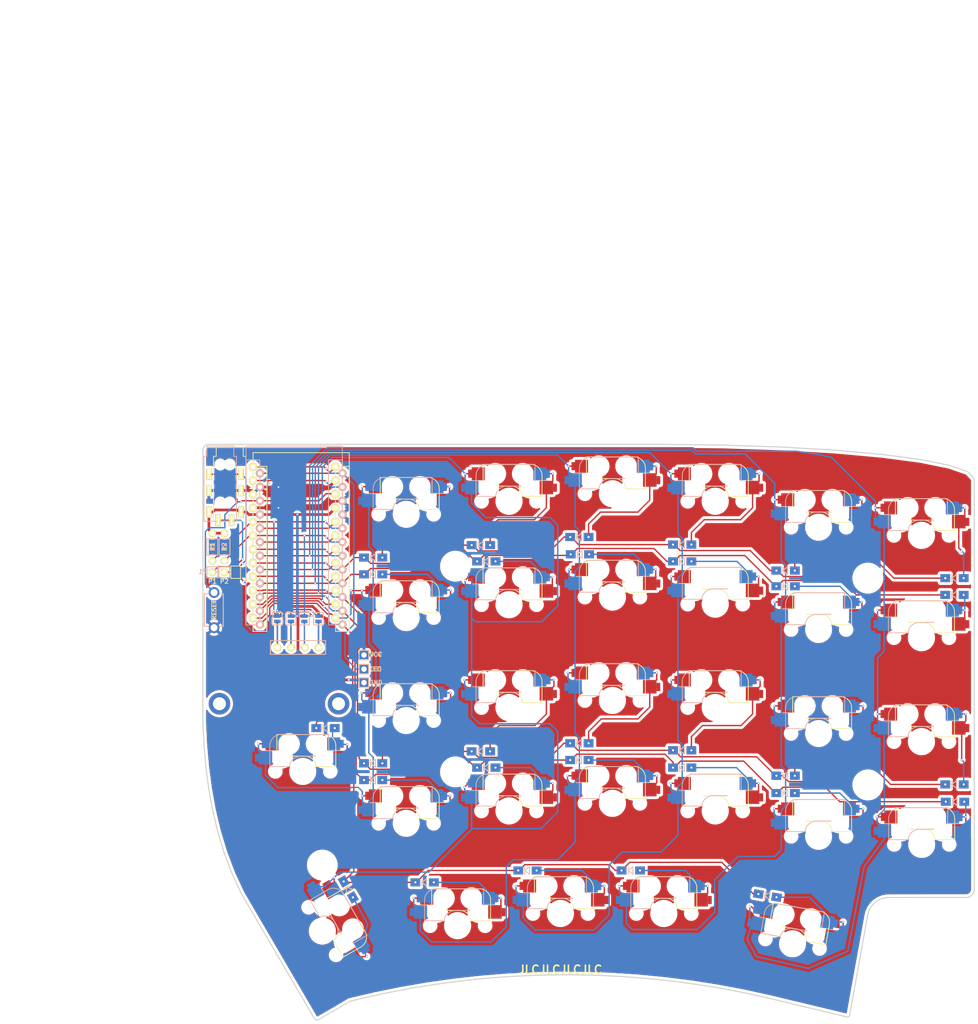
<source format=kicad_pcb>
(kicad_pcb (version 20171130) (host pcbnew "(5.1.5)-3")
  (layers (0 F.Cu signal hide) (31 B.Cu signal hide) (34 B.Paste user) (35 F.Paste user) (36 B.SilkS user) (37 F.SilkS user) (38 B.Mask user) (39 F.Mask user) (44 Edge.Cuts user))
  (net 0 "")
  (net 1 "Net-(D1-Pad2)")
  (net 2 row4)
  (net 3 "Net-(D2-Pad2)")
  (net 4 "Net-(D3-Pad2)")
  (net 5 row0)
  (net 6 "Net-(D4-Pad2)")
  (net 7 row1)
  (net 8 "Net-(D5-Pad2)")
  (net 9 row2)
  (net 10 "Net-(D6-Pad2)")
  (net 11 row3)
  (net 12 "Net-(D7-Pad2)")
  (net 13 "Net-(D8-Pad2)")
  (net 14 "Net-(D9-Pad2)")
  (net 15 "Net-(D10-Pad2)")
  (net 16 "Net-(D11-Pad2)")
  (net 17 "Net-(D12-Pad2)")
  (net 18 "Net-(D13-Pad2)")
  (net 19 "Net-(D14-Pad2)")
  (net 20 "Net-(D15-Pad2)")
  (net 21 "Net-(D16-Pad2)")
  (net 22 "Net-(D17-Pad2)")
  (net 23 "Net-(D18-Pad2)")
  (net 24 "Net-(D19-Pad2)")
  (net 25 "Net-(D20-Pad2)")
  (net 26 "Net-(D21-Pad2)")
  (net 27 "Net-(D22-Pad2)")
  (net 28 "Net-(D23-Pad2)")
  (net 29 "Net-(D24-Pad2)")
  (net 30 "Net-(D25-Pad2)")
  (net 31 "Net-(D26-Pad2)")
  (net 32 "Net-(D27-Pad2)")
  (net 33 "Net-(D28-Pad2)")
  (net 34 VCC)
  (net 35 GND)
  (net 36 col0)
  (net 37 col1)
  (net 38 col2)
  (net 39 col3)
  (net 40 col4)
  (net 41 col5)
  (net 42 SDA)
  (net 43 LED)
  (net 44 SCL)
  (net 45 RESET)
  (net 46 "Net-(D29-Pad2)")
  (net 47 "Net-(U1-Pad24)")
  (net 48 "Net-(U1-Pad20)")
  (net 49 "Net-(U1-Pad19)")
  (net 50 "Net-(U1-Pad7)")
  (net 51 DATA)
  (net 52 "Net-(J2-Pad4)")
  (net 53 "Net-(J2-Pad3)")
  (net 54 "Net-(J3-Pad1)")
  (net 55 "Net-(J3-Pad2)")
  (net 56 "Net-(J3-Pad3)")
  (net 57 "Net-(J3-Pad4)")
  (net 58 "Net-(D30-Pad2)")
  (module Lily58_Pro-footprint:MX_Hotswap_dual_noled (layer F.Cu) (at 139.5 85.7)
    (fp_text reference SW14 hide)
    (fp_text value SW_PUSH hide)
    (pad 2 smd rect (at 5.7 -5.08 180) (size 2.4 2.4) (layers B.Cu B.Paste B.Mask) (net 19 "Net-(D14-Pad2)"))
    (pad "" np_thru_hole circle (at -3.81 -2.540001 180) (size 3 3) (drill 3) (layers *.Cu *.Mask))
    (pad "" np_thru_hole circle (at -5.08 0) (size 1.7 1.7) (drill 1.7) (layers *.Cu *.Mask))
    (pad "" np_thru_hole circle (at 5.08 0) (size 1.7 1.7) (drill 1.7) (layers *.Cu *.Mask))
    (pad "" np_thru_hole circle (at 0 0 90) (size 4 4) (drill 4) (layers *.Cu *.Mask))
    (pad "" np_thru_hole circle (at 2.54 -5.08 180) (size 3 3) (drill 3) (layers *.Cu *.Mask))
    (pad 1 smd rect (at -6.9 -2.54 180) (size 2.5 2.5) (layers B.Cu B.Paste B.Mask) (net 40 col4))
    (pad "" np_thru_hole circle (at -3.825 -2.58 180) (size 0.1 0.1) (drill 0.1) (layers *.Cu *.Mask))
    (pad "" np_thru_hole circle (at 3.825 -2.58 180) (size 0.1 0.1) (drill 0.1) (layers *.Cu *.Mask))
    (pad 2 smd rect (at 6.9 -2.540001 180) (size 2.5 2.5) (layers F.Cu F.Paste F.Mask) (net 19 "Net-(D14-Pad2)"))
    (pad "" np_thru_hole circle (at -2.54 -5.08 180) (size 3 3) (drill 3) (layers *.Cu *.Mask))
    (pad "" np_thru_hole circle (at 3.81 -2.54 180) (size 3 3) (drill 3) (layers *.Cu *.Mask))
    (pad 1 smd rect (at -5.7 -5.08 180) (size 2.4 2.4) (layers F.Cu F.Paste F.Mask) (net 40 col4))
    (pad "" np_thru_hole circle (at 3.81 -2.54 180) (size 3 3) (drill 3) (layers *.Cu *.Mask))
    (pad 2 smd rect (at 7.2 -5.1) (size 0.7 1.5) (layers B.Cu B.Paste B.Mask) (net 19 "Net-(D14-Pad2)"))
    (pad 2 smd rect (at 8.5 -2.5) (size 0.7 1.5) (layers F.Cu F.Paste F.Mask) (net 19 "Net-(D14-Pad2)"))
    (pad 1 smd rect (at -8.5 -2.5) (size 0.7 1.5) (layers B.Cu B.Paste B.Mask) (net 40 col4))
    (pad 1 smd rect (at -7.2 -5.1) (size 0.7 1.5) (layers F.Cu F.Paste F.Mask) (net 40 col4))
  )
  (module Lily58_Pro-footprint:MX_Hotswap_dual_noled (layer F.Cu) (at 105 127 300)
    (fp_text reference SW26 hide)
    (fp_text value SW_PUSH hide)
    (pad 2 smd rect (at 5.7 -5.08 120) (size 2.4 2.4) (layers B.Cu B.Paste B.Mask) (net 31 "Net-(D26-Pad2)"))
    (pad "" np_thru_hole circle (at -3.81 -2.540001 120) (size 3 3) (drill 3) (layers *.Cu *.Mask))
    (pad "" np_thru_hole circle (at -5.08 0 300) (size 1.7 1.7) (drill 1.7) (layers *.Cu *.Mask))
    (pad "" np_thru_hole circle (at 5.08 0 300) (size 1.7 1.7) (drill 1.7) (layers *.Cu *.Mask))
    (pad "" np_thru_hole circle (at 0 0 30) (size 4 4) (drill 4) (layers *.Cu *.Mask))
    (pad "" np_thru_hole circle (at 2.54 -5.08 120) (size 3 3) (drill 3) (layers *.Cu *.Mask))
    (pad 1 smd rect (at -6.9 -2.54 120) (size 2.5 2.5) (layers B.Cu B.Paste B.Mask) (net 40 col4))
    (pad "" np_thru_hole circle (at -3.825 -2.58 120) (size 0.1 0.1) (drill 0.1) (layers *.Cu *.Mask))
    (pad "" np_thru_hole circle (at 3.825 -2.58 120) (size 0.1 0.1) (drill 0.1) (layers *.Cu *.Mask))
    (pad 2 smd rect (at 6.9 -2.540001 120) (size 2.5 2.5) (layers F.Cu F.Paste F.Mask) (net 31 "Net-(D26-Pad2)"))
    (pad "" np_thru_hole circle (at -2.54 -5.08 120) (size 3 3) (drill 3) (layers *.Cu *.Mask))
    (pad "" np_thru_hole circle (at 3.81 -2.54 120) (size 3 3) (drill 3) (layers *.Cu *.Mask))
    (pad 1 smd rect (at -5.7 -5.08 120) (size 2.4 2.4) (layers F.Cu F.Paste F.Mask) (net 40 col4))
    (pad "" np_thru_hole circle (at 3.81 -2.54 120) (size 3 3) (drill 3) (layers *.Cu *.Mask))
    (pad 2 smd rect (at 7.2 -5.1 300) (size 0.7 1.5) (layers B.Cu B.Paste B.Mask) (net 31 "Net-(D26-Pad2)"))
    (pad 2 smd rect (at 8.5 -2.5 300) (size 0.7 1.5) (layers F.Cu F.Paste F.Mask) (net 31 "Net-(D26-Pad2)"))
    (pad 1 smd rect (at -8.5 -2.5 300) (size 0.7 1.5) (layers B.Cu B.Paste B.Mask) (net 40 col4))
    (pad 1 smd rect (at -7.2 -5.1 300) (size 0.7 1.5) (layers F.Cu F.Paste F.Mask) (net 40 col4))
  )
  (module Lily58_Pro-footprint:MX_Hotswap_dual_noled (layer F.Cu) (at 168.1 123.75)
    (fp_text reference SW29 hide)
    (fp_text value SW_PUSH hide)
    (pad 2 smd rect (at 5.7 -5.08 180) (size 2.4 2.4) (layers B.Cu B.Paste B.Mask) (net 46 "Net-(D29-Pad2)"))
    (pad "" np_thru_hole circle (at -3.81 -2.540001 180) (size 3 3) (drill 3) (layers *.Cu *.Mask))
    (pad "" np_thru_hole circle (at -5.08 0) (size 1.7 1.7) (drill 1.7) (layers *.Cu *.Mask))
    (pad "" np_thru_hole circle (at 5.08 0) (size 1.7 1.7) (drill 1.7) (layers *.Cu *.Mask))
    (pad "" np_thru_hole circle (at 0 0 90) (size 4 4) (drill 4) (layers *.Cu *.Mask))
    (pad "" np_thru_hole circle (at 2.54 -5.08 180) (size 3 3) (drill 3) (layers *.Cu *.Mask))
    (pad 1 smd rect (at -6.9 -2.54 180) (size 2.5 2.5) (layers B.Cu B.Paste B.Mask) (net 37 col1))
    (pad "" np_thru_hole circle (at -3.825 -2.58 180) (size 0.1 0.1) (drill 0.1) (layers *.Cu *.Mask))
    (pad "" np_thru_hole circle (at 3.825 -2.58 180) (size 0.1 0.1) (drill 0.1) (layers *.Cu *.Mask))
    (pad 2 smd rect (at 6.9 -2.540001 180) (size 2.5 2.5) (layers F.Cu F.Paste F.Mask) (net 46 "Net-(D29-Pad2)"))
    (pad "" np_thru_hole circle (at -2.54 -5.08 180) (size 3 3) (drill 3) (layers *.Cu *.Mask))
    (pad "" np_thru_hole circle (at 3.81 -2.54 180) (size 3 3) (drill 3) (layers *.Cu *.Mask))
    (pad 1 smd rect (at -5.7 -5.08 180) (size 2.4 2.4) (layers F.Cu F.Paste F.Mask) (net 37 col1))
    (pad "" np_thru_hole circle (at 3.81 -2.54 180) (size 3 3) (drill 3) (layers *.Cu *.Mask))
    (pad 2 smd rect (at 7.2 -5.1) (size 0.7 1.5) (layers B.Cu B.Paste B.Mask) (net 46 "Net-(D29-Pad2)"))
    (pad 2 smd rect (at 8.5 -2.5) (size 0.7 1.5) (layers F.Cu F.Paste F.Mask) (net 46 "Net-(D29-Pad2)"))
    (pad 1 smd rect (at -8.5 -2.5) (size 0.7 1.5) (layers B.Cu B.Paste B.Mask) (net 37 col1))
    (pad 1 smd rect (at -7.2 -5.1) (size 0.7 1.5) (layers F.Cu F.Paste F.Mask) (net 37 col1))
  )
  (module Lily58_Pro-footprint:MX_Hotswap_dual_noled (layer F.Cu) (at 149 123.75)
    (fp_text reference SW28 hide)
    (fp_text value SW_PUSH hide)
    (pad 2 smd rect (at 5.7 -5.08 180) (size 2.4 2.4) (layers B.Cu B.Paste B.Mask) (net 33 "Net-(D28-Pad2)"))
    (pad "" np_thru_hole circle (at -3.81 -2.540001 180) (size 3 3) (drill 3) (layers *.Cu *.Mask))
    (pad "" np_thru_hole circle (at -5.08 0) (size 1.7 1.7) (drill 1.7) (layers *.Cu *.Mask))
    (pad "" np_thru_hole circle (at 5.08 0) (size 1.7 1.7) (drill 1.7) (layers *.Cu *.Mask))
    (pad "" np_thru_hole circle (at 0 0 90) (size 4 4) (drill 4) (layers *.Cu *.Mask))
    (pad "" np_thru_hole circle (at 2.54 -5.08 180) (size 3 3) (drill 3) (layers *.Cu *.Mask))
    (pad 1 smd rect (at -6.9 -2.54 180) (size 2.5 2.5) (layers B.Cu B.Paste B.Mask) (net 38 col2))
    (pad "" np_thru_hole circle (at -3.825 -2.58 180) (size 0.1 0.1) (drill 0.1) (layers *.Cu *.Mask))
    (pad "" np_thru_hole circle (at 3.825 -2.58 180) (size 0.1 0.1) (drill 0.1) (layers *.Cu *.Mask))
    (pad 2 smd rect (at 6.9 -2.540001 180) (size 2.5 2.5) (layers F.Cu F.Paste F.Mask) (net 33 "Net-(D28-Pad2)"))
    (pad "" np_thru_hole circle (at -2.54 -5.08 180) (size 3 3) (drill 3) (layers *.Cu *.Mask))
    (pad "" np_thru_hole circle (at 3.81 -2.54 180) (size 3 3) (drill 3) (layers *.Cu *.Mask))
    (pad 1 smd rect (at -5.7 -5.08 180) (size 2.4 2.4) (layers F.Cu F.Paste F.Mask) (net 38 col2))
    (pad "" np_thru_hole circle (at 3.81 -2.54 180) (size 3 3) (drill 3) (layers *.Cu *.Mask))
    (pad 2 smd rect (at 7.2 -5.1) (size 0.7 1.5) (layers B.Cu B.Paste B.Mask) (net 33 "Net-(D28-Pad2)"))
    (pad 2 smd rect (at 8.5 -2.5) (size 0.7 1.5) (layers F.Cu F.Paste F.Mask) (net 33 "Net-(D28-Pad2)"))
    (pad 1 smd rect (at -8.5 -2.5) (size 0.7 1.5) (layers B.Cu B.Paste B.Mask) (net 38 col2))
    (pad 1 smd rect (at -7.2 -5.1) (size 0.7 1.5) (layers F.Cu F.Paste F.Mask) (net 38 col2))
  )
  (module Lily58_Pro-footprint:MX_Hotswap_dual_noled (layer F.Cu) (at 130 126)
    (fp_text reference SW27 hide)
    (fp_text value SW_PUSH hide)
    (pad 2 smd rect (at 5.7 -5.08 180) (size 2.4 2.4) (layers B.Cu B.Paste B.Mask) (net 32 "Net-(D27-Pad2)"))
    (pad "" np_thru_hole circle (at -3.81 -2.540001 180) (size 3 3) (drill 3) (layers *.Cu *.Mask))
    (pad "" np_thru_hole circle (at -5.08 0) (size 1.7 1.7) (drill 1.7) (layers *.Cu *.Mask))
    (pad "" np_thru_hole circle (at 5.08 0) (size 1.7 1.7) (drill 1.7) (layers *.Cu *.Mask))
    (pad "" np_thru_hole circle (at 0 0 90) (size 4 4) (drill 4) (layers *.Cu *.Mask))
    (pad "" np_thru_hole circle (at 2.54 -5.08 180) (size 3 3) (drill 3) (layers *.Cu *.Mask))
    (pad 1 smd rect (at -6.9 -2.54 180) (size 2.5 2.5) (layers B.Cu B.Paste B.Mask) (net 39 col3))
    (pad "" np_thru_hole circle (at -3.825 -2.58 180) (size 0.1 0.1) (drill 0.1) (layers *.Cu *.Mask))
    (pad "" np_thru_hole circle (at 3.825 -2.58 180) (size 0.1 0.1) (drill 0.1) (layers *.Cu *.Mask))
    (pad 2 smd rect (at 6.9 -2.540001 180) (size 2.5 2.5) (layers F.Cu F.Paste F.Mask) (net 32 "Net-(D27-Pad2)"))
    (pad "" np_thru_hole circle (at -2.54 -5.08 180) (size 3 3) (drill 3) (layers *.Cu *.Mask))
    (pad "" np_thru_hole circle (at 3.81 -2.54 180) (size 3 3) (drill 3) (layers *.Cu *.Mask))
    (pad 1 smd rect (at -5.7 -5.08 180) (size 2.4 2.4) (layers F.Cu F.Paste F.Mask) (net 39 col3))
    (pad "" np_thru_hole circle (at 3.81 -2.54 180) (size 3 3) (drill 3) (layers *.Cu *.Mask))
    (pad 2 smd rect (at 7.2 -5.1) (size 0.7 1.5) (layers B.Cu B.Paste B.Mask) (net 32 "Net-(D27-Pad2)"))
    (pad 2 smd rect (at 8.5 -2.5) (size 0.7 1.5) (layers F.Cu F.Paste F.Mask) (net 32 "Net-(D27-Pad2)"))
    (pad 1 smd rect (at -8.5 -2.5) (size 0.7 1.5) (layers B.Cu B.Paste B.Mask) (net 39 col3))
    (pad 1 smd rect (at -7.2 -5.1) (size 0.7 1.5) (layers F.Cu F.Paste F.Mask) (net 39 col3))
  )
  (module Lily58_Pro-footprint:MX_Hotswap_dual_noled (layer F.Cu) (at 101.4 97.5)
    (fp_text reference SW25 hide)
    (fp_text value SW_PUSH hide)
    (pad 2 smd rect (at 5.7 -5.08 180) (size 2.4 2.4) (layers B.Cu B.Paste B.Mask) (net 30 "Net-(D25-Pad2)"))
    (pad "" np_thru_hole circle (at -3.81 -2.540001 180) (size 3 3) (drill 3) (layers *.Cu *.Mask))
    (pad "" np_thru_hole circle (at -5.08 0) (size 1.7 1.7) (drill 1.7) (layers *.Cu *.Mask))
    (pad "" np_thru_hole circle (at 5.08 0) (size 1.7 1.7) (drill 1.7) (layers *.Cu *.Mask))
    (pad "" np_thru_hole circle (at 0 0 90) (size 4 4) (drill 4) (layers *.Cu *.Mask))
    (pad "" np_thru_hole circle (at 2.54 -5.08 180) (size 3 3) (drill 3) (layers *.Cu *.Mask))
    (pad 1 smd rect (at -6.9 -2.54 180) (size 2.5 2.5) (layers B.Cu B.Paste B.Mask) (net 41 col5))
    (pad "" np_thru_hole circle (at -3.825 -2.58 180) (size 0.1 0.1) (drill 0.1) (layers *.Cu *.Mask))
    (pad "" np_thru_hole circle (at 3.825 -2.58 180) (size 0.1 0.1) (drill 0.1) (layers *.Cu *.Mask))
    (pad 2 smd rect (at 6.9 -2.540001 180) (size 2.5 2.5) (layers F.Cu F.Paste F.Mask) (net 30 "Net-(D25-Pad2)"))
    (pad "" np_thru_hole circle (at -2.54 -5.08 180) (size 3 3) (drill 3) (layers *.Cu *.Mask))
    (pad "" np_thru_hole circle (at 3.81 -2.54 180) (size 3 3) (drill 3) (layers *.Cu *.Mask))
    (pad 1 smd rect (at -5.7 -5.08 180) (size 2.4 2.4) (layers F.Cu F.Paste F.Mask) (net 41 col5))
    (pad "" np_thru_hole circle (at 3.81 -2.54 180) (size 3 3) (drill 3) (layers *.Cu *.Mask))
    (pad 2 smd rect (at 7.2 -5.1) (size 0.7 1.5) (layers B.Cu B.Paste B.Mask) (net 30 "Net-(D25-Pad2)"))
    (pad 2 smd rect (at 8.5 -2.5) (size 0.7 1.5) (layers F.Cu F.Paste F.Mask) (net 30 "Net-(D25-Pad2)"))
    (pad 1 smd rect (at -8.5 -2.5) (size 0.7 1.5) (layers B.Cu B.Paste B.Mask) (net 41 col5))
    (pad 1 smd rect (at -7.2 -5.1) (size 0.7 1.5) (layers F.Cu F.Paste F.Mask) (net 41 col5))
  )
  (module Lily58_Pro-footprint:MX_Hotswap_dual_noled (layer F.Cu) (at 215.75 111)
    (fp_text reference SW24 hide)
    (fp_text value SW_PUSH hide)
    (pad 2 smd rect (at 5.7 -5.08 180) (size 2.4 2.4) (layers B.Cu B.Paste B.Mask) (net 29 "Net-(D24-Pad2)"))
    (pad "" np_thru_hole circle (at -3.81 -2.540001 180) (size 3 3) (drill 3) (layers *.Cu *.Mask))
    (pad "" np_thru_hole circle (at -5.08 0) (size 1.7 1.7) (drill 1.7) (layers *.Cu *.Mask))
    (pad "" np_thru_hole circle (at 5.08 0) (size 1.7 1.7) (drill 1.7) (layers *.Cu *.Mask))
    (pad "" np_thru_hole circle (at 0 0 90) (size 4 4) (drill 4) (layers *.Cu *.Mask))
    (pad "" np_thru_hole circle (at 2.54 -5.08 180) (size 3 3) (drill 3) (layers *.Cu *.Mask))
    (pad 1 smd rect (at -6.9 -2.54 180) (size 2.5 2.5) (layers B.Cu B.Paste B.Mask) (net 36 col0))
    (pad "" np_thru_hole circle (at -3.825 -2.58 180) (size 0.1 0.1) (drill 0.1) (layers *.Cu *.Mask))
    (pad "" np_thru_hole circle (at 3.825 -2.58 180) (size 0.1 0.1) (drill 0.1) (layers *.Cu *.Mask))
    (pad 2 smd rect (at 6.9 -2.540001 180) (size 2.5 2.5) (layers F.Cu F.Paste F.Mask) (net 29 "Net-(D24-Pad2)"))
    (pad "" np_thru_hole circle (at -2.54 -5.08 180) (size 3 3) (drill 3) (layers *.Cu *.Mask))
    (pad "" np_thru_hole circle (at 3.81 -2.54 180) (size 3 3) (drill 3) (layers *.Cu *.Mask))
    (pad 1 smd rect (at -5.7 -5.08 180) (size 2.4 2.4) (layers F.Cu F.Paste F.Mask) (net 36 col0))
    (pad "" np_thru_hole circle (at 3.81 -2.54 180) (size 3 3) (drill 3) (layers *.Cu *.Mask))
    (pad 2 smd rect (at 7.2 -5.1) (size 0.7 1.5) (layers B.Cu B.Paste B.Mask) (net 29 "Net-(D24-Pad2)"))
    (pad 2 smd rect (at 8.5 -2.5) (size 0.7 1.5) (layers F.Cu F.Paste F.Mask) (net 29 "Net-(D24-Pad2)"))
    (pad 1 smd rect (at -8.5 -2.5) (size 0.7 1.5) (layers B.Cu B.Paste B.Mask) (net 36 col0))
    (pad 1 smd rect (at -7.2 -5.1) (size 0.7 1.5) (layers F.Cu F.Paste F.Mask) (net 36 col0))
  )
  (module Lily58_Pro-footprint:MX_Hotswap_dual_noled (layer F.Cu) (at 196.7 109.5)
    (fp_text reference SW23 hide)
    (fp_text value SW_PUSH hide)
    (pad 2 smd rect (at 5.7 -5.08 180) (size 2.4 2.4) (layers B.Cu B.Paste B.Mask) (net 28 "Net-(D23-Pad2)"))
    (pad "" np_thru_hole circle (at -3.81 -2.540001 180) (size 3 3) (drill 3) (layers *.Cu *.Mask))
    (pad "" np_thru_hole circle (at -5.08 0) (size 1.7 1.7) (drill 1.7) (layers *.Cu *.Mask))
    (pad "" np_thru_hole circle (at 5.08 0) (size 1.7 1.7) (drill 1.7) (layers *.Cu *.Mask))
    (pad "" np_thru_hole circle (at 0 0 90) (size 4 4) (drill 4) (layers *.Cu *.Mask))
    (pad "" np_thru_hole circle (at 2.54 -5.08 180) (size 3 3) (drill 3) (layers *.Cu *.Mask))
    (pad 1 smd rect (at -6.9 -2.54 180) (size 2.5 2.5) (layers B.Cu B.Paste B.Mask) (net 37 col1))
    (pad "" np_thru_hole circle (at -3.825 -2.58 180) (size 0.1 0.1) (drill 0.1) (layers *.Cu *.Mask))
    (pad "" np_thru_hole circle (at 3.825 -2.58 180) (size 0.1 0.1) (drill 0.1) (layers *.Cu *.Mask))
    (pad 2 smd rect (at 6.9 -2.540001 180) (size 2.5 2.5) (layers F.Cu F.Paste F.Mask) (net 28 "Net-(D23-Pad2)"))
    (pad "" np_thru_hole circle (at -2.54 -5.08 180) (size 3 3) (drill 3) (layers *.Cu *.Mask))
    (pad "" np_thru_hole circle (at 3.81 -2.54 180) (size 3 3) (drill 3) (layers *.Cu *.Mask))
    (pad 1 smd rect (at -5.7 -5.08 180) (size 2.4 2.4) (layers F.Cu F.Paste F.Mask) (net 37 col1))
    (pad "" np_thru_hole circle (at 3.81 -2.54 180) (size 3 3) (drill 3) (layers *.Cu *.Mask))
    (pad 2 smd rect (at 7.2 -5.1) (size 0.7 1.5) (layers B.Cu B.Paste B.Mask) (net 28 "Net-(D23-Pad2)"))
    (pad 2 smd rect (at 8.5 -2.5) (size 0.7 1.5) (layers F.Cu F.Paste F.Mask) (net 28 "Net-(D23-Pad2)"))
    (pad 1 smd rect (at -8.5 -2.5) (size 0.7 1.5) (layers B.Cu B.Paste B.Mask) (net 37 col1))
    (pad 1 smd rect (at -7.2 -5.1) (size 0.7 1.5) (layers F.Cu F.Paste F.Mask) (net 37 col1))
  )
  (module Lily58_Pro-footprint:MX_Hotswap_dual_noled (layer F.Cu) (at 177.6 104.8)
    (fp_text reference SW22 hide)
    (fp_text value SW_PUSH hide)
    (pad 2 smd rect (at 5.7 -5.08 180) (size 2.4 2.4) (layers B.Cu B.Paste B.Mask) (net 27 "Net-(D22-Pad2)"))
    (pad "" np_thru_hole circle (at -3.81 -2.540001 180) (size 3 3) (drill 3) (layers *.Cu *.Mask))
    (pad "" np_thru_hole circle (at -5.08 0) (size 1.7 1.7) (drill 1.7) (layers *.Cu *.Mask))
    (pad "" np_thru_hole circle (at 5.08 0) (size 1.7 1.7) (drill 1.7) (layers *.Cu *.Mask))
    (pad "" np_thru_hole circle (at 0 0 90) (size 4 4) (drill 4) (layers *.Cu *.Mask))
    (pad "" np_thru_hole circle (at 2.54 -5.08 180) (size 3 3) (drill 3) (layers *.Cu *.Mask))
    (pad 1 smd rect (at -6.9 -2.54 180) (size 2.5 2.5) (layers B.Cu B.Paste B.Mask) (net 38 col2))
    (pad "" np_thru_hole circle (at -3.825 -2.58 180) (size 0.1 0.1) (drill 0.1) (layers *.Cu *.Mask))
    (pad "" np_thru_hole circle (at 3.825 -2.58 180) (size 0.1 0.1) (drill 0.1) (layers *.Cu *.Mask))
    (pad 2 smd rect (at 6.9 -2.540001 180) (size 2.5 2.5) (layers F.Cu F.Paste F.Mask) (net 27 "Net-(D22-Pad2)"))
    (pad "" np_thru_hole circle (at -2.54 -5.08 180) (size 3 3) (drill 3) (layers *.Cu *.Mask))
    (pad "" np_thru_hole circle (at 3.81 -2.54 180) (size 3 3) (drill 3) (layers *.Cu *.Mask))
    (pad 1 smd rect (at -5.7 -5.08 180) (size 2.4 2.4) (layers F.Cu F.Paste F.Mask) (net 38 col2))
    (pad "" np_thru_hole circle (at 3.81 -2.54 180) (size 3 3) (drill 3) (layers *.Cu *.Mask))
    (pad 2 smd rect (at 7.2 -5.1) (size 0.7 1.5) (layers B.Cu B.Paste B.Mask) (net 27 "Net-(D22-Pad2)"))
    (pad 2 smd rect (at 8.5 -2.5) (size 0.7 1.5) (layers F.Cu F.Paste F.Mask) (net 27 "Net-(D22-Pad2)"))
    (pad 1 smd rect (at -8.5 -2.5) (size 0.7 1.5) (layers B.Cu B.Paste B.Mask) (net 38 col2))
    (pad 1 smd rect (at -7.2 -5.1) (size 0.7 1.5) (layers F.Cu F.Paste F.Mask) (net 38 col2))
  )
  (module Lily58_Pro-footprint:MX_Hotswap_dual_noled (layer F.Cu) (at 158.6 103.4)
    (fp_text reference SW21 hide)
    (fp_text value SW_PUSH hide)
    (pad 2 smd rect (at 5.7 -5.08 180) (size 2.4 2.4) (layers B.Cu B.Paste B.Mask) (net 26 "Net-(D21-Pad2)"))
    (pad "" np_thru_hole circle (at -3.81 -2.540001 180) (size 3 3) (drill 3) (layers *.Cu *.Mask))
    (pad "" np_thru_hole circle (at -5.08 0) (size 1.7 1.7) (drill 1.7) (layers *.Cu *.Mask))
    (pad "" np_thru_hole circle (at 5.08 0) (size 1.7 1.7) (drill 1.7) (layers *.Cu *.Mask))
    (pad "" np_thru_hole circle (at 0 0 90) (size 4 4) (drill 4) (layers *.Cu *.Mask))
    (pad "" np_thru_hole circle (at 2.54 -5.08 180) (size 3 3) (drill 3) (layers *.Cu *.Mask))
    (pad 1 smd rect (at -6.9 -2.54 180) (size 2.5 2.5) (layers B.Cu B.Paste B.Mask) (net 39 col3))
    (pad "" np_thru_hole circle (at -3.825 -2.58 180) (size 0.1 0.1) (drill 0.1) (layers *.Cu *.Mask))
    (pad "" np_thru_hole circle (at 3.825 -2.58 180) (size 0.1 0.1) (drill 0.1) (layers *.Cu *.Mask))
    (pad 2 smd rect (at 6.9 -2.540001 180) (size 2.5 2.5) (layers F.Cu F.Paste F.Mask) (net 26 "Net-(D21-Pad2)"))
    (pad "" np_thru_hole circle (at -2.54 -5.08 180) (size 3 3) (drill 3) (layers *.Cu *.Mask))
    (pad "" np_thru_hole circle (at 3.81 -2.54 180) (size 3 3) (drill 3) (layers *.Cu *.Mask))
    (pad 1 smd rect (at -5.7 -5.08 180) (size 2.4 2.4) (layers F.Cu F.Paste F.Mask) (net 39 col3))
    (pad "" np_thru_hole circle (at 3.81 -2.54 180) (size 3 3) (drill 3) (layers *.Cu *.Mask))
    (pad 2 smd rect (at 7.2 -5.1) (size 0.7 1.5) (layers B.Cu B.Paste B.Mask) (net 26 "Net-(D21-Pad2)"))
    (pad 2 smd rect (at 8.5 -2.5) (size 0.7 1.5) (layers F.Cu F.Paste F.Mask) (net 26 "Net-(D21-Pad2)"))
    (pad 1 smd rect (at -8.5 -2.5) (size 0.7 1.5) (layers B.Cu B.Paste B.Mask) (net 39 col3))
    (pad 1 smd rect (at -7.2 -5.1) (size 0.7 1.5) (layers F.Cu F.Paste F.Mask) (net 39 col3))
  )
  (module Lily58_Pro-footprint:MX_Hotswap_dual_noled (layer F.Cu) (at 139.5 104.8)
    (fp_text reference SW20 hide)
    (fp_text value SW_PUSH hide)
    (pad 2 smd rect (at 5.7 -5.08 180) (size 2.4 2.4) (layers B.Cu B.Paste B.Mask) (net 25 "Net-(D20-Pad2)"))
    (pad "" np_thru_hole circle (at -3.81 -2.540001 180) (size 3 3) (drill 3) (layers *.Cu *.Mask))
    (pad "" np_thru_hole circle (at -5.08 0) (size 1.7 1.7) (drill 1.7) (layers *.Cu *.Mask))
    (pad "" np_thru_hole circle (at 5.08 0) (size 1.7 1.7) (drill 1.7) (layers *.Cu *.Mask))
    (pad "" np_thru_hole circle (at 0 0 90) (size 4 4) (drill 4) (layers *.Cu *.Mask))
    (pad "" np_thru_hole circle (at 2.54 -5.08 180) (size 3 3) (drill 3) (layers *.Cu *.Mask))
    (pad 1 smd rect (at -6.9 -2.54 180) (size 2.5 2.5) (layers B.Cu B.Paste B.Mask) (net 40 col4))
    (pad "" np_thru_hole circle (at -3.825 -2.58 180) (size 0.1 0.1) (drill 0.1) (layers *.Cu *.Mask))
    (pad "" np_thru_hole circle (at 3.825 -2.58 180) (size 0.1 0.1) (drill 0.1) (layers *.Cu *.Mask))
    (pad 2 smd rect (at 6.9 -2.540001 180) (size 2.5 2.5) (layers F.Cu F.Paste F.Mask) (net 25 "Net-(D20-Pad2)"))
    (pad "" np_thru_hole circle (at -2.54 -5.08 180) (size 3 3) (drill 3) (layers *.Cu *.Mask))
    (pad "" np_thru_hole circle (at 3.81 -2.54 180) (size 3 3) (drill 3) (layers *.Cu *.Mask))
    (pad 1 smd rect (at -5.7 -5.08 180) (size 2.4 2.4) (layers F.Cu F.Paste F.Mask) (net 40 col4))
    (pad "" np_thru_hole circle (at 3.81 -2.54 180) (size 3 3) (drill 3) (layers *.Cu *.Mask))
    (pad 2 smd rect (at 7.2 -5.1) (size 0.7 1.5) (layers B.Cu B.Paste B.Mask) (net 25 "Net-(D20-Pad2)"))
    (pad 2 smd rect (at 8.5 -2.5) (size 0.7 1.5) (layers F.Cu F.Paste F.Mask) (net 25 "Net-(D20-Pad2)"))
    (pad 1 smd rect (at -8.5 -2.5) (size 0.7 1.5) (layers B.Cu B.Paste B.Mask) (net 40 col4))
    (pad 1 smd rect (at -7.2 -5.1) (size 0.7 1.5) (layers F.Cu F.Paste F.Mask) (net 40 col4))
  )
  (module Lily58_Pro-footprint:MX_Hotswap_dual_noled (layer F.Cu) (at 120.5 107.1)
    (fp_text reference SW19 hide)
    (fp_text value SW_PUSH hide)
    (pad 2 smd rect (at 5.7 -5.08 180) (size 2.4 2.4) (layers B.Cu B.Paste B.Mask) (net 24 "Net-(D19-Pad2)"))
    (pad "" np_thru_hole circle (at -3.81 -2.540001 180) (size 3 3) (drill 3) (layers *.Cu *.Mask))
    (pad "" np_thru_hole circle (at -5.08 0) (size 1.7 1.7) (drill 1.7) (layers *.Cu *.Mask))
    (pad "" np_thru_hole circle (at 5.08 0) (size 1.7 1.7) (drill 1.7) (layers *.Cu *.Mask))
    (pad "" np_thru_hole circle (at 0 0 90) (size 4 4) (drill 4) (layers *.Cu *.Mask))
    (pad "" np_thru_hole circle (at 2.54 -5.08 180) (size 3 3) (drill 3) (layers *.Cu *.Mask))
    (pad 1 smd rect (at -6.9 -2.54 180) (size 2.5 2.5) (layers B.Cu B.Paste B.Mask) (net 41 col5))
    (pad "" np_thru_hole circle (at -3.825 -2.58 180) (size 0.1 0.1) (drill 0.1) (layers *.Cu *.Mask))
    (pad "" np_thru_hole circle (at 3.825 -2.58 180) (size 0.1 0.1) (drill 0.1) (layers *.Cu *.Mask))
    (pad 2 smd rect (at 6.9 -2.540001 180) (size 2.5 2.5) (layers F.Cu F.Paste F.Mask) (net 24 "Net-(D19-Pad2)"))
    (pad "" np_thru_hole circle (at -2.54 -5.08 180) (size 3 3) (drill 3) (layers *.Cu *.Mask))
    (pad "" np_thru_hole circle (at 3.81 -2.54 180) (size 3 3) (drill 3) (layers *.Cu *.Mask))
    (pad 1 smd rect (at -5.7 -5.08 180) (size 2.4 2.4) (layers F.Cu F.Paste F.Mask) (net 41 col5))
    (pad "" np_thru_hole circle (at 3.81 -2.54 180) (size 3 3) (drill 3) (layers *.Cu *.Mask))
    (pad 2 smd rect (at 7.2 -5.1) (size 0.7 1.5) (layers B.Cu B.Paste B.Mask) (net 24 "Net-(D19-Pad2)"))
    (pad 2 smd rect (at 8.5 -2.5) (size 0.7 1.5) (layers F.Cu F.Paste F.Mask) (net 24 "Net-(D19-Pad2)"))
    (pad 1 smd rect (at -8.5 -2.5) (size 0.7 1.5) (layers B.Cu B.Paste B.Mask) (net 41 col5))
    (pad 1 smd rect (at -7.2 -5.1) (size 0.7 1.5) (layers F.Cu F.Paste F.Mask) (net 41 col5))
  )
  (module Lily58_Pro-footprint:MX_Hotswap_dual_noled (layer F.Cu) (at 215.7 92)
    (fp_text reference SW18 hide)
    (fp_text value SW_PUSH hide)
    (pad 2 smd rect (at 5.7 -5.08 180) (size 2.4 2.4) (layers B.Cu B.Paste B.Mask) (net 23 "Net-(D18-Pad2)"))
    (pad "" np_thru_hole circle (at -3.81 -2.540001 180) (size 3 3) (drill 3) (layers *.Cu *.Mask))
    (pad "" np_thru_hole circle (at -5.08 0) (size 1.7 1.7) (drill 1.7) (layers *.Cu *.Mask))
    (pad "" np_thru_hole circle (at 5.08 0) (size 1.7 1.7) (drill 1.7) (layers *.Cu *.Mask))
    (pad "" np_thru_hole circle (at 0 0 90) (size 4 4) (drill 4) (layers *.Cu *.Mask))
    (pad "" np_thru_hole circle (at 2.54 -5.08 180) (size 3 3) (drill 3) (layers *.Cu *.Mask))
    (pad 1 smd rect (at -6.9 -2.54 180) (size 2.5 2.5) (layers B.Cu B.Paste B.Mask) (net 36 col0))
    (pad "" np_thru_hole circle (at -3.825 -2.58 180) (size 0.1 0.1) (drill 0.1) (layers *.Cu *.Mask))
    (pad "" np_thru_hole circle (at 3.825 -2.58 180) (size 0.1 0.1) (drill 0.1) (layers *.Cu *.Mask))
    (pad 2 smd rect (at 6.9 -2.540001 180) (size 2.5 2.5) (layers F.Cu F.Paste F.Mask) (net 23 "Net-(D18-Pad2)"))
    (pad "" np_thru_hole circle (at -2.54 -5.08 180) (size 3 3) (drill 3) (layers *.Cu *.Mask))
    (pad "" np_thru_hole circle (at 3.81 -2.54 180) (size 3 3) (drill 3) (layers *.Cu *.Mask))
    (pad 1 smd rect (at -5.7 -5.08 180) (size 2.4 2.4) (layers F.Cu F.Paste F.Mask) (net 36 col0))
    (pad "" np_thru_hole circle (at 3.81 -2.54 180) (size 3 3) (drill 3) (layers *.Cu *.Mask))
    (pad 2 smd rect (at 7.2 -5.1) (size 0.7 1.5) (layers B.Cu B.Paste B.Mask) (net 23 "Net-(D18-Pad2)"))
    (pad 2 smd rect (at 8.5 -2.5) (size 0.7 1.5) (layers F.Cu F.Paste F.Mask) (net 23 "Net-(D18-Pad2)"))
    (pad 1 smd rect (at -8.5 -2.5) (size 0.7 1.5) (layers B.Cu B.Paste B.Mask) (net 36 col0))
    (pad 1 smd rect (at -7.2 -5.1) (size 0.7 1.5) (layers F.Cu F.Paste F.Mask) (net 36 col0))
  )
  (module Lily58_Pro-footprint:MX_Hotswap_dual_noled (layer F.Cu) (at 196.7 90.5)
    (fp_text reference SW17 hide)
    (fp_text value SW_PUSH hide)
    (pad 2 smd rect (at 5.7 -5.08 180) (size 2.4 2.4) (layers B.Cu B.Paste B.Mask) (net 22 "Net-(D17-Pad2)"))
    (pad "" np_thru_hole circle (at -3.81 -2.540001 180) (size 3 3) (drill 3) (layers *.Cu *.Mask))
    (pad "" np_thru_hole circle (at -5.08 0) (size 1.7 1.7) (drill 1.7) (layers *.Cu *.Mask))
    (pad "" np_thru_hole circle (at 5.08 0) (size 1.7 1.7) (drill 1.7) (layers *.Cu *.Mask))
    (pad "" np_thru_hole circle (at 0 0 90) (size 4 4) (drill 4) (layers *.Cu *.Mask))
    (pad "" np_thru_hole circle (at 2.54 -5.08 180) (size 3 3) (drill 3) (layers *.Cu *.Mask))
    (pad 1 smd rect (at -6.9 -2.54 180) (size 2.5 2.5) (layers B.Cu B.Paste B.Mask) (net 37 col1))
    (pad "" np_thru_hole circle (at -3.825 -2.58 180) (size 0.1 0.1) (drill 0.1) (layers *.Cu *.Mask))
    (pad "" np_thru_hole circle (at 3.825 -2.58 180) (size 0.1 0.1) (drill 0.1) (layers *.Cu *.Mask))
    (pad 2 smd rect (at 6.9 -2.540001 180) (size 2.5 2.5) (layers F.Cu F.Paste F.Mask) (net 22 "Net-(D17-Pad2)"))
    (pad "" np_thru_hole circle (at -2.54 -5.08 180) (size 3 3) (drill 3) (layers *.Cu *.Mask))
    (pad "" np_thru_hole circle (at 3.81 -2.54 180) (size 3 3) (drill 3) (layers *.Cu *.Mask))
    (pad 1 smd rect (at -5.7 -5.08 180) (size 2.4 2.4) (layers F.Cu F.Paste F.Mask) (net 37 col1))
    (pad "" np_thru_hole circle (at 3.81 -2.54 180) (size 3 3) (drill 3) (layers *.Cu *.Mask))
    (pad 2 smd rect (at 7.2 -5.1) (size 0.7 1.5) (layers B.Cu B.Paste B.Mask) (net 22 "Net-(D17-Pad2)"))
    (pad 2 smd rect (at 8.5 -2.5) (size 0.7 1.5) (layers F.Cu F.Paste F.Mask) (net 22 "Net-(D17-Pad2)"))
    (pad 1 smd rect (at -8.5 -2.5) (size 0.7 1.5) (layers B.Cu B.Paste B.Mask) (net 37 col1))
    (pad 1 smd rect (at -7.2 -5.1) (size 0.7 1.5) (layers F.Cu F.Paste F.Mask) (net 37 col1))
  )
  (module Lily58_Pro-footprint:MX_Hotswap_dual_noled (layer F.Cu) (at 177.6 85.7)
    (fp_text reference SW16 hide)
    (fp_text value SW_PUSH hide)
    (pad 2 smd rect (at 5.7 -5.08 180) (size 2.4 2.4) (layers B.Cu B.Paste B.Mask) (net 21 "Net-(D16-Pad2)"))
    (pad "" np_thru_hole circle (at -3.81 -2.540001 180) (size 3 3) (drill 3) (layers *.Cu *.Mask))
    (pad "" np_thru_hole circle (at -5.08 0) (size 1.7 1.7) (drill 1.7) (layers *.Cu *.Mask))
    (pad "" np_thru_hole circle (at 5.08 0) (size 1.7 1.7) (drill 1.7) (layers *.Cu *.Mask))
    (pad "" np_thru_hole circle (at 0 0 90) (size 4 4) (drill 4) (layers *.Cu *.Mask))
    (pad "" np_thru_hole circle (at 2.54 -5.08 180) (size 3 3) (drill 3) (layers *.Cu *.Mask))
    (pad 1 smd rect (at -6.9 -2.54 180) (size 2.5 2.5) (layers B.Cu B.Paste B.Mask) (net 38 col2))
    (pad "" np_thru_hole circle (at -3.825 -2.58 180) (size 0.1 0.1) (drill 0.1) (layers *.Cu *.Mask))
    (pad "" np_thru_hole circle (at 3.825 -2.58 180) (size 0.1 0.1) (drill 0.1) (layers *.Cu *.Mask))
    (pad 2 smd rect (at 6.9 -2.540001 180) (size 2.5 2.5) (layers F.Cu F.Paste F.Mask) (net 21 "Net-(D16-Pad2)"))
    (pad "" np_thru_hole circle (at -2.54 -5.08 180) (size 3 3) (drill 3) (layers *.Cu *.Mask))
    (pad "" np_thru_hole circle (at 3.81 -2.54 180) (size 3 3) (drill 3) (layers *.Cu *.Mask))
    (pad 1 smd rect (at -5.7 -5.08 180) (size 2.4 2.4) (layers F.Cu F.Paste F.Mask) (net 38 col2))
    (pad "" np_thru_hole circle (at 3.81 -2.54 180) (size 3 3) (drill 3) (layers *.Cu *.Mask))
    (pad 2 smd rect (at 7.2 -5.1) (size 0.7 1.5) (layers B.Cu B.Paste B.Mask) (net 21 "Net-(D16-Pad2)"))
    (pad 2 smd rect (at 8.5 -2.5) (size 0.7 1.5) (layers F.Cu F.Paste F.Mask) (net 21 "Net-(D16-Pad2)"))
    (pad 1 smd rect (at -8.5 -2.5) (size 0.7 1.5) (layers B.Cu B.Paste B.Mask) (net 38 col2))
    (pad 1 smd rect (at -7.2 -5.1) (size 0.7 1.5) (layers F.Cu F.Paste F.Mask) (net 38 col2))
  )
  (module Lily58_Pro-footprint:MX_Hotswap_dual_noled (layer F.Cu) (at 158.6 84.4)
    (fp_text reference SW15 hide)
    (fp_text value SW_PUSH hide)
    (pad 2 smd rect (at 5.7 -5.08 180) (size 2.4 2.4) (layers B.Cu B.Paste B.Mask) (net 20 "Net-(D15-Pad2)"))
    (pad "" np_thru_hole circle (at -3.81 -2.540001 180) (size 3 3) (drill 3) (layers *.Cu *.Mask))
    (pad "" np_thru_hole circle (at -5.08 0) (size 1.7 1.7) (drill 1.7) (layers *.Cu *.Mask))
    (pad "" np_thru_hole circle (at 5.08 0) (size 1.7 1.7) (drill 1.7) (layers *.Cu *.Mask))
    (pad "" np_thru_hole circle (at 0 0 90) (size 4 4) (drill 4) (layers *.Cu *.Mask))
    (pad "" np_thru_hole circle (at 2.54 -5.08 180) (size 3 3) (drill 3) (layers *.Cu *.Mask))
    (pad 1 smd rect (at -6.9 -2.54 180) (size 2.5 2.5) (layers B.Cu B.Paste B.Mask) (net 39 col3))
    (pad "" np_thru_hole circle (at -3.825 -2.58 180) (size 0.1 0.1) (drill 0.1) (layers *.Cu *.Mask))
    (pad "" np_thru_hole circle (at 3.825 -2.58 180) (size 0.1 0.1) (drill 0.1) (layers *.Cu *.Mask))
    (pad 2 smd rect (at 6.9 -2.540001 180) (size 2.5 2.5) (layers F.Cu F.Paste F.Mask) (net 20 "Net-(D15-Pad2)"))
    (pad "" np_thru_hole circle (at -2.54 -5.08 180) (size 3 3) (drill 3) (layers *.Cu *.Mask))
    (pad "" np_thru_hole circle (at 3.81 -2.54 180) (size 3 3) (drill 3) (layers *.Cu *.Mask))
    (pad 1 smd rect (at -5.7 -5.08 180) (size 2.4 2.4) (layers F.Cu F.Paste F.Mask) (net 39 col3))
    (pad "" np_thru_hole circle (at 3.81 -2.54 180) (size 3 3) (drill 3) (layers *.Cu *.Mask))
    (pad 2 smd rect (at 7.2 -5.1) (size 0.7 1.5) (layers B.Cu B.Paste B.Mask) (net 20 "Net-(D15-Pad2)"))
    (pad 2 smd rect (at 8.5 -2.5) (size 0.7 1.5) (layers F.Cu F.Paste F.Mask) (net 20 "Net-(D15-Pad2)"))
    (pad 1 smd rect (at -8.5 -2.5) (size 0.7 1.5) (layers B.Cu B.Paste B.Mask) (net 39 col3))
    (pad 1 smd rect (at -7.2 -5.1) (size 0.7 1.5) (layers F.Cu F.Paste F.Mask) (net 39 col3))
  )
  (module Lily58_Pro-footprint:MX_Hotswap_dual_noled (layer F.Cu) (at 120.5 88.1)
    (fp_text reference SW13 hide)
    (fp_text value SW_PUSH hide)
    (pad 2 smd rect (at 5.7 -5.08 180) (size 2.4 2.4) (layers B.Cu B.Paste B.Mask) (net 18 "Net-(D13-Pad2)"))
    (pad "" np_thru_hole circle (at -3.81 -2.540001 180) (size 3 3) (drill 3) (layers *.Cu *.Mask))
    (pad "" np_thru_hole circle (at -5.08 0) (size 1.7 1.7) (drill 1.7) (layers *.Cu *.Mask))
    (pad "" np_thru_hole circle (at 5.08 0) (size 1.7 1.7) (drill 1.7) (layers *.Cu *.Mask))
    (pad "" np_thru_hole circle (at 0 0 90) (size 4 4) (drill 4) (layers *.Cu *.Mask))
    (pad "" np_thru_hole circle (at 2.54 -5.08 180) (size 3 3) (drill 3) (layers *.Cu *.Mask))
    (pad 1 smd rect (at -6.9 -2.54 180) (size 2.5 2.5) (layers B.Cu B.Paste B.Mask) (net 41 col5))
    (pad "" np_thru_hole circle (at -3.825 -2.58 180) (size 0.1 0.1) (drill 0.1) (layers *.Cu *.Mask))
    (pad "" np_thru_hole circle (at 3.825 -2.58 180) (size 0.1 0.1) (drill 0.1) (layers *.Cu *.Mask))
    (pad 2 smd rect (at 6.9 -2.540001 180) (size 2.5 2.5) (layers F.Cu F.Paste F.Mask) (net 18 "Net-(D13-Pad2)"))
    (pad "" np_thru_hole circle (at -2.54 -5.08 180) (size 3 3) (drill 3) (layers *.Cu *.Mask))
    (pad "" np_thru_hole circle (at 3.81 -2.54 180) (size 3 3) (drill 3) (layers *.Cu *.Mask))
    (pad 1 smd rect (at -5.7 -5.08 180) (size 2.4 2.4) (layers F.Cu F.Paste F.Mask) (net 41 col5))
    (pad "" np_thru_hole circle (at 3.81 -2.54 180) (size 3 3) (drill 3) (layers *.Cu *.Mask))
    (pad 2 smd rect (at 7.2 -5.1) (size 0.7 1.5) (layers B.Cu B.Paste B.Mask) (net 18 "Net-(D13-Pad2)"))
    (pad 2 smd rect (at 8.5 -2.5) (size 0.7 1.5) (layers F.Cu F.Paste F.Mask) (net 18 "Net-(D13-Pad2)"))
    (pad 1 smd rect (at -8.5 -2.5) (size 0.7 1.5) (layers B.Cu B.Paste B.Mask) (net 41 col5))
    (pad 1 smd rect (at -7.2 -5.1) (size 0.7 1.5) (layers F.Cu F.Paste F.Mask) (net 41 col5))
  )
  (module Lily58_Pro-footprint:MX_Hotswap_dual_noled (layer F.Cu) (at 215.7 72.8)
    (fp_text reference SW12 hide)
    (fp_text value SW_PUSH hide)
    (pad 2 smd rect (at 5.7 -5.08 180) (size 2.4 2.4) (layers B.Cu B.Paste B.Mask) (net 17 "Net-(D12-Pad2)"))
    (pad "" np_thru_hole circle (at -3.81 -2.540001 180) (size 3 3) (drill 3) (layers *.Cu *.Mask))
    (pad "" np_thru_hole circle (at -5.08 0) (size 1.7 1.7) (drill 1.7) (layers *.Cu *.Mask))
    (pad "" np_thru_hole circle (at 5.08 0) (size 1.7 1.7) (drill 1.7) (layers *.Cu *.Mask))
    (pad "" np_thru_hole circle (at 0 0 90) (size 4 4) (drill 4) (layers *.Cu *.Mask))
    (pad "" np_thru_hole circle (at 2.54 -5.08 180) (size 3 3) (drill 3) (layers *.Cu *.Mask))
    (pad 1 smd rect (at -6.9 -2.54 180) (size 2.5 2.5) (layers B.Cu B.Paste B.Mask) (net 36 col0))
    (pad "" np_thru_hole circle (at -3.825 -2.58 180) (size 0.1 0.1) (drill 0.1) (layers *.Cu *.Mask))
    (pad "" np_thru_hole circle (at 3.825 -2.58 180) (size 0.1 0.1) (drill 0.1) (layers *.Cu *.Mask))
    (pad 2 smd rect (at 6.9 -2.540001 180) (size 2.5 2.5) (layers F.Cu F.Paste F.Mask) (net 17 "Net-(D12-Pad2)"))
    (pad "" np_thru_hole circle (at -2.54 -5.08 180) (size 3 3) (drill 3) (layers *.Cu *.Mask))
    (pad "" np_thru_hole circle (at 3.81 -2.54 180) (size 3 3) (drill 3) (layers *.Cu *.Mask))
    (pad 1 smd rect (at -5.7 -5.08 180) (size 2.4 2.4) (layers F.Cu F.Paste F.Mask) (net 36 col0))
    (pad "" np_thru_hole circle (at 3.81 -2.54 180) (size 3 3) (drill 3) (layers *.Cu *.Mask))
    (pad 2 smd rect (at 7.2 -5.1) (size 0.7 1.5) (layers B.Cu B.Paste B.Mask) (net 17 "Net-(D12-Pad2)"))
    (pad 2 smd rect (at 8.5 -2.5) (size 0.7 1.5) (layers F.Cu F.Paste F.Mask) (net 17 "Net-(D12-Pad2)"))
    (pad 1 smd rect (at -8.5 -2.5) (size 0.7 1.5) (layers B.Cu B.Paste B.Mask) (net 36 col0))
    (pad 1 smd rect (at -7.2 -5.1) (size 0.7 1.5) (layers F.Cu F.Paste F.Mask) (net 36 col0))
  )
  (module Lily58_Pro-footprint:MX_Hotswap_dual_noled (layer F.Cu) (at 196.7 71.3)
    (fp_text reference SW11 hide)
    (fp_text value SW_PUSH hide)
    (pad 2 smd rect (at 5.7 -5.08 180) (size 2.4 2.4) (layers B.Cu B.Paste B.Mask) (net 16 "Net-(D11-Pad2)"))
    (pad "" np_thru_hole circle (at -3.81 -2.540001 180) (size 3 3) (drill 3) (layers *.Cu *.Mask))
    (pad "" np_thru_hole circle (at -5.08 0) (size 1.7 1.7) (drill 1.7) (layers *.Cu *.Mask))
    (pad "" np_thru_hole circle (at 5.08 0) (size 1.7 1.7) (drill 1.7) (layers *.Cu *.Mask))
    (pad "" np_thru_hole circle (at 0 0 90) (size 4 4) (drill 4) (layers *.Cu *.Mask))
    (pad "" np_thru_hole circle (at 2.54 -5.08 180) (size 3 3) (drill 3) (layers *.Cu *.Mask))
    (pad 1 smd rect (at -6.9 -2.54 180) (size 2.5 2.5) (layers B.Cu B.Paste B.Mask) (net 37 col1))
    (pad "" np_thru_hole circle (at -3.825 -2.58 180) (size 0.1 0.1) (drill 0.1) (layers *.Cu *.Mask))
    (pad "" np_thru_hole circle (at 3.825 -2.58 180) (size 0.1 0.1) (drill 0.1) (layers *.Cu *.Mask))
    (pad 2 smd rect (at 6.9 -2.540001 180) (size 2.5 2.5) (layers F.Cu F.Paste F.Mask) (net 16 "Net-(D11-Pad2)"))
    (pad "" np_thru_hole circle (at -2.54 -5.08 180) (size 3 3) (drill 3) (layers *.Cu *.Mask))
    (pad "" np_thru_hole circle (at 3.81 -2.54 180) (size 3 3) (drill 3) (layers *.Cu *.Mask))
    (pad 1 smd rect (at -5.7 -5.08 180) (size 2.4 2.4) (layers F.Cu F.Paste F.Mask) (net 37 col1))
    (pad "" np_thru_hole circle (at 3.81 -2.54 180) (size 3 3) (drill 3) (layers *.Cu *.Mask))
    (pad 2 smd rect (at 7.2 -5.1) (size 0.7 1.5) (layers B.Cu B.Paste B.Mask) (net 16 "Net-(D11-Pad2)"))
    (pad 2 smd rect (at 8.5 -2.5) (size 0.7 1.5) (layers F.Cu F.Paste F.Mask) (net 16 "Net-(D11-Pad2)"))
    (pad 1 smd rect (at -8.5 -2.5) (size 0.7 1.5) (layers B.Cu B.Paste B.Mask) (net 37 col1))
    (pad 1 smd rect (at -7.2 -5.1) (size 0.7 1.5) (layers F.Cu F.Paste F.Mask) (net 37 col1))
  )
  (module Lily58_Pro-footprint:MX_Hotswap_dual_noled (layer F.Cu) (at 177.6 66.6)
    (fp_text reference SW10 hide)
    (fp_text value SW_PUSH hide)
    (pad 2 smd rect (at 5.7 -5.08 180) (size 2.4 2.4) (layers B.Cu B.Paste B.Mask) (net 15 "Net-(D10-Pad2)"))
    (pad "" np_thru_hole circle (at -3.81 -2.540001 180) (size 3 3) (drill 3) (layers *.Cu *.Mask))
    (pad "" np_thru_hole circle (at -5.08 0) (size 1.7 1.7) (drill 1.7) (layers *.Cu *.Mask))
    (pad "" np_thru_hole circle (at 5.08 0) (size 1.7 1.7) (drill 1.7) (layers *.Cu *.Mask))
    (pad "" np_thru_hole circle (at 0 0 90) (size 4 4) (drill 4) (layers *.Cu *.Mask))
    (pad "" np_thru_hole circle (at 2.54 -5.08 180) (size 3 3) (drill 3) (layers *.Cu *.Mask))
    (pad 1 smd rect (at -6.9 -2.54 180) (size 2.5 2.5) (layers B.Cu B.Paste B.Mask) (net 38 col2))
    (pad "" np_thru_hole circle (at -3.825 -2.58 180) (size 0.1 0.1) (drill 0.1) (layers *.Cu *.Mask))
    (pad "" np_thru_hole circle (at 3.825 -2.58 180) (size 0.1 0.1) (drill 0.1) (layers *.Cu *.Mask))
    (pad 2 smd rect (at 6.9 -2.540001 180) (size 2.5 2.5) (layers F.Cu F.Paste F.Mask) (net 15 "Net-(D10-Pad2)"))
    (pad "" np_thru_hole circle (at -2.54 -5.08 180) (size 3 3) (drill 3) (layers *.Cu *.Mask))
    (pad "" np_thru_hole circle (at 3.81 -2.54 180) (size 3 3) (drill 3) (layers *.Cu *.Mask))
    (pad 1 smd rect (at -5.7 -5.08 180) (size 2.4 2.4) (layers F.Cu F.Paste F.Mask) (net 38 col2))
    (pad "" np_thru_hole circle (at 3.81 -2.54 180) (size 3 3) (drill 3) (layers *.Cu *.Mask))
    (pad 2 smd rect (at 7.2 -5.1) (size 0.7 1.5) (layers B.Cu B.Paste B.Mask) (net 15 "Net-(D10-Pad2)"))
    (pad 2 smd rect (at 8.5 -2.5) (size 0.7 1.5) (layers F.Cu F.Paste F.Mask) (net 15 "Net-(D10-Pad2)"))
    (pad 1 smd rect (at -8.5 -2.5) (size 0.7 1.5) (layers B.Cu B.Paste B.Mask) (net 38 col2))
    (pad 1 smd rect (at -7.2 -5.1) (size 0.7 1.5) (layers F.Cu F.Paste F.Mask) (net 38 col2))
  )
  (module Lily58_Pro-footprint:MX_Hotswap_dual_noled (layer F.Cu) (at 158.6 65.3)
    (fp_text reference SW9 hide)
    (fp_text value SW_PUSH hide)
    (pad 2 smd rect (at 5.7 -5.08 180) (size 2.4 2.4) (layers B.Cu B.Paste B.Mask) (net 14 "Net-(D9-Pad2)"))
    (pad "" np_thru_hole circle (at -3.81 -2.540001 180) (size 3 3) (drill 3) (layers *.Cu *.Mask))
    (pad "" np_thru_hole circle (at -5.08 0) (size 1.7 1.7) (drill 1.7) (layers *.Cu *.Mask))
    (pad "" np_thru_hole circle (at 5.08 0) (size 1.7 1.7) (drill 1.7) (layers *.Cu *.Mask))
    (pad "" np_thru_hole circle (at 0 0 90) (size 4 4) (drill 4) (layers *.Cu *.Mask))
    (pad "" np_thru_hole circle (at 2.54 -5.08 180) (size 3 3) (drill 3) (layers *.Cu *.Mask))
    (pad 1 smd rect (at -6.9 -2.54 180) (size 2.5 2.5) (layers B.Cu B.Paste B.Mask) (net 39 col3))
    (pad "" np_thru_hole circle (at -3.825 -2.58 180) (size 0.1 0.1) (drill 0.1) (layers *.Cu *.Mask))
    (pad "" np_thru_hole circle (at 3.825 -2.58 180) (size 0.1 0.1) (drill 0.1) (layers *.Cu *.Mask))
    (pad 2 smd rect (at 6.9 -2.540001 180) (size 2.5 2.5) (layers F.Cu F.Paste F.Mask) (net 14 "Net-(D9-Pad2)"))
    (pad "" np_thru_hole circle (at -2.54 -5.08 180) (size 3 3) (drill 3) (layers *.Cu *.Mask))
    (pad "" np_thru_hole circle (at 3.81 -2.54 180) (size 3 3) (drill 3) (layers *.Cu *.Mask))
    (pad 1 smd rect (at -5.7 -5.08 180) (size 2.4 2.4) (layers F.Cu F.Paste F.Mask) (net 39 col3))
    (pad "" np_thru_hole circle (at 3.81 -2.54 180) (size 3 3) (drill 3) (layers *.Cu *.Mask))
    (pad 2 smd rect (at 7.2 -5.1) (size 0.7 1.5) (layers B.Cu B.Paste B.Mask) (net 14 "Net-(D9-Pad2)"))
    (pad 2 smd rect (at 8.5 -2.5) (size 0.7 1.5) (layers F.Cu F.Paste F.Mask) (net 14 "Net-(D9-Pad2)"))
    (pad 1 smd rect (at -8.5 -2.5) (size 0.7 1.5) (layers B.Cu B.Paste B.Mask) (net 39 col3))
    (pad 1 smd rect (at -7.2 -5.1) (size 0.7 1.5) (layers F.Cu F.Paste F.Mask) (net 39 col3))
  )
  (module Lily58_Pro-footprint:MX_Hotswap_dual_noled (layer F.Cu) (at 139.5 66.7)
    (fp_text reference SW8 hide)
    (fp_text value SW_PUSH hide)
    (pad 2 smd rect (at 5.7 -5.08 180) (size 2.4 2.4) (layers B.Cu B.Paste B.Mask) (net 13 "Net-(D8-Pad2)"))
    (pad "" np_thru_hole circle (at -3.81 -2.540001 180) (size 3 3) (drill 3) (layers *.Cu *.Mask))
    (pad "" np_thru_hole circle (at -5.08 0) (size 1.7 1.7) (drill 1.7) (layers *.Cu *.Mask))
    (pad "" np_thru_hole circle (at 5.08 0) (size 1.7 1.7) (drill 1.7) (layers *.Cu *.Mask))
    (pad "" np_thru_hole circle (at 0 0 90) (size 4 4) (drill 4) (layers *.Cu *.Mask))
    (pad "" np_thru_hole circle (at 2.54 -5.08 180) (size 3 3) (drill 3) (layers *.Cu *.Mask))
    (pad 1 smd rect (at -6.9 -2.54 180) (size 2.5 2.5) (layers B.Cu B.Paste B.Mask) (net 40 col4))
    (pad "" np_thru_hole circle (at -3.825 -2.58 180) (size 0.1 0.1) (drill 0.1) (layers *.Cu *.Mask))
    (pad "" np_thru_hole circle (at 3.825 -2.58 180) (size 0.1 0.1) (drill 0.1) (layers *.Cu *.Mask))
    (pad 2 smd rect (at 6.9 -2.540001 180) (size 2.5 2.5) (layers F.Cu F.Paste F.Mask) (net 13 "Net-(D8-Pad2)"))
    (pad "" np_thru_hole circle (at -2.54 -5.08 180) (size 3 3) (drill 3) (layers *.Cu *.Mask))
    (pad "" np_thru_hole circle (at 3.81 -2.54 180) (size 3 3) (drill 3) (layers *.Cu *.Mask))
    (pad 1 smd rect (at -5.7 -5.08 180) (size 2.4 2.4) (layers F.Cu F.Paste F.Mask) (net 40 col4))
    (pad "" np_thru_hole circle (at 3.81 -2.54 180) (size 3 3) (drill 3) (layers *.Cu *.Mask))
    (pad 2 smd rect (at 7.2 -5.1) (size 0.7 1.5) (layers B.Cu B.Paste B.Mask) (net 13 "Net-(D8-Pad2)"))
    (pad 2 smd rect (at 8.5 -2.5) (size 0.7 1.5) (layers F.Cu F.Paste F.Mask) (net 13 "Net-(D8-Pad2)"))
    (pad 1 smd rect (at -8.5 -2.5) (size 0.7 1.5) (layers B.Cu B.Paste B.Mask) (net 40 col4))
    (pad 1 smd rect (at -7.2 -5.1) (size 0.7 1.5) (layers F.Cu F.Paste F.Mask) (net 40 col4))
  )
  (module Lily58_Pro-footprint:MX_Hotswap_dual_noled (layer F.Cu) (at 120.5 69.1)
    (fp_text reference SW7 hide)
    (fp_text value SW_PUSH hide)
    (pad 2 smd rect (at 5.7 -5.08 180) (size 2.4 2.4) (layers B.Cu B.Paste B.Mask) (net 12 "Net-(D7-Pad2)"))
    (pad "" np_thru_hole circle (at -3.81 -2.540001 180) (size 3 3) (drill 3) (layers *.Cu *.Mask))
    (pad "" np_thru_hole circle (at -5.08 0) (size 1.7 1.7) (drill 1.7) (layers *.Cu *.Mask))
    (pad "" np_thru_hole circle (at 5.08 0) (size 1.7 1.7) (drill 1.7) (layers *.Cu *.Mask))
    (pad "" np_thru_hole circle (at 0 0 90) (size 4 4) (drill 4) (layers *.Cu *.Mask))
    (pad "" np_thru_hole circle (at 2.54 -5.08 180) (size 3 3) (drill 3) (layers *.Cu *.Mask))
    (pad 1 smd rect (at -6.9 -2.54 180) (size 2.5 2.5) (layers B.Cu B.Paste B.Mask) (net 41 col5))
    (pad "" np_thru_hole circle (at -3.825 -2.58 180) (size 0.1 0.1) (drill 0.1) (layers *.Cu *.Mask))
    (pad "" np_thru_hole circle (at 3.825 -2.58 180) (size 0.1 0.1) (drill 0.1) (layers *.Cu *.Mask))
    (pad 2 smd rect (at 6.9 -2.540001 180) (size 2.5 2.5) (layers F.Cu F.Paste F.Mask) (net 12 "Net-(D7-Pad2)"))
    (pad "" np_thru_hole circle (at -2.54 -5.08 180) (size 3 3) (drill 3) (layers *.Cu *.Mask))
    (pad "" np_thru_hole circle (at 3.81 -2.54 180) (size 3 3) (drill 3) (layers *.Cu *.Mask))
    (pad 1 smd rect (at -5.7 -5.08 180) (size 2.4 2.4) (layers F.Cu F.Paste F.Mask) (net 41 col5))
    (pad "" np_thru_hole circle (at 3.81 -2.54 180) (size 3 3) (drill 3) (layers *.Cu *.Mask))
    (pad 2 smd rect (at 7.2 -5.1) (size 0.7 1.5) (layers B.Cu B.Paste B.Mask) (net 12 "Net-(D7-Pad2)"))
    (pad 2 smd rect (at 8.5 -2.5) (size 0.7 1.5) (layers F.Cu F.Paste F.Mask) (net 12 "Net-(D7-Pad2)"))
    (pad 1 smd rect (at -8.5 -2.5) (size 0.7 1.5) (layers B.Cu B.Paste B.Mask) (net 41 col5))
    (pad 1 smd rect (at -7.2 -5.1) (size 0.7 1.5) (layers F.Cu F.Paste F.Mask) (net 41 col5))
  )
  (module Lily58_Pro-footprint:MX_Hotswap_dual_noled (layer F.Cu) (at 215.7 53.9)
    (fp_text reference SW6 hide)
    (fp_text value SW_PUSH hide)
    (pad 2 smd rect (at 5.7 -5.08 180) (size 2.4 2.4) (layers B.Cu B.Paste B.Mask) (net 10 "Net-(D6-Pad2)"))
    (pad "" np_thru_hole circle (at -3.81 -2.540001 180) (size 3 3) (drill 3) (layers *.Cu *.Mask))
    (pad "" np_thru_hole circle (at -5.08 0) (size 1.7 1.7) (drill 1.7) (layers *.Cu *.Mask))
    (pad "" np_thru_hole circle (at 5.08 0) (size 1.7 1.7) (drill 1.7) (layers *.Cu *.Mask))
    (pad "" np_thru_hole circle (at 0 0 90) (size 4 4) (drill 4) (layers *.Cu *.Mask))
    (pad "" np_thru_hole circle (at 2.54 -5.08 180) (size 3 3) (drill 3) (layers *.Cu *.Mask))
    (pad 1 smd rect (at -6.9 -2.54 180) (size 2.5 2.5) (layers B.Cu B.Paste B.Mask) (net 36 col0))
    (pad "" np_thru_hole circle (at -3.825 -2.58 180) (size 0.1 0.1) (drill 0.1) (layers *.Cu *.Mask))
    (pad "" np_thru_hole circle (at 3.825 -2.58 180) (size 0.1 0.1) (drill 0.1) (layers *.Cu *.Mask))
    (pad 2 smd rect (at 6.9 -2.540001 180) (size 2.5 2.5) (layers F.Cu F.Paste F.Mask) (net 10 "Net-(D6-Pad2)"))
    (pad "" np_thru_hole circle (at -2.54 -5.08 180) (size 3 3) (drill 3) (layers *.Cu *.Mask))
    (pad "" np_thru_hole circle (at 3.81 -2.54 180) (size 3 3) (drill 3) (layers *.Cu *.Mask))
    (pad 1 smd rect (at -5.7 -5.08 180) (size 2.4 2.4) (layers F.Cu F.Paste F.Mask) (net 36 col0))
    (pad "" np_thru_hole circle (at 3.81 -2.54 180) (size 3 3) (drill 3) (layers *.Cu *.Mask))
    (pad 2 smd rect (at 7.2 -5.1) (size 0.7 1.5) (layers B.Cu B.Paste B.Mask) (net 10 "Net-(D6-Pad2)"))
    (pad 2 smd rect (at 8.5 -2.5) (size 0.7 1.5) (layers F.Cu F.Paste F.Mask) (net 10 "Net-(D6-Pad2)"))
    (pad 1 smd rect (at -8.5 -2.5) (size 0.7 1.5) (layers B.Cu B.Paste B.Mask) (net 36 col0))
    (pad 1 smd rect (at -7.2 -5.1) (size 0.7 1.5) (layers F.Cu F.Paste F.Mask) (net 36 col0))
  )
  (module Lily58_Pro-footprint:MX_Hotswap_dual_noled (layer F.Cu) (at 196.7 52.4)
    (fp_text reference SW5 hide)
    (fp_text value SW_PUSH hide)
    (pad 2 smd rect (at 5.7 -5.08 180) (size 2.4 2.4) (layers B.Cu B.Paste B.Mask) (net 8 "Net-(D5-Pad2)"))
    (pad "" np_thru_hole circle (at -3.81 -2.540001 180) (size 3 3) (drill 3) (layers *.Cu *.Mask))
    (pad "" np_thru_hole circle (at -5.08 0) (size 1.7 1.7) (drill 1.7) (layers *.Cu *.Mask))
    (pad "" np_thru_hole circle (at 5.08 0) (size 1.7 1.7) (drill 1.7) (layers *.Cu *.Mask))
    (pad "" np_thru_hole circle (at 0 0 90) (size 4 4) (drill 4) (layers *.Cu *.Mask))
    (pad "" np_thru_hole circle (at 2.54 -5.08 180) (size 3 3) (drill 3) (layers *.Cu *.Mask))
    (pad 1 smd rect (at -6.9 -2.54 180) (size 2.5 2.5) (layers B.Cu B.Paste B.Mask) (net 37 col1))
    (pad "" np_thru_hole circle (at -3.825 -2.58 180) (size 0.1 0.1) (drill 0.1) (layers *.Cu *.Mask))
    (pad "" np_thru_hole circle (at 3.825 -2.58 180) (size 0.1 0.1) (drill 0.1) (layers *.Cu *.Mask))
    (pad 2 smd rect (at 6.9 -2.540001 180) (size 2.5 2.5) (layers F.Cu F.Paste F.Mask) (net 8 "Net-(D5-Pad2)"))
    (pad "" np_thru_hole circle (at -2.54 -5.08 180) (size 3 3) (drill 3) (layers *.Cu *.Mask))
    (pad "" np_thru_hole circle (at 3.81 -2.54 180) (size 3 3) (drill 3) (layers *.Cu *.Mask))
    (pad 1 smd rect (at -5.7 -5.08 180) (size 2.4 2.4) (layers F.Cu F.Paste F.Mask) (net 37 col1))
    (pad "" np_thru_hole circle (at 3.81 -2.54 180) (size 3 3) (drill 3) (layers *.Cu *.Mask))
    (pad 2 smd rect (at 7.2 -5.1) (size 0.7 1.5) (layers B.Cu B.Paste B.Mask) (net 8 "Net-(D5-Pad2)"))
    (pad 2 smd rect (at 8.5 -2.5) (size 0.7 1.5) (layers F.Cu F.Paste F.Mask) (net 8 "Net-(D5-Pad2)"))
    (pad 1 smd rect (at -8.5 -2.5) (size 0.7 1.5) (layers B.Cu B.Paste B.Mask) (net 37 col1))
    (pad 1 smd rect (at -7.2 -5.1) (size 0.7 1.5) (layers F.Cu F.Paste F.Mask) (net 37 col1))
  )
  (module Lily58_Pro-footprint:MX_Hotswap_dual_noled (layer F.Cu) (at 177.6 47.6)
    (fp_text reference SW4 hide)
    (fp_text value SW_PUSH hide)
    (pad 2 smd rect (at 5.7 -5.08 180) (size 2.4 2.4) (layers B.Cu B.Paste B.Mask) (net 6 "Net-(D4-Pad2)"))
    (pad "" np_thru_hole circle (at -3.81 -2.540001 180) (size 3 3) (drill 3) (layers *.Cu *.Mask))
    (pad "" np_thru_hole circle (at -5.08 0) (size 1.7 1.7) (drill 1.7) (layers *.Cu *.Mask))
    (pad "" np_thru_hole circle (at 5.08 0) (size 1.7 1.7) (drill 1.7) (layers *.Cu *.Mask))
    (pad "" np_thru_hole circle (at 0 0 90) (size 4 4) (drill 4) (layers *.Cu *.Mask))
    (pad "" np_thru_hole circle (at 2.54 -5.08 180) (size 3 3) (drill 3) (layers *.Cu *.Mask))
    (pad 1 smd rect (at -6.9 -2.54 180) (size 2.5 2.5) (layers B.Cu B.Paste B.Mask) (net 38 col2))
    (pad "" np_thru_hole circle (at -3.825 -2.58 180) (size 0.1 0.1) (drill 0.1) (layers *.Cu *.Mask))
    (pad "" np_thru_hole circle (at 3.825 -2.58 180) (size 0.1 0.1) (drill 0.1) (layers *.Cu *.Mask))
    (pad 2 smd rect (at 6.9 -2.540001 180) (size 2.5 2.5) (layers F.Cu F.Paste F.Mask) (net 6 "Net-(D4-Pad2)"))
    (pad "" np_thru_hole circle (at -2.54 -5.08 180) (size 3 3) (drill 3) (layers *.Cu *.Mask))
    (pad "" np_thru_hole circle (at 3.81 -2.54 180) (size 3 3) (drill 3) (layers *.Cu *.Mask))
    (pad 1 smd rect (at -5.7 -5.08 180) (size 2.4 2.4) (layers F.Cu F.Paste F.Mask) (net 38 col2))
    (pad "" np_thru_hole circle (at 3.81 -2.54 180) (size 3 3) (drill 3) (layers *.Cu *.Mask))
    (pad 2 smd rect (at 7.2 -5.1) (size 0.7 1.5) (layers B.Cu B.Paste B.Mask) (net 6 "Net-(D4-Pad2)"))
    (pad 2 smd rect (at 8.5 -2.5) (size 0.7 1.5) (layers F.Cu F.Paste F.Mask) (net 6 "Net-(D4-Pad2)"))
    (pad 1 smd rect (at -8.5 -2.5) (size 0.7 1.5) (layers B.Cu B.Paste B.Mask) (net 38 col2))
    (pad 1 smd rect (at -7.2 -5.1) (size 0.7 1.5) (layers F.Cu F.Paste F.Mask) (net 38 col2))
  )
  (module Lily58_Pro-footprint:MX_Hotswap_dual_noled (layer F.Cu) (at 158.6 46.21)
    (fp_text reference SW3 hide)
    (fp_text value SW_PUSH hide)
    (pad 2 smd rect (at 5.7 -5.08 180) (size 2.4 2.4) (layers B.Cu B.Paste B.Mask) (net 4 "Net-(D3-Pad2)"))
    (pad "" np_thru_hole circle (at -3.81 -2.540001 180) (size 3 3) (drill 3) (layers *.Cu *.Mask))
    (pad "" np_thru_hole circle (at -5.08 0) (size 1.7 1.7) (drill 1.7) (layers *.Cu *.Mask))
    (pad "" np_thru_hole circle (at 5.08 0) (size 1.7 1.7) (drill 1.7) (layers *.Cu *.Mask))
    (pad "" np_thru_hole circle (at 0 0 90) (size 4 4) (drill 4) (layers *.Cu *.Mask))
    (pad "" np_thru_hole circle (at 2.54 -5.08 180) (size 3 3) (drill 3) (layers *.Cu *.Mask))
    (pad 1 smd rect (at -6.9 -2.54 180) (size 2.5 2.5) (layers B.Cu B.Paste B.Mask) (net 39 col3))
    (pad "" np_thru_hole circle (at -3.825 -2.58 180) (size 0.1 0.1) (drill 0.1) (layers *.Cu *.Mask))
    (pad "" np_thru_hole circle (at 3.825 -2.58 180) (size 0.1 0.1) (drill 0.1) (layers *.Cu *.Mask))
    (pad 2 smd rect (at 6.9 -2.540001 180) (size 2.5 2.5) (layers F.Cu F.Paste F.Mask) (net 4 "Net-(D3-Pad2)"))
    (pad "" np_thru_hole circle (at -2.54 -5.08 180) (size 3 3) (drill 3) (layers *.Cu *.Mask))
    (pad "" np_thru_hole circle (at 3.81 -2.54 180) (size 3 3) (drill 3) (layers *.Cu *.Mask))
    (pad 1 smd rect (at -5.7 -5.08 180) (size 2.4 2.4) (layers F.Cu F.Paste F.Mask) (net 39 col3))
    (pad "" np_thru_hole circle (at 3.81 -2.54 180) (size 3 3) (drill 3) (layers *.Cu *.Mask))
    (pad 2 smd rect (at 7.2 -5.1) (size 0.7 1.5) (layers B.Cu B.Paste B.Mask) (net 4 "Net-(D3-Pad2)"))
    (pad 2 smd rect (at 8.5 -2.5) (size 0.7 1.5) (layers F.Cu F.Paste F.Mask) (net 4 "Net-(D3-Pad2)"))
    (pad 1 smd rect (at -8.5 -2.5) (size 0.7 1.5) (layers B.Cu B.Paste B.Mask) (net 39 col3))
    (pad 1 smd rect (at -7.2 -5.1) (size 0.7 1.5) (layers F.Cu F.Paste F.Mask) (net 39 col3))
  )
  (module Lily58_Pro-footprint:MX_Hotswap_dual_noled (layer F.Cu) (at 139.5 47.6)
    (fp_text reference SW2 hide)
    (fp_text value SW_PUSH hide)
    (pad 2 smd rect (at 5.7 -5.08 180) (size 2.4 2.4) (layers B.Cu B.Paste B.Mask) (net 3 "Net-(D2-Pad2)"))
    (pad "" np_thru_hole circle (at -3.81 -2.540001 180) (size 3 3) (drill 3) (layers *.Cu *.Mask))
    (pad "" np_thru_hole circle (at -5.08 0) (size 1.7 1.7) (drill 1.7) (layers *.Cu *.Mask))
    (pad "" np_thru_hole circle (at 5.08 0) (size 1.7 1.7) (drill 1.7) (layers *.Cu *.Mask))
    (pad "" np_thru_hole circle (at 0 0 90) (size 4 4) (drill 4) (layers *.Cu *.Mask))
    (pad "" np_thru_hole circle (at 2.54 -5.08 180) (size 3 3) (drill 3) (layers *.Cu *.Mask))
    (pad 1 smd rect (at -6.9 -2.54 180) (size 2.5 2.5) (layers B.Cu B.Paste B.Mask) (net 40 col4))
    (pad "" np_thru_hole circle (at -3.825 -2.58 180) (size 0.1 0.1) (drill 0.1) (layers *.Cu *.Mask))
    (pad "" np_thru_hole circle (at 3.825 -2.58 180) (size 0.1 0.1) (drill 0.1) (layers *.Cu *.Mask))
    (pad 2 smd rect (at 6.9 -2.540001 180) (size 2.5 2.5) (layers F.Cu F.Paste F.Mask) (net 3 "Net-(D2-Pad2)"))
    (pad "" np_thru_hole circle (at -2.54 -5.08 180) (size 3 3) (drill 3) (layers *.Cu *.Mask))
    (pad "" np_thru_hole circle (at 3.81 -2.54 180) (size 3 3) (drill 3) (layers *.Cu *.Mask))
    (pad 1 smd rect (at -5.7 -5.08 180) (size 2.4 2.4) (layers F.Cu F.Paste F.Mask) (net 40 col4))
    (pad "" np_thru_hole circle (at 3.81 -2.54 180) (size 3 3) (drill 3) (layers *.Cu *.Mask))
    (pad 2 smd rect (at 7.2 -5.1) (size 0.7 1.5) (layers B.Cu B.Paste B.Mask) (net 3 "Net-(D2-Pad2)"))
    (pad 2 smd rect (at 8.5 -2.5) (size 0.7 1.5) (layers F.Cu F.Paste F.Mask) (net 3 "Net-(D2-Pad2)"))
    (pad 1 smd rect (at -8.5 -2.5) (size 0.7 1.5) (layers B.Cu B.Paste B.Mask) (net 40 col4))
    (pad 1 smd rect (at -7.2 -5.1) (size 0.7 1.5) (layers F.Cu F.Paste F.Mask) (net 40 col4))
  )
  (module Lily58_Pro-footprint:MX_Hotswap_dual_noled (layer F.Cu) (at 120.5 50)
    (fp_text reference SW1 hide)
    (fp_text value SW_PUSH hide)
    (pad 2 smd rect (at 5.7 -5.08 180) (size 2.4 2.4) (layers B.Cu B.Paste B.Mask) (net 1 "Net-(D1-Pad2)"))
    (pad "" np_thru_hole circle (at -3.81 -2.540001 180) (size 3 3) (drill 3) (layers *.Cu *.Mask))
    (pad "" np_thru_hole circle (at -5.08 0) (size 1.7 1.7) (drill 1.7) (layers *.Cu *.Mask))
    (pad "" np_thru_hole circle (at 5.08 0) (size 1.7 1.7) (drill 1.7) (layers *.Cu *.Mask))
    (pad "" np_thru_hole circle (at 0 0 90) (size 4 4) (drill 4) (layers *.Cu *.Mask))
    (pad "" np_thru_hole circle (at 2.54 -5.08 180) (size 3 3) (drill 3) (layers *.Cu *.Mask))
    (pad 1 smd rect (at -6.9 -2.54 180) (size 2.5 2.5) (layers B.Cu B.Paste B.Mask) (net 41 col5))
    (pad "" np_thru_hole circle (at -3.825 -2.58 180) (size 0.1 0.1) (drill 0.1) (layers *.Cu *.Mask))
    (pad "" np_thru_hole circle (at 3.825 -2.58 180) (size 0.1 0.1) (drill 0.1) (layers *.Cu *.Mask))
    (pad 2 smd rect (at 6.9 -2.540001 180) (size 2.5 2.5) (layers F.Cu F.Paste F.Mask) (net 1 "Net-(D1-Pad2)"))
    (pad "" np_thru_hole circle (at -2.54 -5.08 180) (size 3 3) (drill 3) (layers *.Cu *.Mask))
    (pad "" np_thru_hole circle (at 3.81 -2.54 180) (size 3 3) (drill 3) (layers *.Cu *.Mask))
    (pad 1 smd rect (at -5.7 -5.08 180) (size 2.4 2.4) (layers F.Cu F.Paste F.Mask) (net 41 col5))
    (pad "" np_thru_hole circle (at 3.81 -2.54 180) (size 3 3) (drill 3) (layers *.Cu *.Mask))
    (pad 2 smd rect (at 7.2 -5.1) (size 0.7 1.5) (layers B.Cu B.Paste B.Mask) (net 1 "Net-(D1-Pad2)"))
    (pad 2 smd rect (at 8.5 -2.5) (size 0.7 1.5) (layers F.Cu F.Paste F.Mask) (net 1 "Net-(D1-Pad2)"))
    (pad 1 smd rect (at -8.5 -2.5) (size 0.7 1.5) (layers B.Cu B.Paste B.Mask) (net 41 col5))
    (pad 1 smd rect (at -7.2 -5.1) (size 0.7 1.5) (layers F.Cu F.Paste F.Mask) (net 41 col5))
  )
  (module Lily58-footprint:jumper_data (layer F.Cu) (at 89 60.7 90)
    (fp_text reference W1 hide)
    (fp_text value jumper hide)
    (pad "" smd rect (at 0 0 180) (size 0.381 0.381) (layers F.Cu F.Paste F.Mask) (clearance 0.00254))
    (pad 2 smd rect (at 0.50038 0 90) (size 0.635 1.143) (layers F.Cu F.Paste F.Mask) (net 53 "Net-(J2-Pad3)") (clearance 0.1905))
    (pad 1 smd rect (at -0.50038 0 90) (size 0.635 1.143) (layers F.Cu F.Paste F.Mask) (net 51 DATA) (clearance 0.1905))
  )
  (module Lily58-footprint:M2_HOLE_PCB (layer F.Cu) (at 86 85)
    (fp_text reference TH1 hide)
    (fp_text value HOLE)
    (pad "" thru_hole circle (at 0 0) (size 4 4) (drill 2.4) (layers *.Cu *.Mask))
  )
  (module Lily58-footprint:M2_HOLE_PCB (layer F.Cu) (at 108 85)
    (fp_text reference TH2 hide)
    (fp_text value HOLE)
    (pad "" thru_hole circle (at 0 0) (size 4 4) (drill 2.4) (layers *.Cu *.Mask))
  )
  (module Lily58_Pro-footprint:Diode_SOD123 (layer F.Cu) (at 114.4 58)
    (fp_text reference D1 hide)
    (fp_text value D hide)
    (pad 1 thru_hole rect (at -1.7 0) (size 1.8 1.5) (drill 0.4) (layers *.Cu *.Mask) (net 5 row0))
    (pad 2 thru_hole rect (at 1.7 0) (size 1.8 1.5) (drill 0.4) (layers *.Cu *.Mask) (net 1 "Net-(D1-Pad2)"))
  )
  (module Lily58_Pro-footprint:Diode_SOD123 (layer F.Cu) (at 134.3 55.7)
    (fp_text reference D2 hide)
    (fp_text value D hide)
    (pad 2 thru_hole rect (at 1.7 0) (size 1.8 1.5) (drill 0.4) (layers *.Cu *.Mask) (net 3 "Net-(D2-Pad2)"))
    (pad 1 thru_hole rect (at -1.7 0) (size 1.8 1.5) (drill 0.4) (layers *.Cu *.Mask) (net 5 row0))
  )
  (module Lily58_Pro-footprint:Diode_SOD123 (layer F.Cu) (at 152.5 54.2)
    (fp_text reference D3 hide)
    (fp_text value D hide)
    (pad 2 thru_hole rect (at 1.7 0) (size 1.8 1.5) (drill 0.4) (layers *.Cu *.Mask) (net 4 "Net-(D3-Pad2)"))
    (pad 1 thru_hole rect (at -1.7 0) (size 1.8 1.5) (drill 0.4) (layers *.Cu *.Mask) (net 5 row0))
  )
  (module Lily58_Pro-footprint:Diode_SOD123 (layer F.Cu) (at 171.5 55.6)
    (fp_text reference D4 hide)
    (fp_text value D hide)
    (pad 1 thru_hole rect (at -1.7 0) (size 1.8 1.5) (drill 0.4) (layers *.Cu *.Mask) (net 5 row0))
    (pad 2 thru_hole rect (at 1.7 0) (size 1.8 1.5) (drill 0.4) (layers *.Cu *.Mask) (net 6 "Net-(D4-Pad2)"))
  )
  (module Lily58_Pro-footprint:Diode_SOD123 (layer F.Cu) (at 190.6 60.4)
    (fp_text reference D5 hide)
    (fp_text value D hide)
    (pad 2 thru_hole rect (at 1.7 0) (size 1.8 1.5) (drill 0.4) (layers *.Cu *.Mask) (net 8 "Net-(D5-Pad2)"))
    (pad 1 thru_hole rect (at -1.7 0) (size 1.8 1.5) (drill 0.4) (layers *.Cu *.Mask) (net 5 row0))
  )
  (module Lily58_Pro-footprint:Diode_SOD123 (layer F.Cu) (at 221.8 61.8)
    (fp_text reference D6 hide)
    (fp_text value D hide)
    (pad 1 thru_hole rect (at -1.7 0) (size 1.8 1.5) (drill 0.4) (layers *.Cu *.Mask) (net 5 row0))
    (pad 2 thru_hole rect (at 1.7 0) (size 1.8 1.5) (drill 0.4) (layers *.Cu *.Mask) (net 10 "Net-(D6-Pad2)"))
  )
  (module Lily58_Pro-footprint:Diode_SOD123 (layer F.Cu) (at 114.4 61.1)
    (fp_text reference D7 hide)
    (fp_text value D hide)
    (pad 2 thru_hole rect (at 1.7 0) (size 1.8 1.5) (drill 0.4) (layers *.Cu *.Mask) (net 12 "Net-(D7-Pad2)"))
    (pad 1 thru_hole rect (at -1.7 0) (size 1.8 1.5) (drill 0.4) (layers *.Cu *.Mask) (net 7 row1))
  )
  (module Lily58_Pro-footprint:Diode_SOD123 (layer F.Cu) (at 135.3 58.7)
    (fp_text reference D8 hide)
    (fp_text value D hide)
    (pad 2 thru_hole rect (at 1.7 0) (size 1.8 1.5) (drill 0.4) (layers *.Cu *.Mask) (net 13 "Net-(D8-Pad2)"))
    (pad 1 thru_hole rect (at -1.7 0) (size 1.8 1.5) (drill 0.4) (layers *.Cu *.Mask) (net 7 row1))
  )
  (module Lily58_Pro-footprint:Diode_SOD123 (layer F.Cu) (at 152.6 57.4)
    (fp_text reference D9 hide)
    (fp_text value D hide)
    (pad 2 thru_hole rect (at 1.7 0) (size 1.8 1.5) (drill 0.4) (layers *.Cu *.Mask) (net 14 "Net-(D9-Pad2)"))
    (pad 1 thru_hole rect (at -1.7 0) (size 1.8 1.5) (drill 0.4) (layers *.Cu *.Mask) (net 7 row1))
  )
  (module Lily58_Pro-footprint:Diode_SOD123 (layer F.Cu) (at 171.5 58.7)
    (fp_text reference D10 hide)
    (fp_text value D hide)
    (pad 1 thru_hole rect (at -1.7 0) (size 1.8 1.5) (drill 0.4) (layers *.Cu *.Mask) (net 7 row1))
    (pad 2 thru_hole rect (at 1.7 0) (size 1.8 1.5) (drill 0.4) (layers *.Cu *.Mask) (net 15 "Net-(D10-Pad2)"))
  )
  (module Lily58_Pro-footprint:Diode_SOD123 (layer F.Cu) (at 190.6 63.3)
    (fp_text reference D11 hide)
    (fp_text value D hide)
    (pad 2 thru_hole rect (at 1.7 0) (size 1.8 1.5) (drill 0.4) (layers *.Cu *.Mask) (net 16 "Net-(D11-Pad2)"))
    (pad 1 thru_hole rect (at -1.7 0) (size 1.8 1.5) (drill 0.4) (layers *.Cu *.Mask) (net 7 row1))
  )
  (module Lily58_Pro-footprint:Diode_SOD123 (layer F.Cu) (at 221.8 64.9)
    (fp_text reference D12 hide)
    (fp_text value D hide)
    (pad 1 thru_hole rect (at -1.7 0) (size 1.8 1.5) (drill 0.4) (layers *.Cu *.Mask) (net 7 row1))
    (pad 2 thru_hole rect (at 1.7 0) (size 1.8 1.5) (drill 0.4) (layers *.Cu *.Mask) (net 17 "Net-(D12-Pad2)"))
  )
  (module Lily58_Pro-footprint:Diode_SOD123 (layer F.Cu) (at 114.4 96)
    (fp_text reference D13 hide)
    (fp_text value D hide)
    (pad 1 thru_hole rect (at -1.7 0) (size 1.8 1.5) (drill 0.4) (layers *.Cu *.Mask) (net 9 row2))
    (pad 2 thru_hole rect (at 1.7 0) (size 1.8 1.5) (drill 0.4) (layers *.Cu *.Mask) (net 18 "Net-(D13-Pad2)"))
  )
  (module Lily58_Pro-footprint:Diode_SOD123 (layer F.Cu) (at 134.3 93.8)
    (fp_text reference D14 hide)
    (fp_text value D hide)
    (pad 2 thru_hole rect (at 1.7 0) (size 1.8 1.5) (drill 0.4) (layers *.Cu *.Mask) (net 19 "Net-(D14-Pad2)"))
    (pad 1 thru_hole rect (at -1.7 0) (size 1.8 1.5) (drill 0.4) (layers *.Cu *.Mask) (net 9 row2))
  )
  (module Lily58_Pro-footprint:Diode_SOD123 (layer F.Cu) (at 152.5 92.3)
    (fp_text reference D15 hide)
    (fp_text value D hide)
    (pad 1 thru_hole rect (at -1.7 0) (size 1.8 1.5) (drill 0.4) (layers *.Cu *.Mask) (net 9 row2))
    (pad 2 thru_hole rect (at 1.7 0) (size 1.8 1.5) (drill 0.4) (layers *.Cu *.Mask) (net 20 "Net-(D15-Pad2)"))
  )
  (module Lily58_Pro-footprint:Diode_SOD123 (layer F.Cu) (at 171.5 93.6)
    (fp_text reference D16 hide)
    (fp_text value D hide)
    (pad 2 thru_hole rect (at 1.7 0) (size 1.8 1.5) (drill 0.4) (layers *.Cu *.Mask) (net 21 "Net-(D16-Pad2)"))
    (pad 1 thru_hole rect (at -1.7 0) (size 1.8 1.5) (drill 0.4) (layers *.Cu *.Mask) (net 9 row2))
  )
  (module Lily58_Pro-footprint:Diode_SOD123 (layer F.Cu) (at 190.6 98.3)
    (fp_text reference D17 hide)
    (fp_text value D hide)
    (pad 1 thru_hole rect (at -1.7 0) (size 1.8 1.5) (drill 0.4) (layers *.Cu *.Mask) (net 9 row2))
    (pad 2 thru_hole rect (at 1.7 0) (size 1.8 1.5) (drill 0.4) (layers *.Cu *.Mask) (net 22 "Net-(D17-Pad2)"))
  )
  (module Lily58_Pro-footprint:Diode_SOD123 (layer F.Cu) (at 221.8 99.9)
    (fp_text reference D18 hide)
    (fp_text value D hide)
    (pad 2 thru_hole rect (at 1.7 0) (size 1.8 1.5) (drill 0.4) (layers *.Cu *.Mask) (net 23 "Net-(D18-Pad2)"))
    (pad 1 thru_hole rect (at -1.7 0) (size 1.8 1.5) (drill 0.4) (layers *.Cu *.Mask) (net 9 row2))
  )
  (module Lily58_Pro-footprint:Diode_SOD123 (layer F.Cu) (at 114.4 99.1)
    (fp_text reference D19 hide)
    (fp_text value D hide)
    (pad 2 thru_hole rect (at 1.7 0) (size 1.8 1.5) (drill 0.4) (layers *.Cu *.Mask) (net 24 "Net-(D19-Pad2)"))
    (pad 1 thru_hole rect (at -1.7 0) (size 1.8 1.5) (drill 0.4) (layers *.Cu *.Mask) (net 11 row3))
  )
  (module Lily58_Pro-footprint:Diode_SOD123 (layer F.Cu) (at 135.3 96.8)
    (fp_text reference D20 hide)
    (fp_text value D hide)
    (pad 1 thru_hole rect (at -1.7 0) (size 1.8 1.5) (drill 0.4) (layers *.Cu *.Mask) (net 11 row3))
    (pad 2 thru_hole rect (at 1.7 0) (size 1.8 1.5) (drill 0.4) (layers *.Cu *.Mask) (net 25 "Net-(D20-Pad2)"))
  )
  (module Lily58_Pro-footprint:Diode_SOD123 (layer F.Cu) (at 152.5 95.4)
    (fp_text reference D21 hide)
    (fp_text value D hide)
    (pad 2 thru_hole rect (at 1.7 0) (size 1.8 1.5) (drill 0.4) (layers *.Cu *.Mask) (net 26 "Net-(D21-Pad2)"))
    (pad 1 thru_hole rect (at -1.7 0) (size 1.8 1.5) (drill 0.4) (layers *.Cu *.Mask) (net 11 row3))
  )
  (module Lily58_Pro-footprint:Diode_SOD123 (layer F.Cu) (at 171.5 96.8)
    (fp_text reference D22 hide)
    (fp_text value D hide)
    (pad 1 thru_hole rect (at -1.7 0) (size 1.8 1.5) (drill 0.4) (layers *.Cu *.Mask) (net 11 row3))
    (pad 2 thru_hole rect (at 1.7 0) (size 1.8 1.5) (drill 0.4) (layers *.Cu *.Mask) (net 27 "Net-(D22-Pad2)"))
  )
  (module Lily58_Pro-footprint:Diode_SOD123 (layer F.Cu) (at 190.6 101.5)
    (fp_text reference D23 hide)
    (fp_text value D hide)
    (pad 2 thru_hole rect (at 1.7 0) (size 1.8 1.5) (drill 0.4) (layers *.Cu *.Mask) (net 28 "Net-(D23-Pad2)"))
    (pad 1 thru_hole rect (at -1.7 0) (size 1.8 1.5) (drill 0.4) (layers *.Cu *.Mask) (net 11 row3))
  )
  (module Lily58_Pro-footprint:Diode_SOD123 (layer F.Cu) (at 221.9 103.1)
    (fp_text reference D24 hide)
    (fp_text value D hide)
    (pad 1 thru_hole rect (at -1.7 0) (size 1.8 1.5) (drill 0.4) (layers *.Cu *.Mask) (net 11 row3))
    (pad 2 thru_hole rect (at 1.7 0) (size 1.8 1.5) (drill 0.4) (layers *.Cu *.Mask) (net 29 "Net-(D24-Pad2)"))
  )
  (module Lily58_Pro-footprint:Diode_SOD123 (layer F.Cu) (at 105.6 89.5)
    (fp_text reference D25 hide)
    (fp_text value D hide)
    (pad 1 thru_hole rect (at -1.7 0) (size 1.8 1.5) (drill 0.4) (layers *.Cu *.Mask) (net 2 row4))
    (pad 2 thru_hole rect (at 1.7 0) (size 1.8 1.5) (drill 0.4) (layers *.Cu *.Mask) (net 30 "Net-(D25-Pad2)"))
  )
  (module Lily58_Pro-footprint:Diode_SOD123 (layer F.Cu) (at 109.8 119.3 300)
    (fp_text reference D26 hide)
    (fp_text value D hide)
    (pad 2 thru_hole rect (at 1.7 0 300) (size 1.8 1.5) (drill 0.4) (layers *.Cu *.Mask) (net 31 "Net-(D26-Pad2)"))
    (pad 1 thru_hole rect (at -1.7 0 300) (size 1.8 1.5) (drill 0.4) (layers *.Cu *.Mask) (net 2 row4))
  )
  (module Lily58_Pro-footprint:Diode_SOD123 (layer F.Cu) (at 123.9 118)
    (fp_text reference D27 hide)
    (fp_text value D hide)
    (pad 1 thru_hole rect (at -1.7 0) (size 1.8 1.5) (drill 0.4) (layers *.Cu *.Mask) (net 2 row4))
    (pad 2 thru_hole rect (at 1.7 0) (size 1.8 1.5) (drill 0.4) (layers *.Cu *.Mask) (net 32 "Net-(D27-Pad2)"))
  )
  (module Lily58_Pro-footprint:Diode_SOD123 (layer F.Cu) (at 142.9 115.8)
    (fp_text reference D28 hide)
    (fp_text value D hide)
    (pad 1 thru_hole rect (at -1.7 0) (size 1.8 1.5) (drill 0.4) (layers *.Cu *.Mask) (net 2 row4))
    (pad 2 thru_hole rect (at 1.7 0) (size 1.8 1.5) (drill 0.4) (layers *.Cu *.Mask) (net 33 "Net-(D28-Pad2)"))
  )
  (module Lily58_Pro-footprint:Diode_SOD123 (layer F.Cu) (at 162 115.8)
    (fp_text reference D29 hide)
    (fp_text value D hide)
    (pad 2 thru_hole rect (at 1.7 0) (size 1.8 1.5) (drill 0.4) (layers *.Cu *.Mask) (net 46 "Net-(D29-Pad2)"))
    (pad 1 thru_hole rect (at -1.7 0) (size 1.8 1.5) (drill 0.4) (layers *.Cu *.Mask) (net 2 row4))
  )
  (module Lily58_Pro-footprint:Diode_SOD123 (layer F.Cu) (at 187.25 120.45 350)
    (fp_text reference D30 hide)
    (fp_text value D hide)
    (pad 1 thru_hole rect (at -1.7 0 350) (size 1.8 1.5) (drill 0.4) (layers *.Cu *.Mask) (net 2 row4))
    (pad 2 thru_hole rect (at 1.7 0 350) (size 1.8 1.5) (drill 0.4) (layers *.Cu *.Mask) (net 58 "Net-(D30-Pad2)"))
  )
  (module Lily58_Pro-footprint:LED (layer F.Cu) (at 112.7 81.1 180)
    (fp_text reference J1 hide)
    (fp_text value LED hide)
    (fp_text user VCC (at -2.2 5.2) (layer B.SilkS) (effects (font (size 0.8 0.8)) (justify mirror)))
    (fp_text user VCC (at -2.2 5.2) (layer F.SilkS) (effects (font (size 0.8 0.8))))
    (fp_text user GND (at -2.2 0) (layer F.SilkS) (effects (font (size 0.8 0.8))))
    (fp_text user LED (at -2.2 2.5) (layer B.SilkS) (effects (font (size 0.8 0.8)) (justify mirror)))
    (fp_text user LED (at -2.2 2.5 180) (layer F.SilkS) (effects (font (size 0.8 0.8))))
    (fp_text user GND (at -2.2 0) (layer B.SilkS) (effects (font (size 0.8 0.8)) (justify mirror)))
    (pad 3 thru_hole rect (at 0 5.1 180) (size 1.524 1.524) (drill 1) (layers *.Cu *.Mask) (net 35 GND))
    (pad 2 thru_hole rect (at 0 2.5 180) (size 1.524 1.524) (drill 1) (layers *.Cu *.Mask) (net 43 LED))
    (pad 1 thru_hole rect (at 0 0 270) (size 1.524 1.524) (drill 1) (layers *.Cu *.Mask) (net 34 VCC))
  )
  (module Lily58_Pro-footprint:MJ-4PP-9 (layer F.Cu) (at 87.9 39.3)
    (fp_text reference J2 hide)
    (fp_text value 4PIN hide)
    (pad "" np_thru_hole circle (at -1.75 8.5) (size 1.2 1.2) (drill 1.2) (layers *.Cu *.Mask F.SilkS))
    (pad "" np_thru_hole circle (at -1.75 1.5) (size 1.2 1.2) (drill 1.2) (layers *.Cu *.Mask F.SilkS))
    (pad 1 thru_hole rect (at -3.85 10.3) (size 1 2.1) (drill oval 0.3 1.6) (layers *.Cu *.Mask F.SilkS) (net 34 VCC) (clearance 0.15))
    (pad 4 thru_hole rect (at 0.35 11.8) (size 1 2.1) (drill oval 0.3 1.6) (layers *.Cu *.Mask F.SilkS) (net 52 "Net-(J2-Pad4)") (clearance 0.15))
    (pad 3 thru_hole rect (at -3.85 3.3) (size 1 2.1) (drill oval 0.3 1.6) (layers *.Cu *.Mask F.SilkS) (net 53 "Net-(J2-Pad3)") (clearance 0.15))
    (pad 2 thru_hole rect (at -3.85 6.3) (size 1 2.1) (drill oval 0.3 1.6) (layers *.Cu *.Mask F.SilkS) (net 35 GND) (clearance 0.15))
    (pad "" np_thru_hole circle (at 0 1.5) (size 1.2 1.2) (drill 1.2) (layers *.Cu *.Mask F.SilkS))
    (pad "" np_thru_hole circle (at 0 8.5) (size 1.2 1.2) (drill 1.2) (layers *.Cu *.Mask F.SilkS))
    (pad 3 thru_hole rect (at 2.1 3.3) (size 1 2.1) (drill oval 0.3 1.6) (layers *.Cu *.Mask F.SilkS) (net 53 "Net-(J2-Pad3)") (clearance 0.15))
    (pad 2 thru_hole rect (at 2.1 6.3) (size 1 2.1) (drill oval 0.3 1.6) (layers *.Cu *.Mask F.SilkS) (net 35 GND) (clearance 0.15))
    (pad 1 thru_hole rect (at 2.1 10.3) (size 1 2.1) (drill oval 0.3 1.6) (layers *.Cu *.Mask F.SilkS) (net 34 VCC) (clearance 0.15))
    (pad 4 thru_hole rect (at -2.1 11.8) (size 1 2.1) (drill oval 0.3 1.6) (layers *.Cu *.Mask F.SilkS) (net 52 "Net-(J2-Pad4)") (clearance 0.15))
  )
  (module Lily58_Pro-footprint:OLED_4Pin (layer F.Cu) (at 96.7 74.6)
    (fp_text reference J3 hide)
    (fp_text value OLED hide)
    (pad 1 thru_hole circle (at 0 0) (size 1.397 1.397) (drill 0.8128) (layers *.Cu *.Mask F.SilkS) (net 54 "Net-(J3-Pad1)"))
    (pad 2 thru_hole circle (at 2.54 0) (size 1.397 1.397) (drill 0.8128) (layers *.Cu *.Mask F.SilkS) (net 55 "Net-(J3-Pad2)"))
    (pad 3 thru_hole circle (at 5.08 0) (size 1.397 1.397) (drill 0.8128) (layers *.Cu *.Mask F.SilkS) (net 56 "Net-(J3-Pad3)"))
    (pad 4 thru_hole circle (at 7.62 0) (size 1.397 1.397) (drill 0.8128) (layers *.Cu *.Mask F.SilkS) (net 57 "Net-(J3-Pad4)"))
  )
  (module Lily58_Pro-footprint:Jumper (layer F.Cu) (at 104.3 69.3 90)
    (fp_text reference JP1 hide)
    (fp_text value Jumper_NO_Small hide)
    (pad 1 smd rect (at -0.50038 0 90) (size 0.635 1.143) (layers F.Cu F.Paste F.Mask) (net 57 "Net-(J3-Pad4)") (clearance 0.1905))
    (pad 2 smd rect (at 0.50038 0 90) (size 0.635 1.143) (layers F.Cu F.Paste F.Mask) (net 35 GND) (clearance 0.1905))
  )
  (module Lily58_Pro-footprint:Jumper (layer F.Cu) (at 101.7 69.3 90)
    (fp_text reference JP2 hide)
    (fp_text value Jumper_NO_Small hide)
    (pad 2 smd rect (at 0.50038 0 90) (size 0.635 1.143) (layers F.Cu F.Paste F.Mask) (net 34 VCC) (clearance 0.1905))
    (pad 1 smd rect (at -0.50038 0 90) (size 0.635 1.143) (layers F.Cu F.Paste F.Mask) (net 56 "Net-(J3-Pad3)") (clearance 0.1905))
  )
  (module Lily58_Pro-footprint:Jumper (layer F.Cu) (at 99.2 69.3 90)
    (fp_text reference JP3 hide)
    (fp_text value Jumper_NO_Small hide)
    (pad 1 smd rect (at -0.50038 0 90) (size 0.635 1.143) (layers F.Cu F.Paste F.Mask) (net 55 "Net-(J3-Pad2)") (clearance 0.1905))
    (pad 2 smd rect (at 0.50038 0 90) (size 0.635 1.143) (layers F.Cu F.Paste F.Mask) (net 44 SCL) (clearance 0.1905))
  )
  (module Lily58_Pro-footprint:Jumper (layer F.Cu) (at 96.7 69.3 90)
    (fp_text reference JP4 hide)
    (fp_text value Jumper_NO_Small hide)
    (pad 2 smd rect (at 0.50038 0 90) (size 0.635 1.143) (layers F.Cu F.Paste F.Mask) (net 42 SDA) (clearance 0.1905))
    (pad 1 smd rect (at -0.50038 0 90) (size 0.635 1.143) (layers F.Cu F.Paste F.Mask) (net 54 "Net-(J3-Pad1)") (clearance 0.1905))
  )
  (module Lily58_Pro-footprint:Jumper (layer B.Cu) (at 104.3 69.3 90)
    (fp_text reference JP5 hide)
    (fp_text value Jumper_NO_Small hide)
    (pad 1 smd rect (at -0.50038 0 90) (size 0.635 1.143) (layers B.Cu B.Paste B.Mask) (net 57 "Net-(J3-Pad4)") (clearance 0.1905))
    (pad 2 smd rect (at 0.50038 0 90) (size 0.635 1.143) (layers B.Cu B.Paste B.Mask) (net 42 SDA) (clearance 0.1905))
  )
  (module Lily58_Pro-footprint:Jumper (layer B.Cu) (at 101.7 69.3 90)
    (fp_text reference JP6 hide)
    (fp_text value Jumper_NO_Small hide)
    (pad 2 smd rect (at 0.50038 0 90) (size 0.635 1.143) (layers B.Cu B.Paste B.Mask) (net 44 SCL) (clearance 0.1905))
    (pad 1 smd rect (at -0.50038 0 90) (size 0.635 1.143) (layers B.Cu B.Paste B.Mask) (net 56 "Net-(J3-Pad3)") (clearance 0.1905))
  )
  (module Lily58_Pro-footprint:Jumper (layer B.Cu) (at 99.2 69.3 90)
    (fp_text reference JP7 hide)
    (fp_text value Jumper_NO_Small hide)
    (pad 1 smd rect (at -0.50038 0 90) (size 0.635 1.143) (layers B.Cu B.Paste B.Mask) (net 55 "Net-(J3-Pad2)") (clearance 0.1905))
    (pad 2 smd rect (at 0.50038 0 90) (size 0.635 1.143) (layers B.Cu B.Paste B.Mask) (net 34 VCC) (clearance 0.1905))
  )
  (module Lily58_Pro-footprint:Jumper (layer B.Cu) (at 96.7 69.3 90)
    (fp_text reference JP8 hide)
    (fp_text value Jumper_NO_Small hide)
    (pad 2 smd rect (at 0.50038 0 90) (size 0.635 1.143) (layers B.Cu B.Paste B.Mask) (net 35 GND) (clearance 0.1905))
    (pad 1 smd rect (at -0.50038 0 90) (size 0.635 1.143) (layers B.Cu B.Paste B.Mask) (net 54 "Net-(J3-Pad1)") (clearance 0.1905))
  )
  (module Lily58_Pro-footprint:1pin_conn (layer F.Cu) (at 84.7 60.7 180)
    (fp_text reference P1 (at 0 -1.671944 180) (layer F.SilkS) (effects (font (size 0.8128 0.8128))))
    (fp_text value i2c_pin hide)
    (fp_text user P1 (at 1.8 0.1) (layer B.SilkS) (effects (font (size 0.8128 0.8128)) (justify mirror)))
    (pad 1 thru_hole circle (at 0 0 180) (size 1.397 1.397) (drill 0.8128) (layers *.Cu *.Mask F.SilkS) (net 52 "Net-(J2-Pad4)"))
  )
  (module Lily58_Pro-footprint:1pin_conn (layer F.Cu) (at 86.9 60.7 180)
    (fp_text reference P2 (at 0 -1.671944 180) (layer F.SilkS) (effects (font (size 0.8128 0.8128))))
    (fp_text value i2c_pin hide)
    (fp_text user P1 (at 1.8 0.1) (layer B.SilkS) (effects (font (size 0.8128 0.8128)) (justify mirror)))
    (pad 1 thru_hole circle (at 0 0 180) (size 1.397 1.397) (drill 0.8128) (layers *.Cu *.Mask F.SilkS) (net 53 "Net-(J2-Pad3)"))
  )
  (module Lily58_Pro-footprint:RESISTOR_mini (layer F.Cu) (at 84.688035 56.039272 270)
    (fp_text reference R1 (at -0.039272 -0.011965 270) (layer F.SilkS) (effects (font (size 0.8128 0.8128))))
    (fp_text value R hide)
    (fp_text user R1 (at 0 0 90) (layer B.SilkS) (effects (font (size 0.8 0.8)) (justify mirror)))
    (pad 2 thru_hole circle (at 2.54 0 270) (size 1.397 1.397) (drill 0.8128) (layers *.Cu *.Mask F.SilkS) (net 42 SDA))
    (pad 1 thru_hole circle (at -2.54 0 270) (size 1.397 1.397) (drill 0.8128) (layers *.Cu *.Mask F.SilkS) (net 34 VCC))
  )
  (module Lily58_Pro-footprint:RESISTOR_mini (layer F.Cu) (at 86.938035 56.039272 270)
    (fp_text reference R2 (at -0.039272 0.038035 270) (layer F.SilkS) (effects (font (size 0.8128 0.8128))))
    (fp_text value R hide)
    (fp_text user R1 (at 0 0 90) (layer B.SilkS) (effects (font (size 0.8 0.8)) (justify mirror)))
    (pad 1 thru_hole circle (at -2.54 0 270) (size 1.397 1.397) (drill 0.8128) (layers *.Cu *.Mask F.SilkS) (net 34 VCC))
    (pad 2 thru_hole circle (at 2.54 0 270) (size 1.397 1.397) (drill 0.8128) (layers *.Cu *.Mask F.SilkS) (net 44 SCL))
  )
  (module Lily58_Pro-footprint:TACT_SWITCH_TVBP06 (layer F.Cu) (at 85 67.7 90)
    (fp_text reference RSW1 hide)
    (fp_text value SW_RST hide)
    (fp_text user RESET (at 0 0 -90) (layer F.SilkS) (effects (font (size 0.8 0.8))))
    (fp_text user RESET (at 0 0 90) (layer B.SilkS) (effects (font (size 0.8 0.8)) (justify mirror)))
    (pad 1 thru_hole circle (at -3.25 0 90) (size 2 2) (drill 1.3) (layers *.Cu *.Mask) (net 35 GND))
    (pad 2 thru_hole circle (at 3.25 0 90) (size 2 2) (drill 1.3) (layers *.Cu *.Mask) (net 45 RESET))
  )
  (module Lily58_Pro-footprint:MX_Hotswap_dual_noled (layer F.Cu) (at 191.875 129.35 350)
    (fp_text reference SW30 hide)
    (fp_text value SW_PUSH hide)
    (pad 2 smd rect (at 5.7 -5.08 170) (size 2.4 2.4) (layers B.Cu B.Paste B.Mask) (net 58 "Net-(D30-Pad2)"))
    (pad "" np_thru_hole circle (at -3.81 -2.540001 170) (size 3 3) (drill 3) (layers *.Cu *.Mask))
    (pad "" np_thru_hole circle (at -5.08 0 350) (size 1.7 1.7) (drill 1.7) (layers *.Cu *.Mask))
    (pad "" np_thru_hole circle (at 5.08 0 350) (size 1.7 1.7) (drill 1.7) (layers *.Cu *.Mask))
    (pad "" np_thru_hole circle (at 0 0 80) (size 4 4) (drill 4) (layers *.Cu *.Mask))
    (pad "" np_thru_hole circle (at 2.54 -5.08 170) (size 3 3) (drill 3) (layers *.Cu *.Mask))
    (pad 1 smd rect (at -6.9 -2.54 170) (size 2.5 2.5) (layers B.Cu B.Paste B.Mask) (net 36 col0))
    (pad "" np_thru_hole circle (at -3.825 -2.58 170) (size 0.1 0.1) (drill 0.1) (layers *.Cu *.Mask))
    (pad "" np_thru_hole circle (at 3.825 -2.58 170) (size 0.1 0.1) (drill 0.1) (layers *.Cu *.Mask))
    (pad 2 smd rect (at 6.9 -2.540001 170) (size 2.5 2.5) (layers F.Cu F.Paste F.Mask) (net 58 "Net-(D30-Pad2)"))
    (pad "" np_thru_hole circle (at -2.54 -5.08 170) (size 3 3) (drill 3) (layers *.Cu *.Mask))
    (pad "" np_thru_hole circle (at 3.81 -2.54 170) (size 3 3) (drill 3) (layers *.Cu *.Mask))
    (pad 1 smd rect (at -5.7 -5.08 170) (size 2.4 2.4) (layers F.Cu F.Paste F.Mask) (net 36 col0))
    (pad "" np_thru_hole circle (at 3.81 -2.54 170) (size 3 3) (drill 3) (layers *.Cu *.Mask))
    (pad 2 smd rect (at 7.2 -5.1 350) (size 0.7 1.5) (layers B.Cu B.Paste B.Mask) (net 58 "Net-(D30-Pad2)"))
    (pad 2 smd rect (at 8.5 -2.5 350) (size 0.7 1.5) (layers F.Cu F.Paste F.Mask) (net 58 "Net-(D30-Pad2)"))
    (pad 1 smd rect (at -8.5 -2.5 350) (size 0.7 1.5) (layers B.Cu B.Paste B.Mask) (net 36 col0))
    (pad 1 smd rect (at -7.2 -5.1 350) (size 0.7 1.5) (layers F.Cu F.Paste F.Mask) (net 36 col0))
  )
  (module Lily58_Pro-footprint:HOLE_M2_TH (layer F.Cu) (at 129.6 59.6)
    (fp_text reference TH3 hide)
    (fp_text value HOLE hide)
    (pad "" np_thru_hole circle (at 0 0 90) (size 4.7004 4.7004) (drill 4.7004) (layers *.Cu *.Mask F.SilkS) (clearance 0.3))
  )
  (module Lily58_Pro-footprint:HOLE_M2_TH (layer F.Cu) (at 205.8 61.8)
    (fp_text reference TH4 hide)
    (fp_text value HOLE hide)
    (pad "" np_thru_hole circle (at 0 0 90) (size 4.7004 4.7004) (drill 4.7004) (layers *.Cu *.Mask F.SilkS) (clearance 0.3))
  )
  (module Lily58_Pro-footprint:HOLE_M2_TH (layer F.Cu) (at 129.6 97.6)
    (fp_text reference TH5 hide)
    (fp_text value HOLE hide)
    (pad "" np_thru_hole circle (at 0 0 90) (size 4.7004 4.7004) (drill 4.7004) (layers *.Cu *.Mask F.SilkS) (clearance 0.3))
  )
  (module Lily58_Pro-footprint:HOLE_M2_TH (layer F.Cu) (at 205.8 100)
    (fp_text reference TH6 hide)
    (fp_text value HOLE hide)
    (pad "" np_thru_hole circle (at 0 0 90) (size 4.7004 4.7004) (drill 4.7004) (layers *.Cu *.Mask F.SilkS) (clearance 0.3))
  )
  (module Lily58_Pro-footprint:HOLE_M2_TH (layer F.Cu) (at 105 114.8 90)
    (fp_text reference TH7 hide)
    (fp_text value HOLE hide)
    (pad "" np_thru_hole circle (at 0 0 180) (size 4.7004 4.7004) (drill 4.7004) (layers *.Cu *.Mask F.SilkS) (clearance 0.3))
  )
  (module Lily58_Pro-footprint:ProMicro_rev2 (layer F.Cu) (at 101 56)
    (fp_text reference U1 hide)
    (fp_text value ProMicro hide)
    (pad 24 thru_hole circle (at 6.42 -14.77) (size 1.524 1.524) (drill 0.8128) (layers *.Cu *.Mask F.SilkS) (net 47 "Net-(U1-Pad24)"))
    (pad 23 thru_hole circle (at 6.42 -12.23) (size 1.524 1.524) (drill 0.8128) (layers *.Cu *.Mask F.SilkS) (net 35 GND))
    (pad 22 thru_hole circle (at 6.42 -9.69) (size 1.524 1.524) (drill 0.8128) (layers *.Cu *.Mask F.SilkS) (net 45 RESET))
    (pad 21 thru_hole circle (at 6.42 -7.15) (size 1.524 1.524) (drill 0.8128) (layers *.Cu *.Mask F.SilkS) (net 34 VCC))
    (pad 20 thru_hole circle (at 6.42 -4.61) (size 1.524 1.524) (drill 0.8128) (layers *.Cu *.Mask F.SilkS) (net 48 "Net-(U1-Pad20)"))
    (pad 19 thru_hole circle (at 6.42 -2.07) (size 1.524 1.524) (drill 0.8128) (layers *.Cu *.Mask F.SilkS) (net 49 "Net-(U1-Pad19)"))
    (pad 18 thru_hole circle (at 6.42 0.47) (size 1.524 1.524) (drill 0.8128) (layers *.Cu *.Mask F.SilkS) (net 36 col0))
    (pad 17 thru_hole circle (at 6.42 3.01) (size 1.524 1.524) (drill 0.8128) (layers *.Cu *.Mask F.SilkS) (net 37 col1))
    (pad 16 thru_hole circle (at 6.42 5.55) (size 1.524 1.524) (drill 0.8128) (layers *.Cu *.Mask F.SilkS) (net 38 col2))
    (pad 15 thru_hole circle (at 6.42 8.09) (size 1.524 1.524) (drill 0.8128) (layers *.Cu *.Mask F.SilkS) (net 39 col3))
    (pad 14 thru_hole circle (at 6.42 10.63) (size 1.524 1.524) (drill 0.8128) (layers *.Cu *.Mask F.SilkS) (net 40 col4))
    (pad 13 thru_hole circle (at 6.42 13.17) (size 1.524 1.524) (drill 0.8128) (layers *.Cu *.Mask F.SilkS) (net 41 col5))
    (pad 12 thru_hole circle (at -8.82 13.17) (size 1.524 1.524) (drill 0.8128) (layers *.Cu *.Mask F.SilkS) (net 2 row4))
    (pad 11 thru_hole circle (at -8.82 10.63) (size 1.524 1.524) (drill 0.8128) (layers *.Cu *.Mask F.SilkS) (net 11 row3))
    (pad 10 thru_hole circle (at -8.82 8.09) (size 1.524 1.524) (drill 0.8128) (layers *.Cu *.Mask F.SilkS) (net 9 row2))
    (pad 9 thru_hole circle (at -8.82 5.55) (size 1.524 1.524) (drill 0.8128) (layers *.Cu *.Mask F.SilkS) (net 7 row1))
    (pad 8 thru_hole circle (at -8.82 3.01) (size 1.524 1.524) (drill 0.8128) (layers *.Cu *.Mask F.SilkS) (net 5 row0))
    (pad 7 thru_hole circle (at -8.82 0.47) (size 1.524 1.524) (drill 0.8128) (layers *.Cu *.Mask F.SilkS) (net 50 "Net-(U1-Pad7)"))
    (pad 6 thru_hole circle (at -8.82 -2.07) (size 1.524 1.524) (drill 0.8128) (layers *.Cu *.Mask F.SilkS) (net 44 SCL))
    (pad 5 thru_hole circle (at -8.82 -4.61) (size 1.524 1.524) (drill 0.8128) (layers *.Cu *.Mask F.SilkS) (net 42 SDA))
    (pad 4 thru_hole circle (at -8.82 -7.15) (size 1.524 1.524) (drill 0.8128) (layers *.Cu *.Mask F.SilkS) (net 35 GND))
    (pad 3 thru_hole circle (at -8.82 -9.69) (size 1.524 1.524) (drill 0.8128) (layers *.Cu *.Mask F.SilkS) (net 35 GND))
    (pad 2 thru_hole circle (at -8.82 -12.23) (size 1.524 1.524) (drill 0.8128) (layers *.Cu *.Mask F.SilkS) (net 51 DATA))
    (pad 1 thru_hole circle (at -8.82 -14.77) (size 1.524 1.524) (drill 0.8128) (layers *.Cu *.Mask F.SilkS) (net 43 LED))
    (pad 5 thru_hole circle (at 7.718815 -3.414255 180) (size 1.524 1.524) (drill 0.8128) (layers *.Cu *.Mask B.SilkS) (net 42 SDA))
    (pad 7 thru_hole circle (at 7.718815 1.665745 180) (size 1.524 1.524) (drill 0.8128) (layers *.Cu *.Mask B.SilkS) (net 50 "Net-(U1-Pad7)"))
    (pad 24 thru_hole circle (at -7.521185 -13.574255 180) (size 1.524 1.524) (drill 0.8128) (layers *.Cu *.Mask B.SilkS) (net 47 "Net-(U1-Pad24)"))
    (pad 2 thru_hole circle (at 7.718815 -11.034255 180) (size 1.524 1.524) (drill 0.8128) (layers *.Cu *.Mask B.SilkS) (net 51 DATA))
    (pad 11 thru_hole circle (at 7.718815 11.825745 180) (size 1.524 1.524) (drill 0.8128) (layers *.Cu *.Mask B.SilkS) (net 11 row3))
    (pad 13 thru_hole circle (at -7.521185 14.365745 180) (size 1.524 1.524) (drill 0.8128) (layers *.Cu *.Mask B.SilkS) (net 41 col5))
    (pad 8 thru_hole circle (at 7.718815 4.205745 180) (size 1.524 1.524) (drill 0.8128) (layers *.Cu *.Mask B.SilkS) (net 5 row0))
    (pad 9 thru_hole circle (at 7.718815 6.745745 180) (size 1.524 1.524) (drill 0.8128) (layers *.Cu *.Mask B.SilkS) (net 7 row1))
    (pad 17 thru_hole circle (at -7.521185 4.205745 180) (size 1.524 1.524) (drill 0.8128) (layers *.Cu *.Mask B.SilkS) (net 37 col1))
    (pad 15 thru_hole circle (at -7.521185 9.285745 180) (size 1.524 1.524) (drill 0.8128) (layers *.Cu *.Mask B.SilkS) (net 39 col3))
    (pad 20 thru_hole circle (at -7.521185 -3.414255 180) (size 1.524 1.524) (drill 0.8128) (layers *.Cu *.Mask B.SilkS) (net 48 "Net-(U1-Pad20)"))
    (pad 21 thru_hole circle (at -7.521185 -5.954255 180) (size 1.524 1.524) (drill 0.8128) (layers *.Cu *.Mask B.SilkS) (net 34 VCC))
    (pad 23 thru_hole circle (at -7.521185 -11.034255 180) (size 1.524 1.524) (drill 0.8128) (layers *.Cu *.Mask B.SilkS) (net 35 GND))
    (pad 19 thru_hole circle (at -7.521185 -0.874255 180) (size 1.524 1.524) (drill 0.8128) (layers *.Cu *.Mask B.SilkS) (net 49 "Net-(U1-Pad19)"))
    (pad 12 thru_hole circle (at 7.718815 14.365745 180) (size 1.524 1.524) (drill 0.8128) (layers *.Cu *.Mask B.SilkS) (net 2 row4))
    (pad 16 thru_hole circle (at -7.521185 6.745745 180) (size 1.524 1.524) (drill 0.8128) (layers *.Cu *.Mask B.SilkS) (net 38 col2))
    (pad 1 thru_hole circle (at 7.718815 -13.574255 180) (size 1.524 1.524) (drill 0.8128) (layers *.Cu *.Mask B.SilkS) (net 43 LED))
    (pad 3 thru_hole circle (at 7.718815 -8.494255 180) (size 1.524 1.524) (drill 0.8128) (layers *.Cu *.Mask B.SilkS) (net 35 GND))
    (pad 14 thru_hole circle (at -7.521185 11.825745 180) (size 1.524 1.524) (drill 0.8128) (layers *.Cu *.Mask B.SilkS) (net 40 col4))
    (pad 4 thru_hole circle (at 7.718815 -5.954255 180) (size 1.524 1.524) (drill 0.8128) (layers *.Cu *.Mask B.SilkS) (net 35 GND))
    (pad 6 thru_hole circle (at 7.718815 -0.874255 180) (size 1.524 1.524) (drill 0.8128) (layers *.Cu *.Mask B.SilkS) (net 44 SCL))
    (pad 18 thru_hole circle (at -7.521185 1.665745 180) (size 1.524 1.524) (drill 0.8128) (layers *.Cu *.Mask B.SilkS) (net 36 col0))
    (pad 10 thru_hole circle (at 7.718815 9.285745 180) (size 1.524 1.524) (drill 0.8128) (layers *.Cu *.Mask B.SilkS) (net 9 row2))
    (pad 22 thru_hole circle (at -7.521185 -8.494255 180) (size 1.524 1.524) (drill 0.8128) (layers *.Cu *.Mask B.SilkS) (net 45 RESET))
  )
  (gr_line (start 202.1 142.9) (end 202.4 142.7) (layer Edge.Cuts) (width 0.2))
  (gr_arc (start 209.7 124.8) (end 209.7 120.8) (angle -83) (layer Edge.Cuts) (width 0.2))
  (gr_line (start 202.4 142.7) (end 205.729416 124.315782) (layer Edge.Cuts) (width 0.2))
  (gr_line (start 189.999999 140.000001) (end 202.1 142.9) (layer Edge.Cuts) (width 0.2))
  (gr_arc (start 150 300) (end 189.999999 140.000001) (angle -28.03877833) (layer Edge.Cuts) (width 0.2))
  (gr_line (start 106.132452 142.301617) (end 107.808147 141.331479) (layer Edge.Cuts) (width 0.2))
  (gr_text JLCJLCJLCJLC (at 148.971 134.112) (layer F.SilkS) (effects (font (size 1.5 1.5) (thickness 0.3))))
  (gr_line (start 82.937528 50.750629) (end 82.937528 44.443695) (layer Edge.Cuts) (width 0.2))
  (gr_line (start 82.937528 57.057562) (end 82.937528 50.750629) (layer Edge.Cuts) (width 0.2))
  (gr_line (start 115.211711 37.086762) (end 104.803877 37.086762) (layer Edge.Cuts) (width 0.2))
  (gr_line (start 218.692418 120.789735) (end 223.959999 120.789735) (layer Edge.Cuts) (width 0.2))
  (gr_line (start 209.7 120.8) (end 218.692418 120.789735) (layer Edge.Cuts) (width 0.2))
  (gr_line (start 199.807654 38.170488) (end 189.919538 37.585374) (layer Edge.Cuts) (width 0.2))
  (gr_line (start 208.420758 38.945561) (end 199.807654 38.170488) (layer Edge.Cuts) (width 0.2))
  (gr_line (start 215.525697 39.885159) (end 208.420758 38.945561) (layer Edge.Cuts) (width 0.2))
  (gr_line (start 220.889319 40.963847) (end 215.525697 39.885159) (layer Edge.Cuts) (width 0.2))
  (gr_line (start 178.989563 37.215654) (end 167.250881 37.086762) (layer Edge.Cuts) (width 0.2))
  (gr_line (start 189.919538 37.585374) (end 178.989563 37.215654) (layer Edge.Cuts) (width 0.2))
  (gr_line (start 225.46 52.918378) (end 225.46 62.4) (layer Edge.Cuts) (width 0.2))
  (gr_line (start 225.46 43.436755) (end 225.46 52.918378) (layer Edge.Cuts) (width 0.2))
  (gr_line (start 82.937528 69.671429) (end 82.937528 63.364495) (layer Edge.Cuts) (width 0.2))
  (gr_line (start 82.937528 75.978362) (end 82.937528 69.671429) (layer Edge.Cuts) (width 0.2))
  (gr_line (start 82.937528 82.285296) (end 82.937528 75.978362) (layer Edge.Cuts) (width 0.2))
  (gr_line (start 82.937528 88.592229) (end 82.937528 82.285296) (layer Edge.Cuts) (width 0.2))
  (gr_line (start 104.803877 37.086762) (end 94.396044 37.086762) (layer Edge.Cuts) (width 0.2))
  (gr_line (start 125.619545 37.086762) (end 115.211711 37.086762) (layer Edge.Cuts) (width 0.2))
  (gr_line (start 136.027379 37.086762) (end 125.619545 37.086762) (layer Edge.Cuts) (width 0.2))
  (gr_line (start 146.435213 37.086762) (end 136.027379 37.086762) (layer Edge.Cuts) (width 0.2))
  (gr_line (start 156.843047 37.086762) (end 146.435213 37.086762) (layer Edge.Cuts) (width 0.2))
  (gr_line (start 167.250881 37.086762) (end 156.843047 37.086762) (layer Edge.Cuts) (width 0.2))
  (gr_line (start 83.400937 37.265961) (end 83.579303 37.16921) (layer Edge.Cuts) (width 0.2))
  (gr_line (start 83.24557 37.394123) (end 83.400937 37.265961) (layer Edge.Cuts) (width 0.2))
  (gr_line (start 83.117409 37.549489) (end 83.24557 37.394123) (layer Edge.Cuts) (width 0.2))
  (gr_line (start 83.020657 37.727855) (end 83.117409 37.549489) (layer Edge.Cuts) (width 0.2))
  (gr_line (start 82.959523 37.925015) (end 83.020657 37.727855) (layer Edge.Cuts) (width 0.2))
  (gr_line (start 82.93821 38.136762) (end 82.959523 37.925015) (layer Edge.Cuts) (width 0.2))
  (gr_line (start 83.776462 37.108075) (end 83.98821 37.086762) (layer Edge.Cuts) (width 0.2))
  (gr_line (start 83.579303 37.16921) (end 83.776462 37.108075) (layer Edge.Cuts) (width 0.2))
  (gr_line (start 94.396044 37.086762) (end 83.98821 37.086762) (layer Edge.Cuts) (width 0.2))
  (gr_line (start 82.937528 63.364495) (end 82.937528 57.057562) (layer Edge.Cuts) (width 0.2))
  (gr_line (start 82.937528 44.443695) (end 82.937528 38.136762) (layer Edge.Cuts) (width 0.2))
  (gr_line (start 88.291758 116.318073) (end 89.993333 119.98954) (layer Edge.Cuts) (width 0.2))
  (gr_line (start 86.863105 112.53067) (end 88.291758 116.318073) (layer Edge.Cuts) (width 0.2))
  (gr_line (start 85.688004 108.649127) (end 86.863105 112.53067) (layer Edge.Cuts) (width 0.2))
  (gr_line (start 84.747083 104.695246) (end 85.688004 108.649127) (layer Edge.Cuts) (width 0.2))
  (gr_line (start 84.020972 100.690825) (end 84.747083 104.695246) (layer Edge.Cuts) (width 0.2))
  (gr_line (start 83.490297 96.657663) (end 84.020972 100.690825) (layer Edge.Cuts) (width 0.2))
  (gr_line (start 83.13569 92.617561) (end 83.490297 96.657663) (layer Edge.Cuts) (width 0.2))
  (gr_line (start 82.937777 88.592317) (end 83.13569 92.617561) (layer Edge.Cuts) (width 0.2))
  (gr_line (start 104.288864 143.357278) (end 104.456758 143.271756) (layer Edge.Cuts) (width 0.2))
  (gr_line (start 104.130206 143.404468) (end 104.288864 143.357278) (layer Edge.Cuts) (width 0.2))
  (gr_line (start 103.981252 143.413974) (end 104.130206 143.404468) (layer Edge.Cuts) (width 0.2))
  (gr_line (start 103.84247 143.386445) (end 103.981252 143.413974) (layer Edge.Cuts) (width 0.2))
  (gr_line (start 103.714328 143.322532) (end 103.84247 143.386445) (layer Edge.Cuts) (width 0.2))
  (gr_line (start 103.597295 143.222884) (end 103.714328 143.322532) (layer Edge.Cuts) (width 0.2))
  (gr_line (start 103.491837 143.08815) (end 103.597295 143.222884) (layer Edge.Cuts) (width 0.2))
  (gr_line (start 103.398425 142.918979) (end 103.491837 143.08815) (layer Edge.Cuts) (width 0.2))
  (gr_line (start 107.808147 141.331479) (end 110.094139 139.976496) (layer Edge.Cuts) (width 0.2))
  (gr_line (start 104.456758 143.271756) (end 106.132452 142.301617) (layer Edge.Cuts) (width 0.2))
  (gr_line (start 101.72273 140.052659) (end 103.398425 142.918979) (layer Edge.Cuts) (width 0.2))
  (gr_line (start 100.047036 137.18634) (end 101.72273 140.052659) (layer Edge.Cuts) (width 0.2))
  (gr_line (start 98.371341 134.32002) (end 100.047036 137.18634) (layer Edge.Cuts) (width 0.2))
  (gr_line (start 96.695647 131.453701) (end 98.371341 134.32002) (layer Edge.Cuts) (width 0.2))
  (gr_line (start 95.019952 128.587381) (end 96.695647 131.453701) (layer Edge.Cuts) (width 0.2))
  (gr_line (start 93.344258 125.721062) (end 95.019952 128.587381) (layer Edge.Cuts) (width 0.2))
  (gr_line (start 91.668563 122.854742) (end 93.344258 125.721062) (layer Edge.Cuts) (width 0.2))
  (gr_line (start 89.992869 119.988423) (end 91.668563 122.854742) (layer Edge.Cuts) (width 0.2))
  (gr_line (start 224.278471 42.15619) (end 220.889319 40.963847) (layer Edge.Cuts) (width 0.2))
  (gr_line (start 225.46 43.436755) (end 224.278471 42.15619) (layer Edge.Cuts) (width 0.2))
  (gr_line (start 224.262495 120.759288) (end 223.959999 120.789735) (layer Edge.Cuts) (width 0.2))
  (gr_line (start 224.544152 120.671952) (end 224.262495 120.759288) (layer Edge.Cuts) (width 0.2))
  (gr_line (start 224.79896 120.533736) (end 224.544152 120.671952) (layer Edge.Cuts) (width 0.2))
  (gr_line (start 225.020912 120.350648) (end 224.79896 120.533736) (layer Edge.Cuts) (width 0.2))
  (gr_line (start 225.204001 120.128696) (end 225.020912 120.350648) (layer Edge.Cuts) (width 0.2))
  (gr_line (start 225.342217 119.873887) (end 225.204001 120.128696) (layer Edge.Cuts) (width 0.2))
  (gr_line (start 225.429552 119.592231) (end 225.342217 119.873887) (layer Edge.Cuts) (width 0.2))
  (gr_line (start 225.459999 119.289735) (end 225.429552 119.592231) (layer Edge.Cuts) (width 0.2))
  (gr_line (start 225.46 109.808112) (end 225.46 119.289735) (layer Edge.Cuts) (width 0.2))
  (gr_line (start 225.46 100.32649) (end 225.46 109.808112) (layer Edge.Cuts) (width 0.2))
  (gr_line (start 225.46 90.844867) (end 225.46 100.32649) (layer Edge.Cuts) (width 0.2))
  (gr_line (start 225.46 81.363245) (end 225.46 90.844867) (layer Edge.Cuts) (width 0.2))
  (gr_line (start 225.46 71.881623) (end 225.46 81.363245) (layer Edge.Cuts) (width 0.2))
  (gr_line (start 225.46 62.4) (end 225.46 71.881623) (layer Edge.Cuts) (width 0.2))
  (segment (start 127.68 44.92) (end 127.7 44.9) (width 0.25) (layer B.Cu) (net 1))
  (segment (start 126.1 44.92) (end 127.68 44.92) (width 0.25) (layer B.Cu) (net 1))
  (via (at 128.5 44.9) (size 0.4) (drill 0.3) (layers F.Cu B.Cu) (net 1))
  (segment (start 127.7 44.9) (end 128.5 44.9) (width 0.25) (layer B.Cu) (net 1))
  (segment (start 128.5 46.36) (end 127.4 47.46) (width 0.25) (layer F.Cu) (net 1))
  (segment (start 128.5 44.9) (end 128.5 46.36) (width 0.25) (layer F.Cu) (net 1))
  (segment (start 127.44 47.5) (end 127.4 47.46) (width 0.25) (layer F.Cu) (net 1))
  (segment (start 129 47.5) (end 127.44 47.5) (width 0.25) (layer F.Cu) (net 1))
  (segment (start 125.26 53.34) (end 127.4 51.2) (width 0.25) (layer F.Cu) (net 1))
  (segment (start 118.364 53.34) (end 125.26 53.34) (width 0.25) (layer F.Cu) (net 1))
  (segment (start 116.1 58) (end 116.1 55.604) (width 0.25) (layer F.Cu) (net 1))
  (segment (start 127.4 51.2) (end 127.4 47.46) (width 0.25) (layer F.Cu) (net 1))
  (segment (start 116.1 55.604) (end 118.364 53.34) (width 0.25) (layer F.Cu) (net 1))
  (segment (start 141.35 115.8) (end 141.2 115.8) (width 0.25) (layer F.Cu) (net 2))
  (segment (start 142.425001 114.724999) (end 141.35 115.8) (width 0.25) (layer F.Cu) (net 2))
  (segment (start 159.15 115.8) (end 158.074999 114.724999) (width 0.25) (layer F.Cu) (net 2))
  (segment (start 158.074999 114.724999) (end 142.425001 114.724999) (width 0.25) (layer F.Cu) (net 2))
  (segment (start 160.3 115.8) (end 159.15 115.8) (width 0.25) (layer F.Cu) (net 2))
  (segment (start 122.35 118) (end 122.2 118) (width 0.25) (layer F.Cu) (net 2))
  (segment (start 124.55 115.8) (end 122.35 118) (width 0.25) (layer F.Cu) (net 2))
  (segment (start 141.2 115.8) (end 124.55 115.8) (width 0.25) (layer F.Cu) (net 2))
  (segment (start 109.122243 118) (end 108.95 117.827757) (width 0.25) (layer F.Cu) (net 2))
  (segment (start 122.2 118) (end 109.122243 118) (width 0.25) (layer F.Cu) (net 2))
  (segment (start 108.95 117.827757) (end 110.825001 115.952756) (width 0.25) (layer F.Cu) (net 2))
  (segment (start 110.825001 88.9) (end 110.825001 88.825001) (width 0.25) (layer F.Cu) (net 2))
  (segment (start 110.825001 115.952756) (end 110.825001 88.9) (width 0.25) (layer F.Cu) (net 2))
  (segment (start 105.300001 67.100001) (end 105.300001 67.100001) (width 0.25) (layer F.Cu) (net 2))
  (segment (start 106.2 67.944336) (end 105.527832 67.272168) (width 0.25) (layer B.Cu) (net 2))
  (via (at 105.327833 67.072169) (size 0.4) (drill 0.3) (layers F.Cu B.Cu) (net 2))
  (segment (start 108.77 70.37) (end 106.77 70.37) (width 0.25) (layer B.Cu) (net 2))
  (segment (start 105.527832 67.272168) (end 105.327833 67.072169) (width 0.25) (layer B.Cu) (net 2))
  (segment (start 106.77 70.37) (end 106.2 69.8) (width 0.25) (layer B.Cu) (net 2))
  (segment (start 106.2 69.8) (end 106.2 67.944336) (width 0.25) (layer B.Cu) (net 2))
  (segment (start 104.255686 66.000022) (end 105.127834 66.87217) (width 0.25) (layer F.Cu) (net 2))
  (segment (start 94.8 67.14097) (end 95.940948 66.000022) (width 0.25) (layer F.Cu) (net 2))
  (segment (start 105.127834 66.87217) (end 105.327833 67.072169) (width 0.25) (layer F.Cu) (net 2))
  (segment (start 93.83 69.17) (end 94.8 68.2) (width 0.25) (layer F.Cu) (net 2))
  (segment (start 94.8 68.2) (end 94.8 67.14097) (width 0.25) (layer F.Cu) (net 2))
  (segment (start 92.18 69.17) (end 93.83 69.17) (width 0.25) (layer F.Cu) (net 2))
  (segment (start 95.940948 66.000022) (end 104.255686 66.000022) (width 0.25) (layer F.Cu) (net 2))
  (segment (start 111.1 72.74693) (end 108.718815 70.365745) (width 0.25) (layer F.Cu) (net 2))
  (segment (start 111.1 74.218176) (end 111.1 72.74693) (width 0.25) (layer F.Cu) (net 2))
  (segment (start 110.6 74.718176) (end 111.1 74.218176) (width 0.25) (layer F.Cu) (net 2))
  (segment (start 110.6 87.486) (end 110.6 74.718176) (width 0.25) (layer F.Cu) (net 2))
  (segment (start 110.6 87.533) (end 110.6 87.486) (width 0.25) (layer F.Cu) (net 2))
  (segment (start 104.2 88.2) (end 109.933 88.2) (width 0.25) (layer F.Cu) (net 2))
  (segment (start 109.933 88.2) (end 110.6 87.533) (width 0.25) (layer F.Cu) (net 2))
  (segment (start 103.9 89.5) (end 103.9 88.5) (width 0.25) (layer F.Cu) (net 2))
  (segment (start 103.9 88.5) (end 104.2 88.2) (width 0.25) (layer F.Cu) (net 2))
  (segment (start 110.825001 87.712412) (end 110.599999 87.48741) (width 0.25) (layer F.Cu) (net 2))
  (segment (start 110.599999 87.48741) (end 110.6 87.486) (width 0.25) (layer F.Cu) (net 2))
  (segment (start 110.825001 88.9) (end 110.825001 87.712412) (width 0.25) (layer F.Cu) (net 2))
  (segment (start 161.8 114.3) (end 161.4 114.7) (width 0.25) (layer F.Cu) (net 2))
  (segment (start 178.807146 114.3) (end 161.8 114.3) (width 0.25) (layer F.Cu) (net 2))
  (segment (start 161.4 114.7) (end 160.3 115.8) (width 0.25) (layer F.Cu) (net 2))
  (segment (start 185.575827 120.154798) (end 184.661944 120.154798) (width 0.25) (layer F.Cu) (net 2))
  (segment (start 184.661944 120.154798) (end 178.807146 114.3) (width 0.25) (layer F.Cu) (net 2))
  (segment (start 146.44 45.1) (end 146.4 45.06) (width 0.25) (layer F.Cu) (net 3))
  (segment (start 148 45.1) (end 146.44 45.1) (width 0.25) (layer F.Cu) (net 3))
  (via (at 147.6 42.5) (size 0.4) (drill 0.3) (layers F.Cu B.Cu) (net 3))
  (segment (start 146.7 42.5) (end 147.6 42.5) (width 0.25) (layer B.Cu) (net 3))
  (segment (start 147.6 43.86) (end 146.4 45.06) (width 0.25) (layer F.Cu) (net 3))
  (segment (start 147.6 42.5) (end 147.6 43.86) (width 0.25) (layer F.Cu) (net 3))
  (segment (start 146.68 42.52) (end 146.7 42.5) (width 0.25) (layer B.Cu) (net 3))
  (segment (start 145.1 42.52) (end 146.68 42.52) (width 0.25) (layer B.Cu) (net 3))
  (segment (start 137.468006 50.999994) (end 136.017 52.451) (width 0.25) (layer F.Cu) (net 3))
  (segment (start 136.017 52.451) (end 136.017 53.213) (width 0.25) (layer F.Cu) (net 3))
  (segment (start 144.200006 50.999994) (end 137.468006 50.999994) (width 0.25) (layer F.Cu) (net 3))
  (segment (start 146.4 45.06) (end 146.4 48.8) (width 0.25) (layer F.Cu) (net 3))
  (segment (start 146.4 48.8) (end 144.200006 50.999994) (width 0.25) (layer F.Cu) (net 3))
  (segment (start 136.017 55.683) (end 136 55.7) (width 0.25) (layer F.Cu) (net 3))
  (segment (start 136.017 53.213) (end 136.017 55.683) (width 0.25) (layer F.Cu) (net 3))
  (segment (start 165.54 43.71) (end 165.5 43.67) (width 0.25) (layer F.Cu) (net 4))
  (segment (start 167.1 43.71) (end 165.54 43.71) (width 0.25) (layer F.Cu) (net 4))
  (segment (start 165.78 41.13) (end 165.8 41.11) (width 0.25) (layer B.Cu) (net 4))
  (segment (start 164.2 41.13) (end 165.78 41.13) (width 0.25) (layer B.Cu) (net 4))
  (segment (start 166.69 41.11) (end 166.7 41.1) (width 0.25) (layer B.Cu) (net 4))
  (segment (start 165.8 41.11) (end 166.69 41.11) (width 0.25) (layer B.Cu) (net 4))
  (via (at 166.7 41.1) (size 0.4) (drill 0.3) (layers F.Cu B.Cu) (net 4))
  (segment (start 166.7 42.47) (end 165.5 43.67) (width 0.25) (layer F.Cu) (net 4))
  (segment (start 166.7 41.1) (end 166.7 42.47) (width 0.25) (layer F.Cu) (net 4))
  (segment (start 163.3 49.6) (end 165.5 47.4) (width 0.25) (layer F.Cu) (net 4))
  (segment (start 156.394 49.6) (end 163.3 49.6) (width 0.25) (layer F.Cu) (net 4))
  (segment (start 165.5 47.4) (end 165.5 43.66) (width 0.25) (layer F.Cu) (net 4))
  (segment (start 154.2 54.2) (end 154.2 51.794) (width 0.25) (layer F.Cu) (net 4))
  (segment (start 154.2 51.794) (end 156.394 49.6) (width 0.25) (layer F.Cu) (net 4))
  (segment (start 110.92456 58) (end 108.718815 60.205745) (width 0.25) (layer F.Cu) (net 5))
  (segment (start 112.7 58) (end 110.92456 58) (width 0.25) (layer F.Cu) (net 5))
  (segment (start 171.1 56.7) (end 170 55.6) (width 0.25) (layer F.Cu) (net 5))
  (segment (start 187.75 60.4) (end 184.05 56.7) (width 0.25) (layer F.Cu) (net 5))
  (segment (start 170 55.6) (end 169.8 55.6) (width 0.25) (layer F.Cu) (net 5))
  (segment (start 184.05 56.7) (end 171.1 56.7) (width 0.25) (layer F.Cu) (net 5))
  (segment (start 188.9 60.4) (end 187.75 60.4) (width 0.25) (layer F.Cu) (net 5))
  (segment (start 169.8 55.6) (end 152.3 55.6) (width 0.25) (layer F.Cu) (net 5))
  (segment (start 150.95 54.2) (end 150.8 54.2) (width 0.25) (layer F.Cu) (net 5))
  (segment (start 152.3 55.55) (end 150.95 54.2) (width 0.25) (layer F.Cu) (net 5))
  (segment (start 152.3 55.6) (end 152.3 55.55) (width 0.25) (layer F.Cu) (net 5))
  (via (at 105.7 59) (size 0.4) (drill 0.3) (layers F.Cu B.Cu) (net 5))
  (segment (start 108.77 60.21) (end 106.91 60.21) (width 0.25) (layer B.Cu) (net 5))
  (segment (start 105.899999 59.199999) (end 105.7 59) (width 0.25) (layer B.Cu) (net 5))
  (segment (start 106.91 60.21) (end 105.899999 59.199999) (width 0.25) (layer B.Cu) (net 5))
  (segment (start 92.18 59.01) (end 105.69 59.01) (width 0.25) (layer F.Cu) (net 5))
  (segment (start 105.69 59.01) (end 105.7 59) (width 0.25) (layer F.Cu) (net 5))
  (segment (start 147.074999 56.775001) (end 133.825001 56.775001) (width 0.25) (layer F.Cu) (net 5))
  (segment (start 132.75 55.7) (end 132.6 55.7) (width 0.25) (layer F.Cu) (net 5))
  (segment (start 133.825001 56.775001) (end 132.75 55.7) (width 0.25) (layer F.Cu) (net 5))
  (segment (start 149.65 54.2) (end 147.074999 56.775001) (width 0.25) (layer F.Cu) (net 5))
  (segment (start 150.8 54.2) (end 149.65 54.2) (width 0.25) (layer F.Cu) (net 5))
  (segment (start 189.1 60.4) (end 188.9 60.4) (width 0.25) (layer F.Cu) (net 5))
  (segment (start 220.1 61.8) (end 210.6 61.8) (width 0.25) (layer F.Cu) (net 5))
  (segment (start 196.201002 61.5) (end 190.2 61.5) (width 0.25) (layer F.Cu) (net 5))
  (segment (start 198.901002 58.8) (end 196.201002 61.5) (width 0.25) (layer F.Cu) (net 5))
  (segment (start 207.6 58.8) (end 198.901002 58.8) (width 0.25) (layer F.Cu) (net 5))
  (segment (start 190.2 61.5) (end 189.1 60.4) (width 0.25) (layer F.Cu) (net 5))
  (segment (start 210.6 61.8) (end 207.6 58.8) (width 0.25) (layer F.Cu) (net 5))
  (segment (start 112.85 58) (end 112.7 58) (width 0.25) (layer F.Cu) (net 5))
  (segment (start 113.925001 59.075001) (end 112.85 58) (width 0.25) (layer F.Cu) (net 5))
  (segment (start 121.137999 59.075001) (end 113.925001 59.075001) (width 0.25) (layer F.Cu) (net 5))
  (segment (start 132.6 55.7) (end 124.513 55.7) (width 0.25) (layer F.Cu) (net 5))
  (segment (start 124.513 55.7) (end 121.137999 59.075001) (width 0.25) (layer F.Cu) (net 5))
  (segment (start 184.78 42.52) (end 184.8 42.5) (width 0.25) (layer B.Cu) (net 6))
  (segment (start 183.2 42.52) (end 184.78 42.52) (width 0.25) (layer B.Cu) (net 6))
  (via (at 185.7 42.5) (size 0.4) (drill 0.3) (layers F.Cu B.Cu) (net 6))
  (segment (start 184.8 42.5) (end 185.7 42.5) (width 0.25) (layer B.Cu) (net 6))
  (segment (start 185.7 43.86) (end 184.5 45.06) (width 0.25) (layer F.Cu) (net 6))
  (segment (start 185.7 42.5) (end 185.7 43.86) (width 0.25) (layer F.Cu) (net 6))
  (segment (start 184.54 45.1) (end 184.5 45.06) (width 0.25) (layer F.Cu) (net 6))
  (segment (start 186.1 45.1) (end 184.54 45.1) (width 0.25) (layer F.Cu) (net 6))
  (segment (start 173.2 53.368) (end 173.2 55.6) (width 0.25) (layer F.Cu) (net 6))
  (segment (start 182.299996 51.000004) (end 175.567996 51.000004) (width 0.25) (layer F.Cu) (net 6))
  (segment (start 175.567996 51.000004) (end 173.2 53.368) (width 0.25) (layer F.Cu) (net 6))
  (segment (start 184.5 45.06) (end 184.5 48.8) (width 0.25) (layer F.Cu) (net 6))
  (segment (start 184.5 48.8) (end 182.299996 51.000004) (width 0.25) (layer F.Cu) (net 6))
  (segment (start 110.36456 61.1) (end 108.718815 62.745745) (width 0.25) (layer F.Cu) (net 7))
  (segment (start 112.7 61.1) (end 110.36456 61.1) (width 0.25) (layer F.Cu) (net 7))
  (segment (start 189.05 63.3) (end 188.9 63.3) (width 0.25) (layer F.Cu) (net 7))
  (segment (start 190.125001 62.224999) (end 189.05 63.3) (width 0.25) (layer F.Cu) (net 7))
  (segment (start 201.024999 62.224999) (end 190.125001 62.224999) (width 0.25) (layer F.Cu) (net 7))
  (segment (start 203.7 64.9) (end 201.024999 62.224999) (width 0.25) (layer F.Cu) (net 7))
  (segment (start 220.1 64.9) (end 203.7 64.9) (width 0.25) (layer F.Cu) (net 7))
  (segment (start 171.075001 57.624999) (end 170 58.7) (width 0.25) (layer F.Cu) (net 7))
  (segment (start 183.074999 57.624999) (end 171.075001 57.624999) (width 0.25) (layer F.Cu) (net 7))
  (segment (start 188.75 63.3) (end 183.074999 57.624999) (width 0.25) (layer F.Cu) (net 7))
  (segment (start 170 58.7) (end 169.8 58.7) (width 0.25) (layer F.Cu) (net 7))
  (segment (start 188.9 63.3) (end 188.75 63.3) (width 0.25) (layer F.Cu) (net 7))
  (segment (start 166.274999 56.324999) (end 152.075001 56.324999) (width 0.25) (layer F.Cu) (net 7))
  (segment (start 168.65 58.7) (end 166.274999 56.324999) (width 0.25) (layer F.Cu) (net 7))
  (segment (start 169.8 58.7) (end 168.65 58.7) (width 0.25) (layer F.Cu) (net 7))
  (segment (start 151.05 57.4) (end 150.9 57.4) (width 0.25) (layer F.Cu) (net 7))
  (segment (start 152.075001 56.374999) (end 151.05 57.4) (width 0.25) (layer F.Cu) (net 7))
  (segment (start 152.075001 56.324999) (end 152.075001 56.374999) (width 0.25) (layer F.Cu) (net 7))
  (segment (start 134.85 57.6) (end 133.75 58.7) (width 0.25) (layer F.Cu) (net 7))
  (segment (start 133.75 58.7) (end 133.6 58.7) (width 0.25) (layer F.Cu) (net 7))
  (segment (start 150.7 57.6) (end 134.85 57.6) (width 0.25) (layer F.Cu) (net 7))
  (segment (start 150.9 57.4) (end 150.7 57.6) (width 0.25) (layer F.Cu) (net 7))
  (segment (start 106.55 62.75) (end 105.899999 62.099999) (width 0.25) (layer B.Cu) (net 7))
  (segment (start 105.500001 61.700001) (end 105.7 61.9) (width 0.25) (layer F.Cu) (net 7))
  (segment (start 108.77 62.75) (end 106.55 62.75) (width 0.25) (layer B.Cu) (net 7))
  (segment (start 92.23 61.45) (end 105.25 61.45) (width 0.25) (layer F.Cu) (net 7))
  (segment (start 105.25 61.45) (end 105.500001 61.700001) (width 0.25) (layer F.Cu) (net 7))
  (segment (start 105.899999 62.099999) (end 105.7 61.9) (width 0.25) (layer B.Cu) (net 7))
  (via (at 105.7 61.9) (size 0.4) (drill 0.3) (layers F.Cu B.Cu) (net 7))
  (segment (start 112.85 61.1) (end 112.7 61.1) (width 0.25) (layer F.Cu) (net 7))
  (segment (start 113.925001 60.024999) (end 112.85 61.1) (width 0.25) (layer F.Cu) (net 7))
  (segment (start 131.1 56.5) (end 124.475 56.5) (width 0.25) (layer F.Cu) (net 7))
  (segment (start 133.3 58.7) (end 131.1 56.5) (width 0.25) (layer F.Cu) (net 7))
  (segment (start 133.6 58.7) (end 133.3 58.7) (width 0.25) (layer F.Cu) (net 7))
  (segment (start 124.475 56.5) (end 120.950001 60.024999) (width 0.25) (layer F.Cu) (net 7))
  (segment (start 120.950001 60.024999) (end 113.925001 60.024999) (width 0.25) (layer F.Cu) (net 7))
  (segment (start 203.88 47.32) (end 203.9 47.3) (width 0.25) (layer B.Cu) (net 8))
  (segment (start 202.3 47.32) (end 203.88 47.32) (width 0.25) (layer B.Cu) (net 8))
  (via (at 204.7 47.3) (size 0.4) (drill 0.3) (layers F.Cu B.Cu) (net 8))
  (segment (start 203.9 47.3) (end 204.7 47.3) (width 0.25) (layer B.Cu) (net 8))
  (segment (start 204.7 48.76) (end 203.6 49.86) (width 0.25) (layer F.Cu) (net 8))
  (segment (start 204.7 47.3) (end 204.7 48.76) (width 0.25) (layer F.Cu) (net 8))
  (segment (start 203.64 49.9) (end 203.6 49.86) (width 0.25) (layer F.Cu) (net 8))
  (segment (start 205.2 49.9) (end 203.64 49.9) (width 0.25) (layer F.Cu) (net 8))
  (segment (start 192.3 57.89) (end 192.3 60.4) (width 0.25) (layer F.Cu) (net 8))
  (segment (start 194.39 55.8) (end 192.3 57.89) (width 0.25) (layer F.Cu) (net 8))
  (segment (start 201.4 55.8) (end 194.39 55.8) (width 0.25) (layer F.Cu) (net 8))
  (segment (start 203.6 49.86) (end 203.6 53.6) (width 0.25) (layer F.Cu) (net 8))
  (segment (start 203.6 53.6) (end 201.4 55.8) (width 0.25) (layer F.Cu) (net 8))
  (segment (start 170 93.6) (end 169.8 93.6) (width 0.25) (layer F.Cu) (net 9))
  (segment (start 171.2 94.8) (end 170 93.6) (width 0.25) (layer F.Cu) (net 9))
  (segment (start 185.25 94.8) (end 171.2 94.8) (width 0.25) (layer F.Cu) (net 9))
  (segment (start 188.75 98.3) (end 185.25 94.8) (width 0.25) (layer F.Cu) (net 9))
  (segment (start 188.9 98.3) (end 188.75 98.3) (width 0.25) (layer F.Cu) (net 9))
  (segment (start 150.95 92.3) (end 150.8 92.3) (width 0.25) (layer F.Cu) (net 9))
  (segment (start 152.25 93.6) (end 150.95 92.3) (width 0.25) (layer F.Cu) (net 9))
  (segment (start 169.8 93.6) (end 152.25 93.6) (width 0.25) (layer F.Cu) (net 9))
  (segment (start 112.8 96) (end 112.7 96) (width 0.25) (layer F.Cu) (net 9))
  (segment (start 120.3 97.1) (end 113.9 97.1) (width 0.25) (layer F.Cu) (net 9))
  (segment (start 113.9 97.1) (end 112.8 96) (width 0.25) (layer F.Cu) (net 9))
  (segment (start 105.899999 64.199999) (end 105.7 64) (width 0.25) (layer B.Cu) (net 9))
  (segment (start 93.905755 64.09) (end 93.995755 64) (width 0.25) (layer F.Cu) (net 9))
  (segment (start 92.18 64.09) (end 93.905755 64.09) (width 0.25) (layer F.Cu) (net 9))
  (segment (start 108.718815 65.285745) (end 106.985745 65.285745) (width 0.25) (layer B.Cu) (net 9))
  (segment (start 93.995755 64) (end 105.417158 64) (width 0.25) (layer F.Cu) (net 9))
  (segment (start 105.417158 64) (end 105.7 64) (width 0.25) (layer F.Cu) (net 9))
  (segment (start 106.985745 65.285745) (end 105.899999 64.199999) (width 0.25) (layer B.Cu) (net 9))
  (via (at 105.7 64) (size 0.4) (drill 0.3) (layers F.Cu B.Cu) (net 9))
  (segment (start 190.05 98.3) (end 188.9 98.3) (width 0.25) (layer F.Cu) (net 9))
  (segment (start 191.125001 99.375001) (end 190.05 98.3) (width 0.25) (layer F.Cu) (net 9))
  (segment (start 198.7498 97) (end 196.374799 99.375001) (width 0.25) (layer F.Cu) (net 9))
  (segment (start 196.374799 99.375001) (end 191.125001 99.375001) (width 0.25) (layer F.Cu) (net 9))
  (segment (start 207.1 97) (end 198.7498 97) (width 0.25) (layer F.Cu) (net 9))
  (segment (start 210 99.9) (end 207.1 97) (width 0.25) (layer F.Cu) (net 9))
  (segment (start 220.1 99.9) (end 210 99.9) (width 0.25) (layer F.Cu) (net 9))
  (segment (start 123.6 93.8) (end 120.3 97.1) (width 0.25) (layer F.Cu) (net 9))
  (segment (start 132.6 93.8) (end 123.6 93.8) (width 0.25) (layer F.Cu) (net 9))
  (segment (start 132.75 93.8) (end 132.6 93.8) (width 0.25) (layer F.Cu) (net 9))
  (segment (start 133.85 94.9) (end 132.75 93.8) (width 0.25) (layer F.Cu) (net 9))
  (segment (start 149.65 92.3) (end 147.05 94.9) (width 0.25) (layer F.Cu) (net 9))
  (segment (start 147.05 94.9) (end 133.85 94.9) (width 0.25) (layer F.Cu) (net 9))
  (segment (start 150.8 92.3) (end 149.65 92.3) (width 0.25) (layer F.Cu) (net 9))
  (segment (start 109.480814 66.047744) (end 108.718815 65.285745) (width 0.25) (layer F.Cu) (net 9))
  (segment (start 112 72.374108) (end 112 68.56693) (width 0.25) (layer F.Cu) (net 9))
  (segment (start 112.000022 74.590976) (end 112.000022 72.37413) (width 0.25) (layer F.Cu) (net 9))
  (segment (start 112.000022 72.37413) (end 112 72.374108) (width 0.25) (layer F.Cu) (net 9))
  (segment (start 111.500021 75.090977) (end 112.000022 74.590976) (width 0.25) (layer F.Cu) (net 9))
  (segment (start 112 68.56693) (end 109.480814 66.047744) (width 0.25) (layer F.Cu) (net 9))
  (segment (start 112.7 96) (end 111.8 95.1) (width 0.25) (layer F.Cu) (net 9))
  (segment (start 111.8 95.1) (end 111.8 87.289) (width 0.25) (layer F.Cu) (net 9))
  (segment (start 111.500021 86.989021) (end 111.500021 75.090977) (width 0.25) (layer F.Cu) (net 9))
  (segment (start 111.8 87.289) (end 111.500021 86.989021) (width 0.25) (layer F.Cu) (net 9))
  (segment (start 222.88 48.82) (end 222.9 48.8) (width 0.25) (layer B.Cu) (net 10))
  (segment (start 221.3 48.82) (end 222.88 48.82) (width 0.25) (layer B.Cu) (net 10))
  (via (at 223.7 48.8) (size 0.4) (drill 0.3) (layers F.Cu B.Cu) (net 10))
  (segment (start 222.9 48.8) (end 223.7 48.8) (width 0.25) (layer B.Cu) (net 10))
  (segment (start 223.7 50.26) (end 222.6 51.36) (width 0.25) (layer F.Cu) (net 10))
  (segment (start 223.7 48.8) (end 223.7 50.26) (width 0.25) (layer F.Cu) (net 10))
  (segment (start 222.64 51.4) (end 222.6 51.36) (width 0.25) (layer F.Cu) (net 10))
  (segment (start 224.2 51.4) (end 222.64 51.4) (width 0.25) (layer F.Cu) (net 10))
  (via (at 223.139 56.768996) (size 0.4) (drill 0.3) (layers F.Cu B.Cu) (net 10))
  (segment (start 222.6 56.229996) (end 222.939001 56.568997) (width 0.25) (layer F.Cu) (net 10))
  (segment (start 222.939001 56.568997) (end 223.139 56.768996) (width 0.25) (layer F.Cu) (net 10))
  (segment (start 222.6 51.36) (end 222.6 56.229996) (width 0.25) (layer F.Cu) (net 10))
  (segment (start 223.5 57.129996) (end 223.139 56.768996) (width 0.25) (layer B.Cu) (net 10))
  (segment (start 223.5 61.8) (end 223.5 57.129996) (width 0.25) (layer B.Cu) (net 10))
  (segment (start 190.125001 100.424999) (end 189.05 101.5) (width 0.25) (layer F.Cu) (net 11))
  (segment (start 197.946001 100.424999) (end 190.125001 100.424999) (width 0.25) (layer F.Cu) (net 11))
  (segment (start 189.05 101.5) (end 188.9 101.5) (width 0.25) (layer F.Cu) (net 11))
  (segment (start 200.621002 103.1) (end 197.946001 100.424999) (width 0.25) (layer F.Cu) (net 11))
  (segment (start 220.2 103.1) (end 200.621002 103.1) (width 0.25) (layer F.Cu) (net 11))
  (segment (start 182.85 95.6) (end 171.2 95.6) (width 0.25) (layer F.Cu) (net 11))
  (segment (start 188.75 101.5) (end 182.85 95.6) (width 0.25) (layer F.Cu) (net 11))
  (segment (start 170 96.8) (end 169.8 96.8) (width 0.25) (layer F.Cu) (net 11))
  (segment (start 171.2 95.6) (end 170 96.8) (width 0.25) (layer F.Cu) (net 11))
  (segment (start 188.9 101.5) (end 188.75 101.5) (width 0.25) (layer F.Cu) (net 11))
  (segment (start 168.324999 94.324999) (end 151.975001 94.324999) (width 0.25) (layer F.Cu) (net 11))
  (segment (start 169.8 95.8) (end 168.324999 94.324999) (width 0.25) (layer F.Cu) (net 11))
  (segment (start 169.8 96.8) (end 169.8 95.8) (width 0.25) (layer F.Cu) (net 11))
  (segment (start 150.95 95.4) (end 150.8 95.4) (width 0.25) (layer F.Cu) (net 11))
  (segment (start 151.975001 94.374999) (end 150.95 95.4) (width 0.25) (layer F.Cu) (net 11))
  (segment (start 151.975001 94.324999) (end 151.975001 94.374999) (width 0.25) (layer F.Cu) (net 11))
  (segment (start 135.15 95.4) (end 133.75 96.8) (width 0.25) (layer F.Cu) (net 11))
  (segment (start 150.8 95.4) (end 135.15 95.4) (width 0.25) (layer F.Cu) (net 11))
  (segment (start 108.77 67.83) (end 106.887507 67.83) (width 0.25) (layer B.Cu) (net 11))
  (segment (start 105.799999 65.399999) (end 105.6 65.2) (width 0.25) (layer B.Cu) (net 11))
  (segment (start 106.2 65.8) (end 105.799999 65.399999) (width 0.25) (layer B.Cu) (net 11))
  (segment (start 106.887507 67.83) (end 106.2 67.142493) (width 0.25) (layer B.Cu) (net 11))
  (segment (start 106.2 67.142493) (end 106.2 65.8) (width 0.25) (layer B.Cu) (net 11))
  (via (at 105.6 65.2) (size 0.4) (drill 0.3) (layers F.Cu B.Cu) (net 11))
  (segment (start 105.5 65.1) (end 105.6 65.2) (width 0.25) (layer F.Cu) (net 11))
  (segment (start 95.5 65.1) (end 105.5 65.1) (width 0.25) (layer F.Cu) (net 11))
  (segment (start 93.97 66.63) (end 95.5 65.1) (width 0.25) (layer F.Cu) (net 11))
  (segment (start 92.18 66.63) (end 93.97 66.63) (width 0.25) (layer F.Cu) (net 11))
  (segment (start 133.75 96.8) (end 133.6 96.8) (width 0.25) (layer F.Cu) (net 11))
  (segment (start 113.85 99.1) (end 112.7 99.1) (width 0.25) (layer F.Cu) (net 11))
  (segment (start 114.925001 98.024999) (end 113.85 99.1) (width 0.25) (layer F.Cu) (net 11))
  (segment (start 123.53641 94.5) (end 120.011411 98.024999) (width 0.25) (layer F.Cu) (net 11))
  (segment (start 131 94.5) (end 123.53641 94.5) (width 0.25) (layer F.Cu) (net 11))
  (segment (start 120.011411 98.024999) (end 114.925001 98.024999) (width 0.25) (layer F.Cu) (net 11))
  (segment (start 133.3 96.8) (end 131 94.5) (width 0.25) (layer F.Cu) (net 11))
  (segment (start 133.6 96.8) (end 133.3 96.8) (width 0.25) (layer F.Cu) (net 11))
  (segment (start 112.55 99.1) (end 112.7 99.1) (width 0.25) (layer F.Cu) (net 11))
  (segment (start 108.718815 67.825745) (end 111.549989 70.656919) (width 0.25) (layer F.Cu) (net 11))
  (segment (start 111.275012 97.825012) (end 112.55 99.1) (width 0.25) (layer F.Cu) (net 11))
  (segment (start 111.550011 74.404576) (end 111.05001 74.904577) (width 0.25) (layer F.Cu) (net 11))
  (segment (start 111.05001 74.904577) (end 111.05001 87.30101) (width 0.25) (layer F.Cu) (net 11))
  (segment (start 111.549989 70.656919) (end 111.549989 72.560508) (width 0.25) (layer F.Cu) (net 11))
  (segment (start 111.05001 87.30101) (end 111.275012 87.526012) (width 0.25) (layer F.Cu) (net 11))
  (segment (start 111.549989 72.560508) (end 111.550011 72.56053) (width 0.25) (layer F.Cu) (net 11))
  (segment (start 111.275012 87.526012) (end 111.275012 97.825012) (width 0.25) (layer F.Cu) (net 11))
  (segment (start 111.550011 72.56053) (end 111.550011 74.404576) (width 0.25) (layer F.Cu) (net 11))
  (segment (start 124.43 61.1) (end 117.25 61.1) (width 0.25) (layer B.Cu) (net 12))
  (segment (start 126.1 62.77) (end 124.43 61.1) (width 0.25) (layer B.Cu) (net 12))
  (segment (start 117.25 61.1) (end 116.1 61.1) (width 0.25) (layer B.Cu) (net 12))
  (segment (start 126.1 64.02) (end 126.1 62.77) (width 0.25) (layer B.Cu) (net 12))
  (segment (start 127.68 64.02) (end 127.7 64) (width 0.25) (layer B.Cu) (net 12))
  (segment (start 126.1 64.02) (end 127.68 64.02) (width 0.25) (layer B.Cu) (net 12))
  (segment (start 127.44 66.6) (end 127.4 66.56) (width 0.25) (layer F.Cu) (net 12))
  (segment (start 129 66.6) (end 127.44 66.6) (width 0.25) (layer F.Cu) (net 12))
  (segment (start 127.4 66.56) (end 128.7 65.26) (width 0.25) (layer F.Cu) (net 12))
  (segment (start 128.7 64.282842) (end 128.7 64) (width 0.25) (layer F.Cu) (net 12))
  (segment (start 128.7 65.26) (end 128.7 64.282842) (width 0.25) (layer F.Cu) (net 12))
  (segment (start 127.7 64) (end 128.7 64) (width 0.25) (layer B.Cu) (net 12))
  (via (at 128.7 64) (size 0.4) (drill 0.3) (layers F.Cu B.Cu) (net 12))
  (segment (start 145.1 61.52) (end 145.2 61.62) (width 0.25) (layer B.Cu) (net 13))
  (segment (start 145.1 60.37) (end 145.1 61.52) (width 0.25) (layer B.Cu) (net 13))
  (segment (start 143.43 58.7) (end 145.1 60.37) (width 0.25) (layer B.Cu) (net 13))
  (segment (start 137 58.7) (end 143.43 58.7) (width 0.25) (layer B.Cu) (net 13))
  (segment (start 146.68 61.62) (end 146.7 61.6) (width 0.25) (layer B.Cu) (net 13))
  (segment (start 145.2 61.62) (end 146.68 61.62) (width 0.25) (layer B.Cu) (net 13))
  (via (at 147.5 61.6) (size 0.4) (drill 0.3) (layers F.Cu B.Cu) (net 13))
  (segment (start 146.7 61.6) (end 147.5 61.6) (width 0.25) (layer B.Cu) (net 13))
  (segment (start 147.5 63.059999) (end 146.4 64.159999) (width 0.25) (layer F.Cu) (net 13))
  (segment (start 147.5 61.6) (end 147.5 63.059999) (width 0.25) (layer F.Cu) (net 13))
  (segment (start 146.440001 64.2) (end 146.4 64.159999) (width 0.25) (layer F.Cu) (net 13))
  (segment (start 148 64.2) (end 146.440001 64.2) (width 0.25) (layer F.Cu) (net 13))
  (segment (start 162.63 57.4) (end 155.45 57.4) (width 0.25) (layer B.Cu) (net 14))
  (segment (start 164.2 58.97) (end 162.63 57.4) (width 0.25) (layer B.Cu) (net 14))
  (segment (start 155.45 57.4) (end 154.3 57.4) (width 0.25) (layer B.Cu) (net 14))
  (segment (start 164.2 60.22) (end 164.2 58.97) (width 0.25) (layer B.Cu) (net 14))
  (segment (start 165.78 60.22) (end 165.8 60.2) (width 0.25) (layer B.Cu) (net 14))
  (segment (start 164.2 60.22) (end 165.78 60.22) (width 0.25) (layer B.Cu) (net 14))
  (via (at 166.6 60.2) (size 0.4) (drill 0.3) (layers F.Cu B.Cu) (net 14))
  (segment (start 165.8 60.2) (end 166.6 60.2) (width 0.25) (layer B.Cu) (net 14))
  (segment (start 166.6 61.66) (end 165.5 62.76) (width 0.25) (layer F.Cu) (net 14))
  (segment (start 166.6 60.2) (end 166.6 61.66) (width 0.25) (layer F.Cu) (net 14))
  (segment (start 165.54 62.8) (end 165.5 62.76) (width 0.25) (layer F.Cu) (net 14))
  (segment (start 167.1 62.8) (end 165.54 62.8) (width 0.25) (layer F.Cu) (net 14))
  (segment (start 174.35 58.7) (end 173.2 58.7) (width 0.25) (layer B.Cu) (net 15))
  (segment (start 181.63 58.7) (end 174.35 58.7) (width 0.25) (layer B.Cu) (net 15))
  (segment (start 183.2 60.27) (end 181.63 58.7) (width 0.25) (layer B.Cu) (net 15))
  (segment (start 183.2 61.52) (end 183.2 60.27) (width 0.25) (layer B.Cu) (net 15))
  (segment (start 184.78 61.52) (end 184.8 61.5) (width 0.25) (layer B.Cu) (net 15))
  (segment (start 183.2 61.52) (end 184.78 61.52) (width 0.25) (layer B.Cu) (net 15))
  (via (at 185.6 61.5) (size 0.4) (drill 0.3) (layers F.Cu B.Cu) (net 15))
  (segment (start 184.8 61.5) (end 185.6 61.5) (width 0.25) (layer B.Cu) (net 15))
  (segment (start 185.6 62.96) (end 184.5 64.06) (width 0.25) (layer F.Cu) (net 15))
  (segment (start 185.6 61.5) (end 185.6 62.96) (width 0.25) (layer F.Cu) (net 15))
  (segment (start 184.54 64.1) (end 184.5 64.06) (width 0.25) (layer F.Cu) (net 15))
  (segment (start 186.1 64.1) (end 184.54 64.1) (width 0.25) (layer F.Cu) (net 15))
  (segment (start 193.45 63.3) (end 192.3 63.3) (width 0.25) (layer B.Cu) (net 16))
  (segment (start 200.63 63.3) (end 193.45 63.3) (width 0.25) (layer B.Cu) (net 16))
  (segment (start 202.3 64.97) (end 200.63 63.3) (width 0.25) (layer B.Cu) (net 16))
  (segment (start 202.3 66.22) (end 202.3 64.97) (width 0.25) (layer B.Cu) (net 16))
  (segment (start 203.88 66.22) (end 203.9 66.2) (width 0.25) (layer B.Cu) (net 16))
  (segment (start 202.3 66.22) (end 203.88 66.22) (width 0.25) (layer B.Cu) (net 16))
  (via (at 204.7 66.2) (size 0.4) (drill 0.3) (layers F.Cu B.Cu) (net 16))
  (segment (start 203.9 66.2) (end 204.7 66.2) (width 0.25) (layer B.Cu) (net 16))
  (segment (start 204.7 67.66) (end 203.6 68.76) (width 0.25) (layer F.Cu) (net 16))
  (segment (start 204.7 66.2) (end 204.7 67.66) (width 0.25) (layer F.Cu) (net 16))
  (segment (start 203.64 68.8) (end 203.6 68.76) (width 0.25) (layer F.Cu) (net 16))
  (segment (start 205.2 68.8) (end 203.64 68.8) (width 0.25) (layer F.Cu) (net 16))
  (segment (start 222.88 67.72) (end 222.9 67.7) (width 0.25) (layer B.Cu) (net 17))
  (segment (start 221.3 67.72) (end 222.88 67.72) (width 0.25) (layer B.Cu) (net 17))
  (segment (start 222.9 67.7) (end 223.5 67.7) (width 0.25) (layer B.Cu) (net 17))
  (via (at 223.7 67.7) (size 0.4) (drill 0.3) (layers F.Cu B.Cu) (net 17))
  (segment (start 223.5 67.7) (end 223.7 67.7) (width 0.25) (layer B.Cu) (net 17))
  (segment (start 223.7 69.16) (end 222.6 70.26) (width 0.25) (layer F.Cu) (net 17))
  (segment (start 223.7 67.7) (end 223.7 69.16) (width 0.25) (layer F.Cu) (net 17))
  (segment (start 222.64 70.3) (end 222.6 70.26) (width 0.25) (layer F.Cu) (net 17))
  (segment (start 224.2 70.3) (end 222.64 70.3) (width 0.25) (layer F.Cu) (net 17))
  (segment (start 223.7 65.1) (end 223.5 64.9) (width 0.25) (layer B.Cu) (net 17))
  (segment (start 223.7 67.7) (end 223.7 65.1) (width 0.25) (layer B.Cu) (net 17))
  (segment (start 127.44 85.6) (end 127.4 85.56) (width 0.25) (layer F.Cu) (net 18))
  (segment (start 129 85.6) (end 127.44 85.6) (width 0.25) (layer F.Cu) (net 18))
  (via (at 128.7 83.000002) (size 0.4) (drill 0.3) (layers F.Cu B.Cu) (net 18))
  (segment (start 128.417158 83.000002) (end 128.7 83.000002) (width 0.25) (layer B.Cu) (net 18))
  (segment (start 126.1 83.02) (end 126.119998 83.000002) (width 0.25) (layer B.Cu) (net 18))
  (segment (start 128.7 83.282844) (end 128.7 83.000002) (width 0.25) (layer F.Cu) (net 18))
  (segment (start 128.7 84.26) (end 128.7 83.282844) (width 0.25) (layer F.Cu) (net 18))
  (segment (start 127.4 85.56) (end 128.7 84.26) (width 0.25) (layer F.Cu) (net 18))
  (segment (start 126.119998 83.000002) (end 128.417158 83.000002) (width 0.25) (layer B.Cu) (net 18))
  (segment (start 116.1 95.482) (end 116.1 96) (width 0.25) (layer F.Cu) (net 18))
  (segment (start 127.4 89.3) (end 125.199992 91.500008) (width 0.25) (layer F.Cu) (net 18))
  (segment (start 125.199992 91.500008) (end 118.049992 91.500008) (width 0.25) (layer F.Cu) (net 18))
  (segment (start 118.049992 91.500008) (end 116.1 93.45) (width 0.25) (layer F.Cu) (net 18))
  (segment (start 127.4 85.56) (end 127.4 89.3) (width 0.25) (layer F.Cu) (net 18))
  (segment (start 116.1 93.45) (end 116.1 95.482) (width 0.25) (layer F.Cu) (net 18))
  (segment (start 146.68 80.62) (end 146.7 80.6) (width 0.25) (layer B.Cu) (net 19))
  (segment (start 145.1 80.62) (end 146.68 80.62) (width 0.25) (layer B.Cu) (net 19))
  (via (at 147.8 80.6) (size 0.4) (drill 0.3) (layers F.Cu B.Cu) (net 19))
  (segment (start 146.7 80.6) (end 147.8 80.6) (width 0.25) (layer B.Cu) (net 19))
  (segment (start 147.8 81.76) (end 146.4 83.16) (width 0.25) (layer F.Cu) (net 19))
  (segment (start 147.8 80.6) (end 147.8 81.76) (width 0.25) (layer F.Cu) (net 19))
  (segment (start 146.44 83.2) (end 146.4 83.16) (width 0.25) (layer F.Cu) (net 19))
  (segment (start 148 83.2) (end 146.44 83.2) (width 0.25) (layer F.Cu) (net 19))
  (segment (start 136.017 93.783) (end 136 93.8) (width 0.25) (layer F.Cu) (net 19))
  (segment (start 146.4 86.9) (end 144.273 89.027) (width 0.25) (layer F.Cu) (net 19))
  (segment (start 146.4 83.16) (end 146.4 86.9) (width 0.25) (layer F.Cu) (net 19))
  (segment (start 137.668 89.027) (end 136.017 90.678) (width 0.25) (layer F.Cu) (net 19))
  (segment (start 144.273 89.027) (end 137.668 89.027) (width 0.25) (layer F.Cu) (net 19))
  (segment (start 136.017 90.678) (end 136.017 93.783) (width 0.25) (layer F.Cu) (net 19))
  (segment (start 165.78 79.32) (end 165.8 79.3) (width 0.25) (layer B.Cu) (net 20))
  (segment (start 164.2 79.32) (end 165.78 79.32) (width 0.25) (layer B.Cu) (net 20))
  (via (at 166.8 79.3) (size 0.4) (drill 0.3) (layers F.Cu B.Cu) (net 20))
  (segment (start 165.8 79.3) (end 166.8 79.3) (width 0.25) (layer B.Cu) (net 20))
  (segment (start 166.8 80.56) (end 165.5 81.86) (width 0.25) (layer F.Cu) (net 20))
  (segment (start 166.8 79.3) (end 166.8 80.56) (width 0.25) (layer F.Cu) (net 20))
  (segment (start 165.54 81.9) (end 165.5 81.86) (width 0.25) (layer F.Cu) (net 20))
  (segment (start 167.1 81.9) (end 165.54 81.9) (width 0.25) (layer F.Cu) (net 20))
  (segment (start 156.548012 87.799988) (end 154.2 90.148) (width 0.25) (layer F.Cu) (net 20))
  (segment (start 163.300012 87.799988) (end 156.548012 87.799988) (width 0.25) (layer F.Cu) (net 20))
  (segment (start 154.2 90.148) (end 154.2 92.3) (width 0.25) (layer F.Cu) (net 20))
  (segment (start 165.5 81.86) (end 165.5 85.6) (width 0.25) (layer F.Cu) (net 20))
  (segment (start 165.5 85.6) (end 163.300012 87.799988) (width 0.25) (layer F.Cu) (net 20))
  (segment (start 184.78 80.62) (end 184.8 80.6) (width 0.25) (layer B.Cu) (net 21))
  (segment (start 183.2 80.62) (end 184.78 80.62) (width 0.25) (layer B.Cu) (net 21))
  (via (at 185.9 80.6) (size 0.4) (drill 0.3) (layers F.Cu B.Cu) (net 21))
  (segment (start 184.8 80.6) (end 185.9 80.6) (width 0.25) (layer B.Cu) (net 21))
  (segment (start 185.9 81.76) (end 184.5 83.16) (width 0.25) (layer F.Cu) (net 21))
  (segment (start 185.9 80.6) (end 185.9 81.76) (width 0.25) (layer F.Cu) (net 21))
  (segment (start 184.54 83.2) (end 184.5 83.16) (width 0.25) (layer F.Cu) (net 21))
  (segment (start 186.1 83.2) (end 184.54 83.2) (width 0.25) (layer F.Cu) (net 21))
  (segment (start 184.5 86.9) (end 182.373 89.027) (width 0.25) (layer F.Cu) (net 21))
  (segment (start 173.2 93.3) (end 173.2 93.6) (width 0.25) (layer F.Cu) (net 21))
  (segment (start 173.2 91.087) (end 173.2 93.3) (width 0.25) (layer F.Cu) (net 21))
  (segment (start 184.5 83.16) (end 184.5 86.9) (width 0.25) (layer F.Cu) (net 21))
  (segment (start 182.373 89.027) (end 175.26 89.027) (width 0.25) (layer F.Cu) (net 21))
  (segment (start 175.26 89.027) (end 173.2 91.087) (width 0.25) (layer F.Cu) (net 21))
  (segment (start 203.88 85.42) (end 203.9 85.4) (width 0.25) (layer B.Cu) (net 22))
  (segment (start 202.3 85.42) (end 203.88 85.42) (width 0.25) (layer B.Cu) (net 22))
  (via (at 204.9 85.4) (size 0.4) (drill 0.3) (layers F.Cu B.Cu) (net 22))
  (segment (start 203.9 85.4) (end 204.9 85.4) (width 0.25) (layer B.Cu) (net 22))
  (segment (start 204.9 86.66) (end 203.6 87.96) (width 0.25) (layer F.Cu) (net 22))
  (segment (start 204.9 85.4) (end 204.9 86.66) (width 0.25) (layer F.Cu) (net 22))
  (segment (start 203.64 88) (end 203.6 87.96) (width 0.25) (layer F.Cu) (net 22))
  (segment (start 205.2 88) (end 203.64 88) (width 0.25) (layer F.Cu) (net 22))
  (segment (start 192.3 95.99) (end 192.3 98.3) (width 0.25) (layer F.Cu) (net 22))
  (segment (start 194.437 93.853) (end 192.3 95.99) (width 0.25) (layer F.Cu) (net 22))
  (segment (start 201.447 93.853) (end 194.437 93.853) (width 0.25) (layer F.Cu) (net 22))
  (segment (start 203.6 87.96) (end 203.6 91.7) (width 0.25) (layer F.Cu) (net 22))
  (segment (start 203.6 91.7) (end 201.447 93.853) (width 0.25) (layer F.Cu) (net 22))
  (segment (start 222.88 86.92) (end 222.9 86.9) (width 0.25) (layer B.Cu) (net 23))
  (segment (start 221.3 86.92) (end 222.88 86.92) (width 0.25) (layer B.Cu) (net 23))
  (via (at 223.9 86.9) (size 0.4) (drill 0.3) (layers F.Cu B.Cu) (net 23))
  (segment (start 222.9 86.9) (end 223.9 86.9) (width 0.25) (layer B.Cu) (net 23))
  (segment (start 223.9 88.16) (end 222.6 89.46) (width 0.25) (layer F.Cu) (net 23))
  (segment (start 223.9 86.9) (end 223.9 88.16) (width 0.25) (layer F.Cu) (net 23))
  (segment (start 222.64 89.5) (end 222.6 89.46) (width 0.25) (layer F.Cu) (net 23))
  (segment (start 224.2 89.5) (end 222.64 89.5) (width 0.25) (layer F.Cu) (net 23))
  (segment (start 223.5 95.738) (end 223.338999 95.576999) (width 0.25) (layer B.Cu) (net 23))
  (segment (start 223.139 95.094158) (end 223.139 95.377) (width 0.25) (layer F.Cu) (net 23))
  (segment (start 222.6 89.46) (end 223.139 89.999) (width 0.25) (layer F.Cu) (net 23))
  (via (at 223.139 95.377) (size 0.4) (drill 0.3) (layers F.Cu B.Cu) (net 23))
  (segment (start 223.139 89.999) (end 223.139 95.094158) (width 0.25) (layer F.Cu) (net 23))
  (segment (start 223.338999 95.576999) (end 223.139 95.377) (width 0.25) (layer B.Cu) (net 23))
  (segment (start 223.5 99.9) (end 223.5 95.738) (width 0.25) (layer B.Cu) (net 23))
  (segment (start 117.25 99.1) (end 116.1 99.1) (width 0.25) (layer B.Cu) (net 24))
  (segment (start 126.1 100.77) (end 124.43 99.1) (width 0.25) (layer B.Cu) (net 24))
  (segment (start 124.43 99.1) (end 117.25 99.1) (width 0.25) (layer B.Cu) (net 24))
  (segment (start 127.68 102.02) (end 127.7 102) (width 0.25) (layer B.Cu) (net 24))
  (segment (start 126.1 102.02) (end 127.68 102.02) (width 0.25) (layer B.Cu) (net 24))
  (via (at 128.6 102) (size 0.4) (drill 0.3) (layers F.Cu B.Cu) (net 24))
  (segment (start 127.7 102) (end 128.6 102) (width 0.25) (layer B.Cu) (net 24))
  (segment (start 128.6 103.36) (end 127.4 104.56) (width 0.25) (layer F.Cu) (net 24))
  (segment (start 128.6 102) (end 128.6 103.36) (width 0.25) (layer F.Cu) (net 24))
  (segment (start 127.44 104.6) (end 127.4 104.56) (width 0.25) (layer F.Cu) (net 24))
  (segment (start 129 104.6) (end 127.44 104.6) (width 0.25) (layer F.Cu) (net 24))
  (segment (start 126.1 102.02) (end 126.1 100.77) (width 0.25) (layer B.Cu) (net 24))
  (segment (start 138.15 96.8) (end 137 96.8) (width 0.25) (layer B.Cu) (net 25))
  (segment (start 143.43 96.8) (end 138.15 96.8) (width 0.25) (layer B.Cu) (net 25))
  (segment (start 145.1 98.47) (end 143.43 96.8) (width 0.25) (layer B.Cu) (net 25))
  (segment (start 146.68 99.72) (end 146.7 99.7) (width 0.25) (layer B.Cu) (net 25))
  (segment (start 145.1 99.72) (end 146.68 99.72) (width 0.25) (layer B.Cu) (net 25))
  (via (at 147.6 99.7) (size 0.4) (drill 0.3) (layers F.Cu B.Cu) (net 25))
  (segment (start 146.7 99.7) (end 147.6 99.7) (width 0.25) (layer B.Cu) (net 25))
  (segment (start 147.6 101.06) (end 146.4 102.26) (width 0.25) (layer F.Cu) (net 25))
  (segment (start 147.6 99.7) (end 147.6 101.06) (width 0.25) (layer F.Cu) (net 25))
  (segment (start 146.44 102.3) (end 146.4 102.26) (width 0.25) (layer F.Cu) (net 25))
  (segment (start 148 102.3) (end 146.44 102.3) (width 0.25) (layer F.Cu) (net 25))
  (segment (start 145.1 99.72) (end 145.1 98.47) (width 0.25) (layer B.Cu) (net 25))
  (segment (start 165.540001 100.9) (end 165.5 100.859999) (width 0.25) (layer F.Cu) (net 26))
  (segment (start 167.1 100.9) (end 165.540001 100.9) (width 0.25) (layer F.Cu) (net 26))
  (segment (start 165.78 98.32) (end 165.8 98.3) (width 0.25) (layer B.Cu) (net 26))
  (segment (start 164.3 98.32) (end 165.78 98.32) (width 0.25) (layer B.Cu) (net 26))
  (via (at 166.8 98.3) (size 0.4) (drill 0.3) (layers F.Cu B.Cu) (net 26))
  (segment (start 165.8 98.3) (end 166.8 98.3) (width 0.25) (layer B.Cu) (net 26))
  (segment (start 166.8 99.559999) (end 165.5 100.859999) (width 0.25) (layer F.Cu) (net 26))
  (segment (start 166.8 98.3) (end 166.8 99.559999) (width 0.25) (layer F.Cu) (net 26))
  (segment (start 164.2 98.22) (end 164.3 98.32) (width 0.25) (layer B.Cu) (net 26))
  (segment (start 164.2 97.07) (end 164.2 98.22) (width 0.25) (layer B.Cu) (net 26))
  (segment (start 162.53 95.4) (end 164.2 97.07) (width 0.25) (layer B.Cu) (net 26))
  (segment (start 154.2 95.4) (end 162.53 95.4) (width 0.25) (layer B.Cu) (net 26))
  (segment (start 174.35 96.8) (end 173.2 96.8) (width 0.25) (layer B.Cu) (net 27))
  (segment (start 181.53 96.8) (end 174.35 96.8) (width 0.25) (layer B.Cu) (net 27))
  (segment (start 183.2 98.47) (end 181.53 96.8) (width 0.25) (layer B.Cu) (net 27))
  (segment (start 183.2 99.72) (end 183.2 98.47) (width 0.25) (layer B.Cu) (net 27))
  (segment (start 184.78 99.72) (end 184.8 99.7) (width 0.25) (layer B.Cu) (net 27))
  (segment (start 183.2 99.72) (end 184.78 99.72) (width 0.25) (layer B.Cu) (net 27))
  (via (at 185.6 99.7) (size 0.4) (drill 0.3) (layers F.Cu B.Cu) (net 27))
  (segment (start 184.8 99.7) (end 185.6 99.7) (width 0.25) (layer B.Cu) (net 27))
  (segment (start 185.6 101.16) (end 184.5 102.26) (width 0.25) (layer F.Cu) (net 27))
  (segment (start 185.6 99.7) (end 185.6 101.16) (width 0.25) (layer F.Cu) (net 27))
  (segment (start 184.54 102.3) (end 184.5 102.26) (width 0.25) (layer F.Cu) (net 27))
  (segment (start 186.1 102.3) (end 184.54 102.3) (width 0.25) (layer F.Cu) (net 27))
  (via (at 204.9 104.4) (size 0.4) (drill 0.3) (layers F.Cu B.Cu) (net 28))
  (segment (start 203.9 104.4) (end 204.9 104.4) (width 0.25) (layer B.Cu) (net 28))
  (segment (start 204.9 105.66) (end 203.6 106.96) (width 0.25) (layer F.Cu) (net 28))
  (segment (start 204.9 104.4) (end 204.9 105.66) (width 0.25) (layer F.Cu) (net 28))
  (segment (start 203.64 107) (end 203.6 106.96) (width 0.25) (layer F.Cu) (net 28))
  (segment (start 205.2 107) (end 203.64 107) (width 0.25) (layer F.Cu) (net 28))
  (segment (start 202.3 104.32) (end 202.4 104.42) (width 0.25) (layer B.Cu) (net 28))
  (segment (start 202.3 103.17) (end 202.3 104.32) (width 0.25) (layer B.Cu) (net 28))
  (segment (start 200.63 101.5) (end 202.3 103.17) (width 0.25) (layer B.Cu) (net 28))
  (segment (start 192.3 101.5) (end 200.63 101.5) (width 0.25) (layer B.Cu) (net 28))
  (segment (start 203.88 104.42) (end 203.9 104.4) (width 0.25) (layer B.Cu) (net 28))
  (segment (start 202.4 104.42) (end 203.88 104.42) (width 0.25) (layer B.Cu) (net 28))
  (segment (start 222.93 105.92) (end 222.95 105.9) (width 0.25) (layer B.Cu) (net 29))
  (segment (start 221.35 105.92) (end 222.93 105.92) (width 0.25) (layer B.Cu) (net 29))
  (segment (start 222.69 108.5) (end 222.65 108.46) (width 0.25) (layer F.Cu) (net 29))
  (segment (start 224.25 108.5) (end 222.69 108.5) (width 0.25) (layer F.Cu) (net 29))
  (segment (start 223.9 107.21) (end 222.65 108.46) (width 0.25) (layer F.Cu) (net 29))
  (via (at 223.9 105.9) (size 0.4) (drill 0.3) (layers F.Cu B.Cu) (net 29))
  (segment (start 223.9 103.4) (end 223.6 103.1) (width 0.25) (layer B.Cu) (net 29))
  (segment (start 223.9 105.9) (end 223.9 107.21) (width 0.25) (layer F.Cu) (net 29))
  (segment (start 222.95 105.9) (end 223.9 105.9) (width 0.25) (layer B.Cu) (net 29))
  (segment (start 223.9 105.9) (end 223.9 103.4) (width 0.25) (layer B.Cu) (net 29))
  (segment (start 108.340001 95) (end 108.3 94.959999) (width 0.25) (layer F.Cu) (net 30))
  (segment (start 109.9 95) (end 108.340001 95) (width 0.25) (layer F.Cu) (net 30))
  (via (at 109.6 92.50001) (size 0.4) (drill 0.3) (layers F.Cu B.Cu) (net 30))
  (segment (start 106.9 92.2) (end 107.20001 92.50001) (width 0.25) (layer B.Cu) (net 30))
  (segment (start 106.9 89.9) (end 106.9 92.2) (width 0.25) (layer B.Cu) (net 30))
  (segment (start 107.20001 92.50001) (end 109.6 92.50001) (width 0.25) (layer B.Cu) (net 30))
  (segment (start 107.3 89.5) (end 106.9 89.9) (width 0.25) (layer B.Cu) (net 30))
  (segment (start 109.6 93.659999) (end 108.3 94.959999) (width 0.25) (layer F.Cu) (net 30))
  (segment (start 109.6 92.50001) (end 109.6 93.659999) (width 0.25) (layer F.Cu) (net 30))
  (segment (start 110.649705 132.345857) (end 111.415064 133.111216) (width 0.25) (layer F.Cu) (net 31))
  (segment (start 110.649705 131.705575) (end 110.649705 132.345857) (width 0.25) (layer F.Cu) (net 31))
  (via (at 113.199996 131.7) (size 0.4) (drill 0.3) (layers F.Cu B.Cu) (net 31))
  (segment (start 110.649705 131.705575) (end 113.194421 131.705575) (width 0.25) (layer F.Cu) (net 31))
  (segment (start 113.01673 131.516734) (end 113.199996 131.7) (width 0.25) (layer B.Cu) (net 31))
  (segment (start 113.01673 130.685383) (end 113.01673 131.516734) (width 0.25) (layer B.Cu) (net 31))
  (segment (start 112.649 128.143) (end 112.199409 129.309742) (width 0.25) (layer B.Cu) (net 31))
  (segment (start 110.65 120.772243) (end 113.411 125.73) (width 0.25) (layer B.Cu) (net 31))
  (segment (start 112.199409 129.868062) (end 113.01673 130.685383) (width 0.25) (layer B.Cu) (net 31))
  (segment (start 112.199409 129.309742) (end 112.199409 129.868062) (width 0.25) (layer B.Cu) (net 31))
  (segment (start 113.411 125.73) (end 112.649 128.143) (width 0.25) (layer B.Cu) (net 31))
  (segment (start 135.6 119.67) (end 133.93 118) (width 0.25) (layer B.Cu) (net 32))
  (segment (start 126.75 118) (end 125.6 118) (width 0.25) (layer B.Cu) (net 32))
  (segment (start 133.93 118) (end 126.75 118) (width 0.25) (layer B.Cu) (net 32))
  (segment (start 135.6 120.92) (end 135.6 119.67) (width 0.25) (layer B.Cu) (net 32))
  (segment (start 135.62 120.9) (end 135.6 120.92) (width 0.25) (layer B.Cu) (net 32))
  (segment (start 137.2 120.9) (end 135.62 120.9) (width 0.25) (layer B.Cu) (net 32))
  (via (at 138 120.9) (size 0.4) (drill 0.3) (layers F.Cu B.Cu) (net 32))
  (segment (start 137.2 120.9) (end 138 120.9) (width 0.25) (layer B.Cu) (net 32))
  (segment (start 138 122.36) (end 136.9 123.46) (width 0.25) (layer F.Cu) (net 32))
  (segment (start 138 120.9) (end 138 122.36) (width 0.25) (layer F.Cu) (net 32))
  (segment (start 136.94 123.5) (end 136.9 123.46) (width 0.25) (layer F.Cu) (net 32))
  (segment (start 138.5 123.5) (end 136.94 123.5) (width 0.25) (layer F.Cu) (net 32))
  (segment (start 152.98 115.8) (end 145.75 115.8) (width 0.25) (layer B.Cu) (net 33))
  (segment (start 145.75 115.8) (end 144.6 115.8) (width 0.25) (layer B.Cu) (net 33))
  (segment (start 154.6 117.42) (end 152.98 115.8) (width 0.25) (layer B.Cu) (net 33))
  (segment (start 154.6 118.67) (end 154.6 117.42) (width 0.25) (layer B.Cu) (net 33))
  (segment (start 156.18 118.67) (end 156.2 118.65) (width 0.25) (layer B.Cu) (net 33))
  (segment (start 154.6 118.67) (end 156.18 118.67) (width 0.25) (layer B.Cu) (net 33))
  (via (at 157.1 118.7) (size 0.4) (drill 0.3) (layers F.Cu B.Cu) (net 33))
  (segment (start 157.05 118.65) (end 157.1 118.7) (width 0.25) (layer B.Cu) (net 33))
  (segment (start 156.2 118.65) (end 157.05 118.65) (width 0.25) (layer B.Cu) (net 33))
  (segment (start 157.1 120.01) (end 155.9 121.21) (width 0.25) (layer F.Cu) (net 33))
  (segment (start 157.1 118.7) (end 157.1 120.01) (width 0.25) (layer F.Cu) (net 33))
  (segment (start 155.94 121.25) (end 155.9 121.21) (width 0.25) (layer F.Cu) (net 33))
  (segment (start 157.5 121.25) (end 155.94 121.25) (width 0.25) (layer F.Cu) (net 33))
  (segment (start 86.938035 53.499272) (end 84.688035 53.499272) (width 0.5) (layer F.Cu) (net 34))
  (segment (start 107.42 48.85) (end 106.224255 50.045745) (width 0.5) (layer F.Cu) (net 34))
  (segment (start 93.42456 50.1) (end 93.478815 50.045745) (width 0.5) (layer F.Cu) (net 34))
  (segment (start 92.401185 50.045745) (end 93.478815 50.045745) (width 0.5) (layer F.Cu) (net 34))
  (segment (start 92.384929 50.062001) (end 92.401185 50.045745) (width 0.5) (layer F.Cu) (net 34))
  (segment (start 91.462001 50.062001) (end 92.384929 50.062001) (width 0.5) (layer F.Cu) (net 34))
  (segment (start 84.15 49.6) (end 84.766 49.6) (width 0.5) (layer F.Cu) (net 34))
  (segment (start 89.732 49.6) (end 91 49.6) (width 0.5) (layer F.Cu) (net 34))
  (segment (start 89.332 49.2) (end 89.732 49.6) (width 0.5) (layer F.Cu) (net 34))
  (segment (start 91 49.6) (end 91.462001 50.062001) (width 0.5) (layer F.Cu) (net 34))
  (segment (start 85.166 49.2) (end 89.332 49.2) (width 0.5) (layer F.Cu) (net 34))
  (segment (start 84.766 49.6) (end 85.166 49.2) (width 0.5) (layer F.Cu) (net 34))
  (via (at 100.400008 68.8) (size 0.4) (drill 0.3) (layers F.Cu B.Cu) (net 34))
  (segment (start 100.399628 68.79962) (end 100.400008 68.8) (width 0.5) (layer B.Cu) (net 34))
  (segment (start 99.2 68.79962) (end 100.399628 68.79962) (width 0.5) (layer B.Cu) (net 34))
  (segment (start 100.400388 68.79962) (end 100.400008 68.8) (width 0.5) (layer F.Cu) (net 34))
  (segment (start 101.7 68.79962) (end 100.400388 68.79962) (width 0.5) (layer F.Cu) (net 34))
  (via (at 100.4 50.045745) (size 0.4) (drill 0.3) (layers F.Cu B.Cu) (net 34))
  (segment (start 100.400008 68.8) (end 100.400008 50.045753) (width 0.5) (layer B.Cu) (net 34))
  (segment (start 100.400008 50.045753) (end 100.4 50.045745) (width 0.5) (layer B.Cu) (net 34))
  (segment (start 100.4 50.045745) (end 93.478815 50.045745) (width 0.5) (layer F.Cu) (net 34))
  (segment (start 106.224255 50.045745) (end 100.4 50.045745) (width 0.5) (layer F.Cu) (net 34))
  (segment (start 84.05 52.861237) (end 84.688035 53.499272) (width 0.5) (layer F.Cu) (net 34))
  (segment (start 84.05 49.6) (end 84.05 52.861237) (width 0.5) (layer F.Cu) (net 34))
  (segment (start 100.5 68.899992) (end 100.5 75.239766) (width 0.5) (layer F.Cu) (net 34))
  (segment (start 100.400008 68.8) (end 100.5 68.899992) (width 0.5) (layer F.Cu) (net 34))
  (via (at 109.9 80.6) (size 0.4) (drill 0.3) (layers F.Cu B.Cu) (net 34))
  (segment (start 112.7 80.6) (end 109.9 80.6) (width 0.5) (layer B.Cu) (net 34))
  (segment (start 105.860234 80.6) (end 100.5 75.239766) (width 0.5) (layer F.Cu) (net 34))
  (segment (start 109.9 80.6) (end 105.860234 80.6) (width 0.5) (layer F.Cu) (net 34))
  (segment (start 84.15 45.6) (end 90.1 45.6) (width 0.5) (layer F.Cu) (net 35))
  (segment (start 92.18 46.26456) (end 93.478815 44.965745) (width 0.5) (layer F.Cu) (net 35))
  (segment (start 92.18 46.31) (end 92.18 46.26456) (width 0.5) (layer F.Cu) (net 35))
  (segment (start 91.67 45.8) (end 92.18 46.31) (width 0.5) (layer F.Cu) (net 35))
  (segment (start 90.1 45.6) (end 91.97 45.6) (width 0.5) (layer F.Cu) (net 35))
  (segment (start 106.224255 44.965745) (end 107.42 43.77) (width 0.5) (layer F.Cu) (net 35))
  (segment (start 106.876238 47.6) (end 108.7 47.6) (width 0.5) (layer F.Cu) (net 35))
  (segment (start 105.676238 48.8) (end 106.876238 47.6) (width 0.5) (layer F.Cu) (net 35))
  (segment (start 92.18 48.85) (end 92.23 48.8) (width 0.5) (layer F.Cu) (net 35))
  (via (at 96.7 67.8) (size 0.4) (drill 0.3) (layers F.Cu B.Cu) (net 35))
  (segment (start 96.7 68.79962) (end 96.7 67.8) (width 0.5) (layer B.Cu) (net 35))
  (segment (start 97.474956 67.025044) (end 103.225042 67.025044) (width 0.5) (layer F.Cu) (net 35))
  (segment (start 104.3 68.100002) (end 104.3 68.79962) (width 0.5) (layer F.Cu) (net 35))
  (segment (start 96.7 67.8) (end 97.474956 67.025044) (width 0.5) (layer F.Cu) (net 35))
  (segment (start 103.225042 67.025044) (end 104.3 68.100002) (width 0.5) (layer F.Cu) (net 35))
  (segment (start 96.9 51.552002) (end 96.9 48.8) (width 0.5) (layer B.Cu) (net 35))
  (segment (start 96.7 67.8) (end 96.9 67.6) (width 0.5) (layer B.Cu) (net 35))
  (segment (start 96.9 67.6) (end 96.9 51.552002) (width 0.5) (layer B.Cu) (net 35))
  (via (at 96.9 48.8) (size 0.4) (drill 0.3) (layers F.Cu B.Cu) (net 35))
  (segment (start 92.23 48.8) (end 96.9 48.8) (width 0.5) (layer F.Cu) (net 35))
  (via (at 96.9 44.965745) (size 0.4) (drill 0.3) (layers F.Cu B.Cu) (net 35))
  (segment (start 96.9 48.8) (end 96.9 44.965745) (width 0.5) (layer B.Cu) (net 35))
  (segment (start 93.478815 44.965745) (end 96.9 44.965745) (width 0.5) (layer F.Cu) (net 35))
  (segment (start 96.9 44.965745) (end 106.224255 44.965745) (width 0.5) (layer F.Cu) (net 35))
  (segment (start 105.676238 48.8) (end 96.9 48.8) (width 0.5) (layer F.Cu) (net 35))
  (segment (start 86.249999 72.199999) (end 85 70.95) (width 0.5) (layer B.Cu) (net 35))
  (segment (start 94.613187 72.199999) (end 86.249999 72.199999) (width 0.5) (layer B.Cu) (net 35))
  (segment (start 95.37501 71.438176) (end 94.613187 72.199999) (width 0.5) (layer B.Cu) (net 35))
  (segment (start 95.37501 69.05311) (end 95.37501 71.438176) (width 0.5) (layer B.Cu) (net 35))
  (segment (start 95.6285 68.79962) (end 95.37501 69.05311) (width 0.5) (layer B.Cu) (net 35))
  (segment (start 96.7 68.79962) (end 95.6285 68.79962) (width 0.5) (layer B.Cu) (net 35))
  (segment (start 109.8 75.917158) (end 109.8 76.2) (width 0.5) (layer F.Cu) (net 35))
  (segment (start 109.8 73.601378) (end 109.8 75.917158) (width 0.5) (layer F.Cu) (net 35))
  (segment (start 104.3 68.79962) (end 104.998242 68.79962) (width 0.5) (layer F.Cu) (net 35))
  (segment (start 112.7 76.5) (end 110.1 76.5) (width 0.5) (layer B.Cu) (net 35))
  (segment (start 109.999999 76.399999) (end 109.8 76.2) (width 0.5) (layer B.Cu) (net 35))
  (segment (start 104.998242 68.79962) (end 109.8 73.601378) (width 0.5) (layer F.Cu) (net 35))
  (segment (start 110.1 76.5) (end 109.999999 76.399999) (width 0.5) (layer B.Cu) (net 35))
  (via (at 109.8 76.2) (size 0.4) (drill 0.3) (layers F.Cu B.Cu) (net 35))
  (segment (start 106.17 57.67) (end 107.47 56.37) (width 0.25) (layer F.Cu) (net 36))
  (segment (start 106.165745 57.665745) (end 106.17 57.67) (width 0.25) (layer F.Cu) (net 36))
  (segment (start 208.8 75.3) (end 207.6 76.5) (width 0.25) (layer B.Cu) (net 36))
  (segment (start 208.8 70.26) (end 208.8 75.3) (width 0.25) (layer B.Cu) (net 36))
  (segment (start 207.6 76.5) (end 207.6 85.9) (width 0.25) (layer B.Cu) (net 36))
  (via (at 102.675 57.665745) (size 0.4) (drill 0.3) (layers F.Cu B.Cu) (net 36))
  (segment (start 102.675 57.665745) (end 93.478815 57.665745) (width 0.25) (layer F.Cu) (net 36))
  (segment (start 106.165745 57.665745) (end 102.675 57.665745) (width 0.25) (layer F.Cu) (net 36))
  (segment (start 208.76 51.4) (end 208.8 51.36) (width 0.25) (layer B.Cu) (net 36))
  (segment (start 207.2 51.4) (end 208.76 51.4) (width 0.25) (layer B.Cu) (net 36))
  (segment (start 208.52 48.82) (end 208.5 48.8) (width 0.25) (layer F.Cu) (net 36))
  (segment (start 210.1 48.82) (end 208.52 48.82) (width 0.25) (layer F.Cu) (net 36))
  (via (at 207.2 48.8) (size 0.4) (drill 0.3) (layers F.Cu B.Cu) (net 36))
  (segment (start 208.5 48.8) (end 207.2 48.8) (width 0.25) (layer F.Cu) (net 36))
  (segment (start 207.2 51.4) (end 207.2 48.8) (width 0.25) (layer B.Cu) (net 36))
  (segment (start 208.52 67.72) (end 208.5 67.7) (width 0.25) (layer F.Cu) (net 36))
  (segment (start 210.1 67.72) (end 208.52 67.72) (width 0.25) (layer F.Cu) (net 36))
  (via (at 207.6 67.7) (size 0.4) (drill 0.3) (layers F.Cu B.Cu) (net 36))
  (segment (start 208.5 67.7) (end 207.6 67.7) (width 0.25) (layer F.Cu) (net 36))
  (segment (start 207.6 69.06) (end 208.8 70.26) (width 0.25) (layer B.Cu) (net 36))
  (segment (start 207.6 67.7) (end 207.6 69.06) (width 0.25) (layer B.Cu) (net 36))
  (segment (start 208.76 70.3) (end 208.8 70.26) (width 0.25) (layer B.Cu) (net 36))
  (segment (start 207.2 70.3) (end 208.76 70.3) (width 0.25) (layer B.Cu) (net 36))
  (segment (start 208.52 86.92) (end 208.5 86.9) (width 0.25) (layer F.Cu) (net 36))
  (segment (start 210.1 86.92) (end 208.52 86.92) (width 0.25) (layer F.Cu) (net 36))
  (segment (start 208.5 86.9) (end 207.600012 86.9) (width 0.25) (layer F.Cu) (net 36))
  (via (at 207.600012 86.9) (size 0.4) (drill 0.3) (layers F.Cu B.Cu) (net 36))
  (segment (start 207.600012 85.900012) (end 207.6 85.9) (width 0.25) (layer B.Cu) (net 36))
  (segment (start 207.600012 86.9) (end 207.600012 85.900012) (width 0.25) (layer B.Cu) (net 36))
  (segment (start 208.76 89.5) (end 208.8 89.46) (width 0.25) (layer B.Cu) (net 36))
  (segment (start 207.2 89.5) (end 208.76 89.5) (width 0.25) (layer B.Cu) (net 36))
  (segment (start 207.600012 88.260012) (end 208.8 89.46) (width 0.25) (layer B.Cu) (net 36))
  (segment (start 207.600012 86.9) (end 207.600012 88.260012) (width 0.25) (layer B.Cu) (net 36))
  (segment (start 208.57 105.92) (end 208.55 105.9) (width 0.25) (layer F.Cu) (net 36))
  (segment (start 210.15 105.92) (end 208.57 105.92) (width 0.25) (layer F.Cu) (net 36))
  (via (at 207.5 105.9) (size 0.4) (drill 0.3) (layers F.Cu B.Cu) (net 36))
  (segment (start 208.55 105.9) (end 207.5 105.9) (width 0.25) (layer F.Cu) (net 36))
  (segment (start 207.5 107.11) (end 208.85 108.46) (width 0.25) (layer B.Cu) (net 36))
  (segment (start 207.5 105.9) (end 207.5 107.11) (width 0.25) (layer B.Cu) (net 36))
  (segment (start 208.81 108.5) (end 208.85 108.46) (width 0.25) (layer B.Cu) (net 36))
  (segment (start 207.25 108.5) (end 208.81 108.5) (width 0.25) (layer B.Cu) (net 36))
  (segment (start 208.799999 68.000005) (end 208.8 70.26) (width 0.25) (layer B.Cu) (net 36))
  (segment (start 208.8 51.36) (end 208.799999 68.000005) (width 0.25) (layer B.Cu) (net 36))
  (segment (start 208.85 98.942702) (end 208.85 104.55) (width 0.25) (layer B.Cu) (net 36))
  (segment (start 208.85 104.55) (end 207.5 105.9) (width 0.25) (layer B.Cu) (net 36))
  (segment (start 208.8 89.46) (end 208.8 98.892702) (width 0.25) (layer B.Cu) (net 36))
  (segment (start 208.8 98.892702) (end 208.85 98.942702) (width 0.25) (layer B.Cu) (net 36))
  (segment (start 102.675 40.98859) (end 102.675 57.665745) (width 0.25) (layer B.Cu) (net 36))
  (segment (start 105.963634 37.699956) (end 102.675 40.98859) (width 0.25) (layer B.Cu) (net 36))
  (segment (start 207.2 47.6) (end 199.097 39.497) (width 0.25) (layer B.Cu) (net 36))
  (segment (start 196.723 38.989) (end 192.532 38.354) (width 0.25) (layer B.Cu) (net 36))
  (segment (start 192.532 38.354) (end 174.146718 38.354) (width 0.25) (layer B.Cu) (net 36))
  (segment (start 173.492674 37.699956) (end 105.963634 37.699956) (width 0.25) (layer B.Cu) (net 36))
  (segment (start 174.146718 38.354) (end 173.492674 37.699956) (width 0.25) (layer B.Cu) (net 36))
  (segment (start 207.2 48.8) (end 207.2 47.6) (width 0.25) (layer B.Cu) (net 36))
  (segment (start 199.097 39.497) (end 196.723 38.989) (width 0.25) (layer B.Cu) (net 36))
  (segment (start 187.143729 123.357382) (end 185.157382 123.357382) (width 0.25) (layer F.Cu) (net 36))
  (via (at 184 122.5) (size 0.4) (drill 0.3) (layers F.Cu B.Cu) (net 36))
  (segment (start 185.157382 123.357382) (end 184.3 122.5) (width 0.25) (layer F.Cu) (net 36))
  (segment (start 184.3 122.5) (end 184 122.5) (width 0.25) (layer F.Cu) (net 36))
  (segment (start 186.863561 123.077214) (end 187.143729 123.357382) (width 0.25) (layer F.Cu) (net 36))
  (segment (start 185.66999 123.077214) (end 186.863561 123.077214) (width 0.25) (layer F.Cu) (net 36))
  (segment (start 184.1767 125.650416) (end 184.25161 125.650416) (width 0.25) (layer B.Cu) (net 36))
  (segment (start 184 122.5) (end 183.9 125.1) (width 0.25) (layer B.Cu) (net 36))
  (segment (start 184.25161 125.650416) (end 185.520893 125.650416) (width 0.25) (layer B.Cu) (net 36))
  (segment (start 183.9 125.1) (end 184.1767 125.650416) (width 0.25) (layer B.Cu) (net 36))
  (segment (start 183.5 128.6) (end 183.7 127.885715) (width 0.25) (layer B.Cu) (net 36))
  (segment (start 183.938255 127.061745) (end 184.4 125.3) (width 0.25) (layer B.Cu) (net 36))
  (segment (start 185.2 131.7) (end 183.5 128.6) (width 0.25) (layer B.Cu) (net 36))
  (segment (start 183.7 127.885715) (end 183.938255 127.061745) (width 0.25) (layer B.Cu) (net 36))
  (segment (start 208.85 109.96) (end 205.1 115.1) (width 0.25) (layer B.Cu) (net 36))
  (segment (start 208.85 108.46) (end 208.85 109.96) (width 0.25) (layer B.Cu) (net 36))
  (segment (start 205.1 115.1) (end 202.1 130.7) (width 0.25) (layer B.Cu) (net 36))
  (segment (start 202.1 130.7) (end 194.8 133.9) (width 0.25) (layer B.Cu) (net 36))
  (segment (start 194.8 133.9) (end 185.2 131.7) (width 0.25) (layer B.Cu) (net 36))
  (segment (start 189.8 49.86) (end 189.8 54.9) (width 0.25) (layer B.Cu) (net 37))
  (segment (start 189.8 68.76) (end 189.8 73.8) (width 0.25) (layer B.Cu) (net 37))
  (segment (start 189.8 87.96) (end 189.8 93) (width 0.25) (layer B.Cu) (net 37))
  (segment (start 189.8 73.8) (end 189.8 85.8) (width 0.25) (layer B.Cu) (net 37))
  (segment (start 190.6 97.3) (end 190.6 103.9) (width 0.25) (layer B.Cu) (net 37))
  (segment (start 189.8 96.5) (end 190.6 97.3) (width 0.25) (layer B.Cu) (net 37))
  (segment (start 189.8 93) (end 189.8 96.5) (width 0.25) (layer B.Cu) (net 37))
  (segment (start 106.224255 60.205745) (end 107.42 59.01) (width 0.25) (layer F.Cu) (net 37))
  (segment (start 173.962 38.862) (end 173.249967 38.149967) (width 0.25) (layer B.Cu) (net 37))
  (segment (start 173.249967 38.149967) (end 106.215798 38.149967) (width 0.25) (layer B.Cu) (net 37))
  (segment (start 183.162 38.862) (end 173.962 38.862) (width 0.25) (layer B.Cu) (net 37))
  (segment (start 106.213623 38.149967) (end 103.2 41.16359) (width 0.25) (layer B.Cu) (net 37))
  (via (at 103.175 60.205745) (size 0.4) (drill 0.3) (layers F.Cu B.Cu) (net 37))
  (segment (start 103.2 60.180745) (end 103.175 60.205745) (width 0.25) (layer B.Cu) (net 37))
  (segment (start 103.2 41.16359) (end 103.2 60.180745) (width 0.25) (layer B.Cu) (net 37))
  (segment (start 103.175 60.205745) (end 106.224255 60.205745) (width 0.25) (layer F.Cu) (net 37))
  (segment (start 93.478815 60.205745) (end 103.175 60.205745) (width 0.25) (layer F.Cu) (net 37))
  (segment (start 189.52 47.32) (end 189.5 47.3) (width 0.25) (layer F.Cu) (net 37))
  (segment (start 191.1 47.32) (end 189.52 47.32) (width 0.25) (layer F.Cu) (net 37))
  (via (at 188.6 47.3) (size 0.4) (drill 0.3) (layers F.Cu B.Cu) (net 37))
  (segment (start 189.5 47.3) (end 188.6 47.3) (width 0.25) (layer F.Cu) (net 37))
  (segment (start 188.6 48.66) (end 189.8 49.86) (width 0.25) (layer B.Cu) (net 37))
  (segment (start 188.6 47.3) (end 188.6 48.66) (width 0.25) (layer B.Cu) (net 37))
  (segment (start 189.76 49.9) (end 189.8 49.86) (width 0.25) (layer B.Cu) (net 37))
  (segment (start 188.2 49.9) (end 189.76 49.9) (width 0.25) (layer B.Cu) (net 37))
  (segment (start 188.6 47.3) (end 188.6 47.017158) (width 0.25) (layer B.Cu) (net 37))
  (segment (start 188.6 47.017158) (end 188.6 44.3) (width 0.25) (layer B.Cu) (net 37))
  (segment (start 188.6 44.3) (end 183.162 38.862) (width 0.25) (layer B.Cu) (net 37))
  (segment (start 190.6 59.35) (end 189.8 58.55) (width 0.25) (layer B.Cu) (net 37))
  (segment (start 190.6 65.200002) (end 190.6 59.35) (width 0.25) (layer B.Cu) (net 37))
  (segment (start 189.8 58.55) (end 189.8 54.9) (width 0.25) (layer B.Cu) (net 37))
  (segment (start 189.800001 66.000001) (end 190.6 65.200002) (width 0.25) (layer B.Cu) (net 37))
  (segment (start 189.8 68.76) (end 189.800001 66.000001) (width 0.25) (layer B.Cu) (net 37))
  (segment (start 189.52 66.22) (end 189.5 66.2) (width 0.25) (layer F.Cu) (net 37))
  (segment (start 191.1 66.22) (end 189.52 66.22) (width 0.25) (layer F.Cu) (net 37))
  (via (at 188.6 66.2) (size 0.4) (drill 0.3) (layers F.Cu B.Cu) (net 37))
  (segment (start 189.5 66.2) (end 188.6 66.2) (width 0.25) (layer F.Cu) (net 37))
  (segment (start 188.6 67.56) (end 189.8 68.76) (width 0.25) (layer B.Cu) (net 37))
  (segment (start 188.6 66.2) (end 188.6 67.56) (width 0.25) (layer B.Cu) (net 37))
  (segment (start 189.76 68.8) (end 189.8 68.76) (width 0.25) (layer B.Cu) (net 37))
  (segment (start 188.2 68.8) (end 189.76 68.8) (width 0.25) (layer B.Cu) (net 37))
  (segment (start 189.52 85.42) (end 189.5 85.4) (width 0.25) (layer F.Cu) (net 37))
  (segment (start 191.1 85.42) (end 189.52 85.42) (width 0.25) (layer F.Cu) (net 37))
  (segment (start 189.5 85.4) (end 188.5 85.4) (width 0.25) (layer F.Cu) (net 37))
  (via (at 188.5 85.4) (size 0.4) (drill 0.3) (layers F.Cu B.Cu) (net 37))
  (segment (start 188.5 86.66) (end 189.8 87.96) (width 0.25) (layer B.Cu) (net 37))
  (segment (start 188.5 85.4) (end 188.5 86.66) (width 0.25) (layer B.Cu) (net 37))
  (segment (start 189.76 88) (end 189.8 87.96) (width 0.25) (layer B.Cu) (net 37))
  (segment (start 188.2 88) (end 189.76 88) (width 0.25) (layer B.Cu) (net 37))
  (segment (start 189.8 85.8) (end 189.8 87.96) (width 0.25) (layer B.Cu) (net 37))
  (segment (start 189.52 104.42) (end 189.5 104.4) (width 0.25) (layer F.Cu) (net 37))
  (segment (start 191.1 104.42) (end 189.52 104.42) (width 0.25) (layer F.Cu) (net 37))
  (via (at 188.5 104.4) (size 0.4) (drill 0.3) (layers F.Cu B.Cu) (net 37))
  (segment (start 189.5 104.4) (end 188.5 104.4) (width 0.25) (layer F.Cu) (net 37))
  (segment (start 188.5 105.66) (end 189.8 106.96) (width 0.25) (layer B.Cu) (net 37))
  (segment (start 188.5 104.4) (end 188.5 105.66) (width 0.25) (layer B.Cu) (net 37))
  (segment (start 189.76 107) (end 189.8 106.96) (width 0.25) (layer B.Cu) (net 37))
  (segment (start 188.2 107) (end 189.76 107) (width 0.25) (layer B.Cu) (net 37))
  (segment (start 189.8 104.7) (end 189.8 106.96) (width 0.25) (layer B.Cu) (net 37))
  (segment (start 190.6 103.9) (end 189.8 104.7) (width 0.25) (layer B.Cu) (net 37))
  (segment (start 160.92 118.67) (end 160.9 118.65) (width 0.25) (layer F.Cu) (net 37))
  (segment (start 162.5 118.67) (end 160.92 118.67) (width 0.25) (layer F.Cu) (net 37))
  (via (at 159.9 118.7) (size 0.4) (drill 0.3) (layers F.Cu B.Cu) (net 37))
  (segment (start 159.95 118.65) (end 159.9 118.7) (width 0.25) (layer F.Cu) (net 37))
  (segment (start 160.9 118.65) (end 159.95 118.65) (width 0.25) (layer F.Cu) (net 37))
  (segment (start 159.9 119.91) (end 161.2 121.21) (width 0.25) (layer B.Cu) (net 37))
  (segment (start 159.9 118.7) (end 159.9 119.91) (width 0.25) (layer B.Cu) (net 37))
  (segment (start 161.16 121.25) (end 161.2 121.21) (width 0.25) (layer B.Cu) (net 37))
  (segment (start 159.6 121.25) (end 161.16 121.25) (width 0.25) (layer B.Cu) (net 37))
  (segment (start 189.8 112) (end 189.8 106.96) (width 0.25) (layer B.Cu) (net 37))
  (segment (start 188.6 113.2) (end 189.8 112) (width 0.25) (layer B.Cu) (net 37))
  (segment (start 181.8 113.2) (end 188.6 113.2) (width 0.25) (layer B.Cu) (net 37))
  (segment (start 162.26 126.7) (end 174.3 126.7) (width 0.25) (layer B.Cu) (net 37))
  (segment (start 161.417 125.857) (end 162.26 126.7) (width 0.25) (layer B.Cu) (net 37))
  (segment (start 177.5 123.5) (end 177.5 117.5) (width 0.25) (layer B.Cu) (net 37))
  (segment (start 174.3 126.7) (end 177.5 123.5) (width 0.25) (layer B.Cu) (net 37))
  (segment (start 177.5 117.5) (end 181.8 113.2) (width 0.25) (layer B.Cu) (net 37))
  (segment (start 161.2 125.64) (end 161.417 125.857) (width 0.25) (layer B.Cu) (net 37))
  (segment (start 161.2 121.16) (end 161.2 125.64) (width 0.25) (layer B.Cu) (net 37))
  (segment (start 170.7 45.06) (end 170.7 50.1) (width 0.25) (layer B.Cu) (net 38))
  (segment (start 170.7 64.06) (end 170.7 69.1) (width 0.25) (layer B.Cu) (net 38))
  (segment (start 170.7 83.16) (end 170.7 88.2) (width 0.25) (layer B.Cu) (net 38))
  (segment (start 170.7 53.6) (end 171.5 54.4) (width 0.25) (layer B.Cu) (net 38))
  (segment (start 171.5 54.4) (end 171.5 61) (width 0.25) (layer B.Cu) (net 38))
  (segment (start 170.7 50.1) (end 170.7 53.6) (width 0.25) (layer B.Cu) (net 38))
  (segment (start 171.5 92.5) (end 171.5 99.5) (width 0.25) (layer B.Cu) (net 38))
  (segment (start 170.7 91.7) (end 171.5 92.5) (width 0.25) (layer B.Cu) (net 38))
  (segment (start 170.7 88.2) (end 170.7 91.7) (width 0.25) (layer B.Cu) (net 38))
  (segment (start 107.42 61.55) (end 106.224255 62.745745) (width 0.25) (layer F.Cu) (net 38))
  (segment (start 103.702973 41.297027) (end 103.702973 62.742772) (width 0.25) (layer B.Cu) (net 38))
  (segment (start 106.400022 38.599978) (end 103.702973 41.297027) (width 0.25) (layer B.Cu) (net 38))
  (segment (start 103.7 62.745745) (end 93.478815 62.745745) (width 0.25) (layer F.Cu) (net 38))
  (segment (start 103.702973 62.742772) (end 103.7 62.745745) (width 0.25) (layer B.Cu) (net 38))
  (via (at 103.7 62.745745) (size 0.4) (drill 0.3) (layers F.Cu B.Cu) (net 38))
  (segment (start 106.224255 62.745745) (end 103.7 62.745745) (width 0.25) (layer F.Cu) (net 38))
  (segment (start 170.42 42.52) (end 170.4 42.5) (width 0.25) (layer F.Cu) (net 38))
  (segment (start 172 42.52) (end 170.42 42.52) (width 0.25) (layer F.Cu) (net 38))
  (via (at 169.4 42.5) (size 0.4) (drill 0.3) (layers F.Cu B.Cu) (net 38))
  (segment (start 170.4 42.5) (end 169.4 42.5) (width 0.25) (layer F.Cu) (net 38))
  (segment (start 169.4 43.76) (end 170.7 45.06) (width 0.25) (layer B.Cu) (net 38))
  (segment (start 169.4 42.5) (end 169.4 43.76) (width 0.25) (layer B.Cu) (net 38))
  (segment (start 170.66 45.1) (end 170.7 45.06) (width 0.25) (layer B.Cu) (net 38))
  (segment (start 169.1 45.1) (end 170.66 45.1) (width 0.25) (layer B.Cu) (net 38))
  (segment (start 165.5 38.6) (end 165.5 38.599978) (width 0.25) (layer B.Cu) (net 38))
  (segment (start 169.4 42.5) (end 165.5 38.6) (width 0.25) (layer B.Cu) (net 38))
  (segment (start 165.5 38.599978) (end 106.400022 38.599978) (width 0.25) (layer B.Cu) (net 38))
  (segment (start 170.42 61.52) (end 170.4 61.5) (width 0.25) (layer F.Cu) (net 38))
  (segment (start 172 61.52) (end 170.42 61.52) (width 0.25) (layer F.Cu) (net 38))
  (via (at 169.5 61.5) (size 0.4) (drill 0.3) (layers F.Cu B.Cu) (net 38))
  (segment (start 170.4 61.5) (end 169.5 61.5) (width 0.25) (layer F.Cu) (net 38))
  (segment (start 169.5 62.86) (end 170.7 64.06) (width 0.25) (layer B.Cu) (net 38))
  (segment (start 169.5 61.5) (end 169.5 62.86) (width 0.25) (layer B.Cu) (net 38))
  (segment (start 170.66 64.1) (end 170.7 64.06) (width 0.25) (layer B.Cu) (net 38))
  (segment (start 169.1 64.1) (end 170.66 64.1) (width 0.25) (layer B.Cu) (net 38))
  (segment (start 170.7 61.8) (end 170.7 64.06) (width 0.25) (layer B.Cu) (net 38))
  (segment (start 171.5 61) (end 170.7 61.8) (width 0.25) (layer B.Cu) (net 38))
  (segment (start 170.42 80.62) (end 170.4 80.6) (width 0.25) (layer F.Cu) (net 38))
  (segment (start 172 80.62) (end 170.42 80.62) (width 0.25) (layer F.Cu) (net 38))
  (via (at 169.5 80.6) (size 0.4) (drill 0.3) (layers F.Cu B.Cu) (net 38))
  (segment (start 170.4 80.6) (end 169.5 80.6) (width 0.25) (layer F.Cu) (net 38))
  (segment (start 169.5 81.96) (end 170.7 83.16) (width 0.25) (layer B.Cu) (net 38))
  (segment (start 169.5 80.6) (end 169.5 81.96) (width 0.25) (layer B.Cu) (net 38))
  (segment (start 170.66 83.2) (end 170.7 83.16) (width 0.25) (layer B.Cu) (net 38))
  (segment (start 169.1 83.2) (end 170.66 83.2) (width 0.25) (layer B.Cu) (net 38))
  (segment (start 170.7 80.2) (end 170.7 69.1) (width 0.25) (layer B.Cu) (net 38))
  (segment (start 170.7 83.16) (end 170.7 80.2) (width 0.25) (layer B.Cu) (net 38))
  (segment (start 170.42 99.72) (end 170.4 99.7) (width 0.25) (layer F.Cu) (net 38))
  (segment (start 172 99.72) (end 170.42 99.72) (width 0.25) (layer F.Cu) (net 38))
  (via (at 169.4 99.7) (size 0.4) (drill 0.3) (layers F.Cu B.Cu) (net 38))
  (segment (start 170.4 99.7) (end 169.4 99.7) (width 0.25) (layer F.Cu) (net 38))
  (segment (start 169.4 100.96) (end 170.7 102.26) (width 0.25) (layer B.Cu) (net 38))
  (segment (start 169.4 99.7) (end 169.4 100.96) (width 0.25) (layer B.Cu) (net 38))
  (segment (start 170.66 102.3) (end 170.7 102.26) (width 0.25) (layer B.Cu) (net 38))
  (segment (start 169.1 102.3) (end 170.66 102.3) (width 0.25) (layer B.Cu) (net 38))
  (segment (start 170.7 100.3) (end 170.7 102.26) (width 0.25) (layer B.Cu) (net 38))
  (segment (start 171.5 99.5) (end 170.7 100.3) (width 0.25) (layer B.Cu) (net 38))
  (segment (start 141.82 118.67) (end 141.8 118.65) (width 0.25) (layer F.Cu) (net 38))
  (segment (start 143.4 118.67) (end 141.82 118.67) (width 0.25) (layer F.Cu) (net 38))
  (via (at 140.8 118.7) (size 0.4) (drill 0.3) (layers F.Cu B.Cu) (net 38))
  (segment (start 140.85 118.65) (end 140.8 118.7) (width 0.25) (layer F.Cu) (net 38))
  (segment (start 141.8 118.65) (end 140.85 118.65) (width 0.25) (layer F.Cu) (net 38))
  (segment (start 140.8 119.91) (end 142.1 121.21) (width 0.25) (layer B.Cu) (net 38))
  (segment (start 140.8 118.7) (end 140.8 119.91) (width 0.25) (layer B.Cu) (net 38))
  (segment (start 142.06 121.25) (end 142.1 121.21) (width 0.25) (layer B.Cu) (net 38))
  (segment (start 140.5 121.25) (end 142.06 121.25) (width 0.25) (layer B.Cu) (net 38))
  (segment (start 170.7 107.3) (end 170.7 102.26) (width 0.25) (layer B.Cu) (net 38))
  (segment (start 167.6 112.4) (end 170.7 109.3) (width 0.25) (layer B.Cu) (net 38))
  (segment (start 158 114.8) (end 160.4 112.4) (width 0.25) (layer B.Cu) (net 38))
  (segment (start 142.1 124.574) (end 144.326 126.8) (width 0.25) (layer B.Cu) (net 38))
  (segment (start 142.1 121.26) (end 142.1 124.574) (width 0.25) (layer B.Cu) (net 38))
  (segment (start 170.7 109.3) (end 170.7 107.3) (width 0.25) (layer B.Cu) (net 38))
  (segment (start 155.2 126.8) (end 158 124) (width 0.25) (layer B.Cu) (net 38))
  (segment (start 160.4 112.4) (end 167.6 112.4) (width 0.25) (layer B.Cu) (net 38))
  (segment (start 144.326 126.8) (end 155.2 126.8) (width 0.25) (layer B.Cu) (net 38))
  (segment (start 158 124) (end 158 114.8) (width 0.25) (layer B.Cu) (net 38))
  (segment (start 151.7 60.5) (end 151.7 62.76) (width 0.25) (layer B.Cu) (net 39))
  (segment (start 151.7 79.7) (end 151.7 81.86) (width 0.25) (layer B.Cu) (net 39))
  (segment (start 151.7 43.66) (end 151.7 48.7) (width 0.25) (layer B.Cu) (net 39))
  (segment (start 151.7 62.76) (end 151.7 67.8) (width 0.25) (layer B.Cu) (net 39))
  (segment (start 151.7 81.86) (end 151.7 86.9) (width 0.25) (layer B.Cu) (net 39))
  (segment (start 152.5 53) (end 152.5 59.7) (width 0.25) (layer B.Cu) (net 39))
  (segment (start 151.7 52.2) (end 152.5 53) (width 0.25) (layer B.Cu) (net 39))
  (segment (start 151.7 48.7) (end 151.7 52.2) (width 0.25) (layer B.Cu) (net 39))
  (segment (start 151.7 67.8) (end 151.7 79.7) (width 0.25) (layer B.Cu) (net 39))
  (segment (start 151.7 90.4) (end 152.5 91.2) (width 0.25) (layer B.Cu) (net 39))
  (segment (start 151.7 86.9) (end 151.7 90.4) (width 0.25) (layer B.Cu) (net 39))
  (segment (start 106.588599 39.049989) (end 104.3 41.338588) (width 0.25) (layer B.Cu) (net 39))
  (via (at 104.3 64.575) (size 0.4) (drill 0.3) (layers F.Cu B.Cu) (net 39))
  (segment (start 104.3 41.338588) (end 104.3 64.575) (width 0.25) (layer B.Cu) (net 39))
  (segment (start 106.935 64.575) (end 107.42 64.09) (width 0.25) (layer F.Cu) (net 39))
  (segment (start 104.3 64.575) (end 106.935 64.575) (width 0.25) (layer F.Cu) (net 39))
  (segment (start 94.18956 64.575) (end 93.478815 65.285745) (width 0.25) (layer F.Cu) (net 39))
  (segment (start 104.3 64.575) (end 94.18956 64.575) (width 0.25) (layer F.Cu) (net 39))
  (segment (start 152.98 41.11) (end 153 41.13) (width 0.25) (layer F.Cu) (net 39))
  (segment (start 151.4 41.11) (end 152.98 41.11) (width 0.25) (layer F.Cu) (net 39))
  (via (at 150.5 41.1) (size 0.4) (drill 0.3) (layers F.Cu B.Cu) (net 39))
  (segment (start 150.51 41.11) (end 150.5 41.1) (width 0.25) (layer F.Cu) (net 39))
  (segment (start 151.4 41.11) (end 150.51 41.11) (width 0.25) (layer F.Cu) (net 39))
  (segment (start 150.5 42.47) (end 151.7 43.67) (width 0.25) (layer B.Cu) (net 39))
  (segment (start 150.5 41.1) (end 150.5 42.47) (width 0.25) (layer B.Cu) (net 39))
  (segment (start 151.66 43.71) (end 151.7 43.67) (width 0.25) (layer B.Cu) (net 39))
  (segment (start 150.1 43.71) (end 151.66 43.71) (width 0.25) (layer B.Cu) (net 39))
  (segment (start 148.449989 39.049989) (end 148.2 39.049989) (width 0.25) (layer B.Cu) (net 39))
  (segment (start 150.5 41.1) (end 148.449989 39.049989) (width 0.25) (layer B.Cu) (net 39))
  (segment (start 148.2 39.049989) (end 106.588599 39.049989) (width 0.25) (layer B.Cu) (net 39))
  (segment (start 151.42 60.22) (end 151.4 60.2) (width 0.25) (layer F.Cu) (net 39))
  (segment (start 153 60.22) (end 151.42 60.22) (width 0.25) (layer F.Cu) (net 39))
  (via (at 150.6 60.2) (size 0.4) (drill 0.3) (layers F.Cu B.Cu) (net 39))
  (segment (start 151.4 60.2) (end 150.6 60.2) (width 0.25) (layer F.Cu) (net 39))
  (segment (start 150.6 61.66) (end 151.7 62.76) (width 0.25) (layer B.Cu) (net 39))
  (segment (start 150.6 60.2) (end 150.6 61.66) (width 0.25) (layer B.Cu) (net 39))
  (segment (start 151.66 62.8) (end 151.7 62.76) (width 0.25) (layer B.Cu) (net 39))
  (segment (start 150.1 62.8) (end 151.66 62.8) (width 0.25) (layer B.Cu) (net 39))
  (segment (start 151.7 60.5) (end 152.5 59.7) (width 0.25) (layer B.Cu) (net 39))
  (segment (start 151.42 79.32) (end 151.4 79.3) (width 0.25) (layer F.Cu) (net 39))
  (segment (start 153 79.32) (end 151.42 79.32) (width 0.25) (layer F.Cu) (net 39))
  (via (at 150.4 79.3) (size 0.4) (drill 0.3) (layers F.Cu B.Cu) (net 39))
  (segment (start 151.4 79.3) (end 150.4 79.3) (width 0.25) (layer F.Cu) (net 39))
  (segment (start 150.4 80.56) (end 151.7 81.86) (width 0.25) (layer B.Cu) (net 39))
  (segment (start 150.4 79.3) (end 150.4 80.56) (width 0.25) (layer B.Cu) (net 39))
  (segment (start 151.66 81.9) (end 151.7 81.86) (width 0.25) (layer B.Cu) (net 39))
  (segment (start 150.1 81.9) (end 151.66 81.9) (width 0.25) (layer B.Cu) (net 39))
  (segment (start 122.82 120.92) (end 122.8 120.9) (width 0.25) (layer F.Cu) (net 39))
  (segment (start 124.4 120.92) (end 122.82 120.92) (width 0.25) (layer F.Cu) (net 39))
  (via (at 121.9 120.9) (size 0.4) (drill 0.3) (layers F.Cu B.Cu) (net 39))
  (segment (start 122.8 120.9) (end 121.9 120.9) (width 0.25) (layer F.Cu) (net 39))
  (segment (start 121.9 122.26) (end 123.1 123.46) (width 0.25) (layer B.Cu) (net 39))
  (segment (start 121.9 120.9) (end 121.9 122.26) (width 0.25) (layer B.Cu) (net 39))
  (segment (start 123.06 123.5) (end 123.1 123.46) (width 0.25) (layer B.Cu) (net 39))
  (segment (start 121.5 123.5) (end 123.06 123.5) (width 0.25) (layer B.Cu) (net 39))
  (segment (start 151.42 98.32) (end 151.4 98.3) (width 0.25) (layer F.Cu) (net 39))
  (segment (start 153 98.32) (end 151.42 98.32) (width 0.25) (layer F.Cu) (net 39))
  (via (at 150.3 98.3) (size 0.4) (drill 0.3) (layers F.Cu B.Cu) (net 39))
  (segment (start 151.4 98.3) (end 150.3 98.3) (width 0.25) (layer F.Cu) (net 39))
  (segment (start 150.3 99.46) (end 151.7 100.86) (width 0.25) (layer B.Cu) (net 39))
  (segment (start 150.3 98.3) (end 150.3 99.46) (width 0.25) (layer B.Cu) (net 39))
  (segment (start 151.66 100.9) (end 151.7 100.86) (width 0.25) (layer B.Cu) (net 39))
  (segment (start 150.1 100.9) (end 151.66 100.9) (width 0.25) (layer B.Cu) (net 39))
  (segment (start 151.7 99.36) (end 151.7 100.86) (width 0.25) (layer B.Cu) (net 39))
  (segment (start 152.5 98.56) (end 151.7 99.36) (width 0.25) (layer B.Cu) (net 39))
  (segment (start 152.5 91.2) (end 152.5 98.56) (width 0.25) (layer B.Cu) (net 39))
  (segment (start 151.7 105.9) (end 151.7 100.86) (width 0.25) (layer B.Cu) (net 39))
  (segment (start 151.7 110.6) (end 151.7 105.9) (width 0.25) (layer B.Cu) (net 39))
  (segment (start 148.5 113.8) (end 151.7 110.6) (width 0.25) (layer B.Cu) (net 39))
  (segment (start 139 115.1) (end 140.3 113.8) (width 0.25) (layer B.Cu) (net 39))
  (segment (start 123.1 126.91) (end 125.19 129) (width 0.25) (layer B.Cu) (net 39))
  (segment (start 139 126.2) (end 139 115.1) (width 0.25) (layer B.Cu) (net 39))
  (segment (start 140.3 113.8) (end 148.5 113.8) (width 0.25) (layer B.Cu) (net 39))
  (segment (start 123.1 123.46) (end 123.1 126.91) (width 0.25) (layer B.Cu) (net 39))
  (segment (start 125.19 129) (end 136.2 129) (width 0.25) (layer B.Cu) (net 39))
  (segment (start 136.2 129) (end 139 126.2) (width 0.25) (layer B.Cu) (net 39))
  (segment (start 132.6 61.9) (end 132.6 64.16) (width 0.25) (layer B.Cu) (net 40))
  (segment (start 132.6 81.1) (end 132.6 83.16) (width 0.25) (layer B.Cu) (net 40))
  (segment (start 132.6 102.26) (end 132.6 107.3) (width 0.25) (layer B.Cu) (net 40))
  (segment (start 132.6 64.16) (end 132.6 69) (width 0.25) (layer B.Cu) (net 40))
  (segment (start 132.6 69) (end 132.6 81.1) (width 0.25) (layer B.Cu) (net 40))
  (segment (start 105.199999 66.199999) (end 105 66) (width 0.25) (layer F.Cu) (net 40))
  (segment (start 106.825003 39.499999) (end 105 41.325002) (width 0.25) (layer B.Cu) (net 40))
  (segment (start 105.63 66.63) (end 105.199999 66.199999) (width 0.25) (layer F.Cu) (net 40))
  (segment (start 105 41.325002) (end 105 65.717158) (width 0.25) (layer B.Cu) (net 40))
  (segment (start 105 65.717158) (end 105 66) (width 0.25) (layer B.Cu) (net 40))
  (segment (start 107.42 66.63) (end 105.63 66.63) (width 0.25) (layer F.Cu) (net 40))
  (via (at 105 66) (size 0.4) (drill 0.3) (layers F.Cu B.Cu) (net 40))
  (segment (start 95.754549 65.550011) (end 104.550011 65.550011) (width 0.25) (layer F.Cu) (net 40))
  (segment (start 93.478815 67.825745) (end 95.754549 65.550011) (width 0.25) (layer F.Cu) (net 40))
  (segment (start 104.800001 65.800001) (end 105 66) (width 0.25) (layer F.Cu) (net 40))
  (segment (start 104.550011 65.550011) (end 104.800001 65.800001) (width 0.25) (layer F.Cu) (net 40))
  (segment (start 132.32 42.52) (end 132.3 42.5) (width 0.25) (layer F.Cu) (net 40))
  (segment (start 133.9 42.52) (end 132.32 42.52) (width 0.25) (layer F.Cu) (net 40))
  (via (at 131.4 42.5) (size 0.4) (drill 0.3) (layers F.Cu B.Cu) (net 40))
  (segment (start 132.3 42.5) (end 131.4 42.5) (width 0.25) (layer F.Cu) (net 40))
  (segment (start 131.4 43.86) (end 132.6 45.06) (width 0.25) (layer B.Cu) (net 40))
  (segment (start 131.4 42.5) (end 131.4 43.86) (width 0.25) (layer B.Cu) (net 40))
  (segment (start 132.56 45.1) (end 132.6 45.06) (width 0.25) (layer B.Cu) (net 40))
  (segment (start 131 45.1) (end 132.56 45.1) (width 0.25) (layer B.Cu) (net 40))
  (segment (start 131.200001 42.3) (end 128.4 39.499999) (width 0.25) (layer B.Cu) (net 40))
  (segment (start 131.4 42.5) (end 131.200001 42.3) (width 0.25) (layer B.Cu) (net 40))
  (segment (start 128.4 39.499999) (end 106.825003 39.499999) (width 0.25) (layer B.Cu) (net 40))
  (segment (start 133.88 80.6) (end 133.9 80.62) (width 0.25) (layer F.Cu) (net 40))
  (segment (start 132.3 80.6) (end 133.88 80.6) (width 0.25) (layer F.Cu) (net 40))
  (segment (start 132.56 83.2) (end 132.6 83.16) (width 0.25) (layer B.Cu) (net 40))
  (segment (start 131 83.2) (end 132.56 83.2) (width 0.25) (layer B.Cu) (net 40))
  (via (at 131.3 80.6) (size 0.4) (drill 0.3) (layers F.Cu B.Cu) (net 40))
  (segment (start 132.3 80.6) (end 131.3 80.6) (width 0.25) (layer F.Cu) (net 40))
  (segment (start 131.3 81.86) (end 132.6 83.16) (width 0.25) (layer B.Cu) (net 40))
  (segment (start 131.3 80.6) (end 131.3 81.86) (width 0.25) (layer B.Cu) (net 40))
  (segment (start 132.32 99.72) (end 132.3 99.7) (width 0.25) (layer F.Cu) (net 40))
  (segment (start 133.9 99.72) (end 132.32 99.72) (width 0.25) (layer F.Cu) (net 40))
  (via (at 131.3 100.4) (size 0.4) (drill 0.3) (layers F.Cu B.Cu) (net 40))
  (segment (start 132 99.7) (end 131.3 100.4) (width 0.25) (layer F.Cu) (net 40))
  (segment (start 132.3 99.7) (end 132 99.7) (width 0.25) (layer F.Cu) (net 40))
  (segment (start 131.3 100.96) (end 132.6 102.26) (width 0.25) (layer B.Cu) (net 40))
  (segment (start 131.3 100.4) (end 131.3 100.96) (width 0.25) (layer B.Cu) (net 40))
  (segment (start 132.56 102.3) (end 132.6 102.26) (width 0.25) (layer B.Cu) (net 40))
  (segment (start 131 102.3) (end 132.56 102.3) (width 0.25) (layer B.Cu) (net 40))
  (segment (start 102.915064 118.919784) (end 103.749705 119.754425) (width 0.25) (layer B.Cu) (net 40))
  (segment (start 102.915064 118.388784) (end 102.915064 118.919784) (width 0.25) (layer B.Cu) (net 40))
  (via (at 107.2 117.1) (size 0.4) (drill 0.3) (layers F.Cu B.Cu) (net 40))
  (segment (start 103.749705 119.754425) (end 104.735478 118.768652) (width 0.25) (layer B.Cu) (net 40))
  (segment (start 105.81673 118.827579) (end 106.599409 119.610258) (width 0.25) (layer F.Cu) (net 40))
  (segment (start 105.81673 118.214617) (end 105.81673 118.827579) (width 0.25) (layer F.Cu) (net 40))
  (segment (start 107.2 119.009667) (end 106.599409 119.610258) (width 0.25) (layer F.Cu) (net 40))
  (segment (start 107.2 117.1) (end 107.2 119.009667) (width 0.25) (layer F.Cu) (net 40))
  (segment (start 105.531348 118.768652) (end 107.2 117.1) (width 0.25) (layer B.Cu) (net 40))
  (segment (start 104.735478 118.768652) (end 105.531348 118.768652) (width 0.25) (layer B.Cu) (net 40))
  (segment (start 132.32 61.62) (end 132.3 61.6) (width 0.25) (layer F.Cu) (net 40))
  (segment (start 133.8 61.62) (end 132.32 61.62) (width 0.25) (layer F.Cu) (net 40))
  (segment (start 132 61.6) (end 131.4 62.2) (width 0.25) (layer F.Cu) (net 40))
  (via (at 131.4 62.2) (size 0.4) (drill 0.3) (layers F.Cu B.Cu) (net 40))
  (segment (start 132.3 61.6) (end 132 61.6) (width 0.25) (layer F.Cu) (net 40))
  (segment (start 131.4 62.96) (end 132.6 64.16) (width 0.25) (layer B.Cu) (net 40))
  (segment (start 131.4 62.2) (end 131.4 62.96) (width 0.25) (layer B.Cu) (net 40))
  (segment (start 132.56 64.2) (end 132.6 64.16) (width 0.25) (layer B.Cu) (net 40))
  (segment (start 131 64.2) (end 132.56 64.2) (width 0.25) (layer B.Cu) (net 40))
  (segment (start 132.6 107.3) (end 132.588 107.312) (width 0.25) (layer B.Cu) (net 40))
  (segment (start 124.692 116.1) (end 108.2 116.1) (width 0.25) (layer B.Cu) (net 40))
  (segment (start 107.399999 116.900001) (end 107.2 117.1) (width 0.25) (layer B.Cu) (net 40))
  (segment (start 108.2 116.1) (end 107.399999 116.900001) (width 0.25) (layer B.Cu) (net 40))
  (segment (start 133.477 108.077) (end 132.715 108.077) (width 0.25) (layer B.Cu) (net 40))
  (segment (start 132.715 108.077) (end 124.692 116.1) (width 0.25) (layer B.Cu) (net 40))
  (segment (start 134.039 88.7) (end 132.6 87.261) (width 0.25) (layer B.Cu) (net 40))
  (segment (start 147.1 88.7) (end 134.039 88.7) (width 0.25) (layer B.Cu) (net 40))
  (segment (start 148.5 90.1) (end 147.1 88.7) (width 0.25) (layer B.Cu) (net 40))
  (segment (start 132.6 87.261) (end 132.6 83.16) (width 0.25) (layer B.Cu) (net 40))
  (segment (start 145.423 108.077) (end 148.5 105) (width 0.25) (layer B.Cu) (net 40))
  (segment (start 148.5 105) (end 148.5 90.1) (width 0.25) (layer B.Cu) (net 40))
  (segment (start 132.842 108.077) (end 145.423 108.077) (width 0.25) (layer B.Cu) (net 40))
  (segment (start 132.6 107.962) (end 132.715 108.077) (width 0.25) (layer B.Cu) (net 40))
  (segment (start 132.6 107.3) (end 132.6 107.962) (width 0.25) (layer B.Cu) (net 40))
  (segment (start 132.588 47.879) (end 132.6 45.06) (width 0.25) (layer B.Cu) (net 40))
  (segment (start 146.177 69.215) (end 146.185 69.215) (width 0.25) (layer B.Cu) (net 40))
  (segment (start 133.604 49) (end 132.588 47.879) (width 0.25) (layer B.Cu) (net 40))
  (segment (start 145.542 69.85) (end 146.177 69.215) (width 0.25) (layer B.Cu) (net 40))
  (segment (start 133.25 69.85) (end 145.542 69.85) (width 0.25) (layer B.Cu) (net 40))
  (segment (start 148.5 66.9) (end 148.5 52) (width 0.25) (layer B.Cu) (net 40))
  (segment (start 146.185 69.215) (end 148.5 66.9) (width 0.25) (layer B.Cu) (net 40))
  (segment (start 132.6 69) (end 132.6 69.2) (width 0.25) (layer B.Cu) (net 40))
  (segment (start 132.6 69.2) (end 133.25 69.85) (width 0.25) (layer B.Cu) (net 40))
  (segment (start 148.5 52) (end 147.1 50.6) (width 0.25) (layer B.Cu) (net 40))
  (segment (start 147.1 50.6) (end 135.204 50.6) (width 0.25) (layer B.Cu) (net 40))
  (segment (start 135.204 50.6) (end 133.604 49) (width 0.25) (layer B.Cu) (net 40))
  (segment (start 113.6 47.46) (end 113.6 52.5) (width 0.25) (layer B.Cu) (net 41))
  (segment (start 113.6 66.56) (end 113.6 71.6) (width 0.25) (layer B.Cu) (net 41))
  (segment (start 113.6 85.56) (end 113.6 90.6) (width 0.25) (layer B.Cu) (net 41))
  (segment (start 113.6 64.5) (end 113.6 66.56) (width 0.25) (layer B.Cu) (net 41))
  (segment (start 114.4 56.8) (end 114.4 63.7) (width 0.25) (layer B.Cu) (net 41))
  (segment (start 113.6 56) (end 114.4 56.8) (width 0.25) (layer B.Cu) (net 41))
  (segment (start 113.6 52.5) (end 113.6 56) (width 0.25) (layer B.Cu) (net 41))
  (segment (start 113.6 94.1) (end 114.4 94.9) (width 0.25) (layer B.Cu) (net 41))
  (segment (start 113.6 90.6) (end 113.6 94.1) (width 0.25) (layer B.Cu) (net 41))
  (segment (start 113.6 71.6) (end 113.6 73.9) (width 0.25) (layer B.Cu) (net 41))
  (segment (start 113.6 73.9) (end 114.9 75.2) (width 0.25) (layer B.Cu) (net 41))
  (via (at 110.3 64.1) (size 0.4) (drill 0.3) (layers F.Cu B.Cu) (net 41))
  (segment (start 110.3 68.4) (end 110.3 64.382842) (width 0.25) (layer B.Cu) (net 41))
  (segment (start 110.3 64.382842) (end 110.3 64.1) (width 0.25) (layer B.Cu) (net 41))
  (segment (start 109.53 69.17) (end 110.3 68.4) (width 0.25) (layer B.Cu) (net 41))
  (segment (start 107.42 69.17) (end 109.53 69.17) (width 0.25) (layer B.Cu) (net 41))
  (segment (start 95.3 67.280659) (end 96.130626 66.450033) (width 0.25) (layer F.Cu) (net 41))
  (segment (start 106.658001 68.408001) (end 107.42 69.17) (width 0.25) (layer F.Cu) (net 41))
  (segment (start 93.478815 70.365745) (end 95.3 68.54456) (width 0.25) (layer F.Cu) (net 41))
  (segment (start 95.3 68.54456) (end 95.3 67.280659) (width 0.25) (layer F.Cu) (net 41))
  (segment (start 96.130626 66.450033) (end 103.963219 66.450033) (width 0.25) (layer F.Cu) (net 41))
  (segment (start 103.963219 66.450033) (end 105.921187 68.408001) (width 0.25) (layer F.Cu) (net 41))
  (segment (start 105.921187 68.408001) (end 106.658001 68.408001) (width 0.25) (layer F.Cu) (net 41))
  (via (at 112.399986 44.9) (size 0.4) (drill 0.3) (layers F.Cu B.Cu) (net 41))
  (segment (start 112.419986 44.92) (end 112.399986 44.9) (width 0.25) (layer F.Cu) (net 41))
  (segment (start 113.32 44.92) (end 113.3 44.9) (width 0.25) (layer F.Cu) (net 41))
  (segment (start 114.9 44.92) (end 113.32 44.92) (width 0.25) (layer F.Cu) (net 41))
  (segment (start 113.3 44.9) (end 112.399986 44.9) (width 0.25) (layer F.Cu) (net 41))
  (segment (start 112.399986 46.259986) (end 113.6 47.46) (width 0.25) (layer B.Cu) (net 41))
  (segment (start 112.399986 44.9) (end 112.399986 46.259986) (width 0.25) (layer B.Cu) (net 41))
  (segment (start 113.56 47.5) (end 113.6 47.46) (width 0.25) (layer B.Cu) (net 41))
  (segment (start 112 47.5) (end 113.56 47.5) (width 0.25) (layer B.Cu) (net 41))
  (segment (start 113.32 64.02) (end 113.3 64) (width 0.25) (layer F.Cu) (net 41))
  (segment (start 114.9 64.02) (end 113.32 64.02) (width 0.25) (layer F.Cu) (net 41))
  (segment (start 113.56 66.6) (end 113.6 66.56) (width 0.25) (layer B.Cu) (net 41))
  (segment (start 112 66.6) (end 113.56 66.6) (width 0.25) (layer B.Cu) (net 41))
  (via (at 112.3 64.1) (size 0.4) (drill 0.3) (layers F.Cu B.Cu) (net 41))
  (segment (start 113.3 64.1) (end 112.3 64.1) (width 0.25) (layer F.Cu) (net 41))
  (segment (start 112.3 64.1) (end 110.3 64.1) (width 0.25) (layer F.Cu) (net 41))
  (segment (start 112.3 65.26) (end 113.6 66.56) (width 0.25) (layer B.Cu) (net 41))
  (segment (start 112.3 64.1) (end 112.3 65.26) (width 0.25) (layer B.Cu) (net 41))
  (segment (start 113.6 64.5) (end 114.4 63.7) (width 0.25) (layer B.Cu) (net 41))
  (segment (start 113.56 85.6) (end 113.6 85.56) (width 0.25) (layer B.Cu) (net 41))
  (segment (start 112 85.6) (end 113.56 85.6) (width 0.25) (layer B.Cu) (net 41))
  (segment (start 113.32 83.02) (end 113.3 83) (width 0.25) (layer F.Cu) (net 41))
  (segment (start 114.9 83.02) (end 113.32 83.02) (width 0.25) (layer F.Cu) (net 41))
  (via (at 112.3 83) (size 0.4) (drill 0.3) (layers F.Cu B.Cu) (net 41))
  (segment (start 113.3 83) (end 112.3 83) (width 0.25) (layer F.Cu) (net 41))
  (segment (start 112.3 84.26) (end 113.6 85.56) (width 0.25) (layer B.Cu) (net 41))
  (segment (start 112.3 83) (end 112.3 84.26) (width 0.25) (layer B.Cu) (net 41))
  (segment (start 113.32 102.02) (end 113.3 102) (width 0.25) (layer F.Cu) (net 41))
  (segment (start 114.9 102.02) (end 113.32 102.02) (width 0.25) (layer F.Cu) (net 41))
  (via (at 112.4 101.99999) (size 0.4) (drill 0.3) (layers F.Cu B.Cu) (net 41))
  (segment (start 113.3 102) (end 112.40001 102) (width 0.25) (layer F.Cu) (net 41))
  (segment (start 112.40001 102) (end 112.4 101.99999) (width 0.25) (layer F.Cu) (net 41))
  (segment (start 112.4 103.36) (end 113.6 104.56) (width 0.25) (layer B.Cu) (net 41))
  (segment (start 112.4 101.99999) (end 112.4 103.36) (width 0.25) (layer B.Cu) (net 41))
  (segment (start 113.56 104.6) (end 113.6 104.56) (width 0.25) (layer B.Cu) (net 41))
  (segment (start 112 104.6) (end 113.56 104.6) (width 0.25) (layer B.Cu) (net 41))
  (segment (start 113.6 103.06) (end 113.6 104.56) (width 0.25) (layer B.Cu) (net 41))
  (segment (start 114.4 102.26) (end 113.6 103.06) (width 0.25) (layer B.Cu) (net 41))
  (segment (start 114.4 94.9) (end 114.4 102.26) (width 0.25) (layer B.Cu) (net 41))
  (segment (start 94.46 95) (end 94.5 94.96) (width 0.25) (layer B.Cu) (net 41))
  (segment (start 92.9 95) (end 94.46 95) (width 0.25) (layer B.Cu) (net 41))
  (segment (start 94.22 92.42) (end 94.2 92.4) (width 0.25) (layer F.Cu) (net 41))
  (segment (start 95.7 92.42) (end 94.22 92.42) (width 0.25) (layer F.Cu) (net 41))
  (via (at 93.2 92.4) (size 0.4) (drill 0.3) (layers F.Cu B.Cu) (net 41))
  (segment (start 94.2 92.4) (end 93.2 92.4) (width 0.25) (layer F.Cu) (net 41))
  (segment (start 93.2 93.66) (end 94.5 94.96) (width 0.25) (layer B.Cu) (net 41))
  (segment (start 93.2 92.4) (end 93.2 93.66) (width 0.25) (layer B.Cu) (net 41))
  (segment (start 113.6 84.06) (end 113.6 85.56) (width 0.25) (layer B.Cu) (net 41))
  (segment (start 114.9 82.76) (end 113.6 84.06) (width 0.25) (layer B.Cu) (net 41))
  (segment (start 114.9 75.2) (end 114.9 82.76) (width 0.25) (layer B.Cu) (net 41))
  (segment (start 111.657 100.457) (end 112.4 101.2) (width 0.25) (layer B.Cu) (net 41))
  (segment (start 94.5 98.183) (end 96.817 100.5) (width 0.25) (layer B.Cu) (net 41))
  (segment (start 94.5 94.96) (end 94.5 98.183) (width 0.25) (layer B.Cu) (net 41))
  (segment (start 112.4 101.2) (end 112.4 101.99999) (width 0.25) (layer B.Cu) (net 41))
  (segment (start 96.817 100.5) (end 110.32 100.5) (width 0.25) (layer B.Cu) (net 41))
  (segment (start 110.32 100.5) (end 110.363 100.457) (width 0.25) (layer B.Cu) (net 41))
  (segment (start 110.363 100.457) (end 111.657 100.457) (width 0.25) (layer B.Cu) (net 41))
  (segment (start 91.877307 51.39) (end 92.18 51.39) (width 0.25) (layer F.Cu) (net 42))
  (segment (start 84.688035 58.579272) (end 91.877307 51.39) (width 0.25) (layer F.Cu) (net 42))
  (segment (start 104.3 68.79962) (end 103.99962 68.79962) (width 0.25) (layer B.Cu) (net 42))
  (via (at 103.1 67.9) (size 0.4) (drill 0.3) (layers F.Cu B.Cu) (net 42))
  (segment (start 103.99962 68.79962) (end 103.1 67.9) (width 0.25) (layer B.Cu) (net 42))
  (via (at 105.6 51.4) (size 0.4) (drill 0.3) (layers F.Cu B.Cu) (net 42))
  (segment (start 106.785745 52.585745) (end 108.718815 52.585745) (width 0.25) (layer B.Cu) (net 42))
  (segment (start 105.6 51.4) (end 106.785745 52.585745) (width 0.25) (layer B.Cu) (net 42))
  (segment (start 96.05 68.14962) (end 96.05 67.805847) (width 0.25) (layer F.Cu) (net 42))
  (via (at 96.05 67.805847) (size 0.4) (drill 0.3) (layers F.Cu B.Cu) (net 42))
  (segment (start 96.7 68.79962) (end 96.05 68.14962) (width 0.25) (layer F.Cu) (net 42))
  (segment (start 102.900001 67.700001) (end 103.1 67.9) (width 0.25) (layer F.Cu) (net 42))
  (segment (start 98.153565 67.600055) (end 102.800055 67.600055) (width 0.25) (layer F.Cu) (net 42))
  (segment (start 96.7 68.79962) (end 96.954 68.79962) (width 0.25) (layer F.Cu) (net 42))
  (segment (start 96.954 68.79962) (end 98.153565 67.600055) (width 0.25) (layer F.Cu) (net 42))
  (segment (start 102.800055 67.600055) (end 102.900001 67.700001) (width 0.25) (layer F.Cu) (net 42))
  (via (at 96.1 51.39) (size 0.4) (drill 0.3) (layers F.Cu B.Cu) (net 42))
  (segment (start 96.05 51.44) (end 96.1 51.39) (width 0.25) (layer B.Cu) (net 42))
  (segment (start 96.05 67.805847) (end 96.05 51.44) (width 0.25) (layer B.Cu) (net 42))
  (segment (start 92.18 51.39) (end 96.1 51.39) (width 0.25) (layer F.Cu) (net 42))
  (segment (start 105.59 51.39) (end 105.6 51.4) (width 0.25) (layer F.Cu) (net 42))
  (segment (start 96.1 51.39) (end 105.59 51.39) (width 0.25) (layer F.Cu) (net 42))
  (via (at 105.700006 41.6) (size 0.4) (drill 0.3) (layers F.Cu B.Cu) (net 43))
  (segment (start 105.330006 41.23) (end 105.500007 41.400001) (width 0.25) (layer F.Cu) (net 43))
  (segment (start 106.525751 42.425745) (end 105.900005 41.799999) (width 0.25) (layer B.Cu) (net 43))
  (segment (start 108.718815 42.425745) (end 106.525751 42.425745) (width 0.25) (layer B.Cu) (net 43))
  (segment (start 105.500007 41.400001) (end 105.700006 41.6) (width 0.25) (layer F.Cu) (net 43))
  (segment (start 92.18 41.23) (end 105.330006 41.23) (width 0.25) (layer F.Cu) (net 43))
  (segment (start 105.900005 41.799999) (end 105.700006 41.6) (width 0.25) (layer B.Cu) (net 43))
  (segment (start 110.825001 44.531931) (end 109.480814 43.187744) (width 0.25) (layer B.Cu) (net 43))
  (segment (start 109.2 72) (end 110.825001 70.374999) (width 0.25) (layer B.Cu) (net 43))
  (segment (start 110.825001 70.374999) (end 110.825001 44.531931) (width 0.25) (layer B.Cu) (net 43))
  (segment (start 109.2 76.5) (end 109.2 72) (width 0.25) (layer B.Cu) (net 43))
  (segment (start 111.3 78.6) (end 109.2 76.5) (width 0.25) (layer B.Cu) (net 43))
  (segment (start 109.480814 43.187744) (end 108.718815 42.425745) (width 0.25) (layer B.Cu) (net 43))
  (segment (start 112.7 78.6) (end 111.3 78.6) (width 0.25) (layer B.Cu) (net 43))
  (segment (start 91.587307 53.93) (end 92.18 53.93) (width 0.25) (layer F.Cu) (net 44))
  (segment (start 86.938035 58.579272) (end 91.587307 53.93) (width 0.25) (layer F.Cu) (net 44))
  (via (at 105.700018 54.2) (size 0.4) (drill 0.3) (layers F.Cu B.Cu) (net 44))
  (segment (start 106.625763 55.125745) (end 105.900017 54.399999) (width 0.25) (layer B.Cu) (net 44))
  (segment (start 105.900017 54.399999) (end 105.700018 54.2) (width 0.25) (layer B.Cu) (net 44))
  (segment (start 108.718815 55.125745) (end 106.625763 55.125745) (width 0.25) (layer B.Cu) (net 44))
  (via (at 103 68.8) (size 0.4) (drill 0.3) (layers F.Cu B.Cu) (net 44))
  (segment (start 103 68.625618) (end 103 68.8) (width 0.25) (layer F.Cu) (net 44))
  (segment (start 102.474382 68.1) (end 103 68.625618) (width 0.25) (layer F.Cu) (net 44))
  (segment (start 99.2 68.1) (end 102.474382 68.1) (width 0.25) (layer F.Cu) (net 44))
  (segment (start 99.2 68.79962) (end 99.2 68.1) (width 0.25) (layer F.Cu) (net 44))
  (segment (start 101.70038 68.8) (end 101.7 68.79962) (width 0.25) (layer B.Cu) (net 44))
  (segment (start 103 68.8) (end 101.70038 68.8) (width 0.25) (layer B.Cu) (net 44))
  (segment (start 101.6 68.69962) (end 101.7 68.79962) (width 0.25) (layer B.Cu) (net 44))
  (segment (start 101.7 68.79962) (end 101.7 53.93) (width 0.25) (layer B.Cu) (net 44))
  (via (at 101.7 53.93) (size 0.4) (drill 0.3) (layers F.Cu B.Cu) (net 44))
  (segment (start 92.18 53.93) (end 101.7 53.93) (width 0.25) (layer F.Cu) (net 44))
  (segment (start 105.430018 53.93) (end 101.7 53.93) (width 0.25) (layer F.Cu) (net 44))
  (segment (start 105.700018 54.2) (end 105.430018 53.93) (width 0.25) (layer F.Cu) (net 44))
  (segment (start 107.46 46.2) (end 107.47 46.21) (width 0.25) (layer F.Cu) (net 45))
  (segment (start 105.7 46.2) (end 107.46 46.2) (width 0.25) (layer F.Cu) (net 45))
  (segment (start 104.394255 47.505745) (end 105.7 46.2) (width 0.25) (layer F.Cu) (net 45))
  (segment (start 93.478815 47.505745) (end 104.394255 47.505745) (width 0.25) (layer F.Cu) (net 45))
  (via (at 90 47.7) (size 0.4) (drill 0.3) (layers F.Cu B.Cu) (net 45))
  (segment (start 90.194255 47.505745) (end 90 47.7) (width 0.25) (layer F.Cu) (net 45))
  (segment (start 93.478815 47.505745) (end 90.194255 47.505745) (width 0.25) (layer F.Cu) (net 45))
  (segment (start 83.4 53.2) (end 83.4 62.85) (width 0.25) (layer B.Cu) (net 45))
  (segment (start 87 52.475771) (end 84.124229 52.475771) (width 0.25) (layer B.Cu) (net 45))
  (segment (start 83.4 62.85) (end 85 64.45) (width 0.25) (layer B.Cu) (net 45))
  (segment (start 87 50.069002) (end 87 52.475771) (width 0.25) (layer B.Cu) (net 45))
  (segment (start 84.124229 52.475771) (end 83.4 53.2) (width 0.25) (layer B.Cu) (net 45))
  (segment (start 89.369002 47.7) (end 87 50.069002) (width 0.25) (layer B.Cu) (net 45))
  (segment (start 90 47.7) (end 89.369002 47.7) (width 0.25) (layer B.Cu) (net 45))
  (segment (start 164.85 115.8) (end 163.7 115.8) (width 0.25) (layer B.Cu) (net 46))
  (segment (start 172.08 115.8) (end 164.85 115.8) (width 0.25) (layer B.Cu) (net 46))
  (segment (start 173.7 117.42) (end 172.08 115.8) (width 0.25) (layer B.Cu) (net 46))
  (segment (start 173.7 118.67) (end 173.7 117.42) (width 0.25) (layer B.Cu) (net 46))
  (segment (start 173.72 118.65) (end 173.7 118.67) (width 0.25) (layer B.Cu) (net 46))
  (segment (start 175.3 118.65) (end 173.72 118.65) (width 0.25) (layer B.Cu) (net 46))
  (segment (start 176.15 118.65) (end 176.2 118.7) (width 0.25) (layer B.Cu) (net 46))
  (via (at 176.2 118.7) (size 0.4) (drill 0.3) (layers F.Cu B.Cu) (net 46))
  (segment (start 175.3 118.65) (end 176.15 118.65) (width 0.25) (layer B.Cu) (net 46))
  (segment (start 176.2 120.01) (end 175 121.21) (width 0.25) (layer F.Cu) (net 46))
  (segment (start 176.2 118.7) (end 176.2 120.01) (width 0.25) (layer F.Cu) (net 46))
  (segment (start 175.04 121.25) (end 175 121.21) (width 0.25) (layer F.Cu) (net 46))
  (segment (start 176.6 121.25) (end 175.04 121.25) (width 0.25) (layer F.Cu) (net 46))
  (segment (start 106.224255 42.425745) (end 107.42 41.23) (width 0.25) (layer F.Cu) (net 47))
  (segment (start 93.478815 42.425745) (end 106.224255 42.425745) (width 0.25) (layer F.Cu) (net 47))
  (segment (start 106.224255 52.585745) (end 107.42 51.39) (width 0.25) (layer F.Cu) (net 48))
  (segment (start 93.478815 52.585745) (end 106.224255 52.585745) (width 0.25) (layer F.Cu) (net 48))
  (segment (start 106.224255 55.125745) (end 107.42 53.93) (width 0.25) (layer F.Cu) (net 49))
  (segment (start 93.478815 55.125745) (end 106.224255 55.125745) (width 0.25) (layer F.Cu) (net 49))
  (via (at 105.699992 56.7) (size 0.4) (drill 0.3) (layers F.Cu B.Cu) (net 50))
  (segment (start 92.18 56.47) (end 105.469992 56.47) (width 0.25) (layer F.Cu) (net 50))
  (segment (start 105.469992 56.47) (end 105.499993 56.500001) (width 0.25) (layer F.Cu) (net 50))
  (segment (start 105.499993 56.500001) (end 105.699992 56.7) (width 0.25) (layer F.Cu) (net 50))
  (segment (start 106.665737 57.665745) (end 105.899991 56.899999) (width 0.25) (layer B.Cu) (net 50))
  (segment (start 108.718815 57.665745) (end 106.665737 57.665745) (width 0.25) (layer B.Cu) (net 50))
  (segment (start 105.899991 56.899999) (end 105.699992 56.7) (width 0.25) (layer B.Cu) (net 50))
  (segment (start 92.18 43.77) (end 94.7 43.77) (width 0.25) (layer F.Cu) (net 51))
  (segment (start 94.7 43.77) (end 94.97 43.77) (width 0.25) (layer F.Cu) (net 51))
  (via (at 90.500004 62.4) (size 0.4) (drill 0.3) (layers F.Cu B.Cu) (net 51))
  (segment (start 89 61.215881) (end 89.315885 61.215881) (width 0.25) (layer F.Cu) (net 51))
  (segment (start 89.315885 61.215881) (end 90.300005 62.200001) (width 0.25) (layer F.Cu) (net 51))
  (segment (start 90.300005 62.200001) (end 90.500004 62.4) (width 0.25) (layer F.Cu) (net 51))
  (segment (start 108.718815 44.965745) (end 106.665745 44.965745) (width 0.25) (layer B.Cu) (net 51))
  (segment (start 105.500001 43.800001) (end 105.7 44) (width 0.25) (layer F.Cu) (net 51))
  (segment (start 105.899999 44.199999) (end 105.7 44) (width 0.25) (layer B.Cu) (net 51))
  (segment (start 94.7 43.77) (end 105.47 43.77) (width 0.25) (layer F.Cu) (net 51))
  (segment (start 106.665745 44.965745) (end 105.899999 44.199999) (width 0.25) (layer B.Cu) (net 51))
  (segment (start 105.47 43.77) (end 105.500001 43.800001) (width 0.25) (layer F.Cu) (net 51))
  (via (at 105.7 44) (size 0.4) (drill 0.3) (layers F.Cu B.Cu) (net 51))
  (segment (start 90.9 62.799996) (end 90.500004 62.4) (width 0.25) (layer B.Cu) (net 51))
  (segment (start 90.9 70.4) (end 90.9 62.799996) (width 0.25) (layer B.Cu) (net 51))
  (via (at 95.1 44.2) (size 0.4) (drill 0.3) (layers F.Cu B.Cu) (net 51))
  (segment (start 94.7 43.8) (end 95.1 44.2) (width 0.25) (layer F.Cu) (net 51))
  (segment (start 94.7 43.77) (end 94.7 43.8) (width 0.25) (layer F.Cu) (net 51))
  (segment (start 94.4 71.6) (end 92.1 71.6) (width 0.25) (layer B.Cu) (net 51))
  (segment (start 94.8 44.5) (end 94.8 71.2) (width 0.25) (layer B.Cu) (net 51))
  (segment (start 95.1 44.2) (end 94.8 44.5) (width 0.25) (layer B.Cu) (net 51))
  (segment (start 92.1 71.6) (end 90.9 70.4) (width 0.25) (layer B.Cu) (net 51))
  (segment (start 94.8 71.2) (end 94.4 71.6) (width 0.25) (layer B.Cu) (net 51))
  (segment (start 85.9 51.1) (end 88.35 51.1) (width 0.25) (layer F.Cu) (net 52))
  (via (at 90.27499 58.284864) (size 0.4) (drill 0.3) (layers F.Cu B.Cu) (net 52))
  (segment (start 90.27499 51.47499) (end 90.27499 57.8606) (width 0.25) (layer B.Cu) (net 52))
  (segment (start 89.9 51.1) (end 90.27499 51.47499) (width 0.25) (layer B.Cu) (net 52))
  (segment (start 88.35 51.1) (end 89.9 51.1) (width 0.25) (layer B.Cu) (net 52))
  (segment (start 90.27499 57.8606) (end 90.27499 58.284864) (width 0.25) (layer B.Cu) (net 52))
  (segment (start 85.751557 59.676499) (end 84.7 60.728056) (width 0.25) (layer F.Cu) (net 52))
  (segment (start 87.823501 59.676499) (end 85.751557 59.676499) (width 0.25) (layer F.Cu) (net 52))
  (segment (start 89.159854 59.4) (end 88.1 59.4) (width 0.25) (layer F.Cu) (net 52))
  (segment (start 88.1 59.4) (end 87.823501 59.676499) (width 0.25) (layer F.Cu) (net 52))
  (segment (start 90.27499 58.284864) (end 89.159854 59.4) (width 0.25) (layer F.Cu) (net 52))
  (segment (start 84.15 42.6) (end 90.1 42.6) (width 0.25) (layer F.Cu) (net 53))
  (segment (start 90.899999 58.500001) (end 90.499999 58.900001) (width 0.25) (layer B.Cu) (net 53))
  (segment (start 90.899999 43.399999) (end 90.899999 58.500001) (width 0.25) (layer B.Cu) (net 53))
  (segment (start 90.1 42.6) (end 90.899999 43.399999) (width 0.25) (layer B.Cu) (net 53))
  (segment (start 90.499999 58.900001) (end 90.3 59.1) (width 0.25) (layer B.Cu) (net 53))
  (via (at 90.3 59.1) (size 0.4) (drill 0.3) (layers F.Cu B.Cu) (net 53))
  (segment (start 89.215501 60.184499) (end 89.015121 60.184499) (width 0.25) (layer F.Cu) (net 53))
  (segment (start 90.3 59.1) (end 89.215501 60.184499) (width 0.25) (layer F.Cu) (net 53))
  (segment (start 88.526758 60.19962) (end 88.534378 60.19962) (width 0.25) (layer F.Cu) (net 53))
  (segment (start 88.026378 60.7) (end 88.526758 60.19962) (width 0.25) (layer F.Cu) (net 53))
  (segment (start 86.9 60.7) (end 88.026378 60.7) (width 0.25) (layer F.Cu) (net 53))
  (segment (start 96.7 69.80038) (end 96.7 74.6) (width 0.25) (layer F.Cu) (net 54))
  (segment (start 96.7 69.80038) (end 96.7 74.6) (width 0.25) (layer B.Cu) (net 54))
  (segment (start 99.2 74.56) (end 99.24 74.6) (width 0.25) (layer F.Cu) (net 55))
  (segment (start 99.2 69.80038) (end 99.2 74.56) (width 0.25) (layer F.Cu) (net 55))
  (segment (start 99.2 74.56) (end 99.24 74.6) (width 0.25) (layer B.Cu) (net 55))
  (segment (start 99.2 69.80038) (end 99.2 74.56) (width 0.25) (layer B.Cu) (net 55))
  (segment (start 101.7 74.52) (end 101.78 74.6) (width 0.25) (layer F.Cu) (net 56))
  (segment (start 101.7 69.80038) (end 101.7 74.52) (width 0.25) (layer F.Cu) (net 56))
  (segment (start 101.7 74.52) (end 101.78 74.6) (width 0.25) (layer B.Cu) (net 56))
  (segment (start 101.7 69.80038) (end 101.7 74.52) (width 0.25) (layer B.Cu) (net 56))
  (segment (start 104.3 74.58) (end 104.32 74.6) (width 0.25) (layer F.Cu) (net 57))
  (segment (start 104.3 69.80038) (end 104.3 74.58) (width 0.25) (layer F.Cu) (net 57))
  (segment (start 104.3 74.58) (end 104.32 74.6) (width 0.25) (layer B.Cu) (net 57))
  (segment (start 104.3 69.80038) (end 104.3 74.58) (width 0.25) (layer B.Cu) (net 57))
  (segment (start 198.370537 124.11846) (end 198.370537 125.336971) (width 0.25) (layer B.Cu) (net 58))
  (segment (start 194.997279 120.745202) (end 198.370537 124.11846) (width 0.25) (layer B.Cu) (net 58))
  (segment (start 188.924173 120.745202) (end 194.997279 120.745202) (width 0.25) (layer B.Cu) (net 58))
  (segment (start 198.370537 125.336971) (end 201.236971 125.336971) (width 0.25) (layer B.Cu) (net 58))
  (via (at 201.236971 125.336971) (size 0.4) (drill 0.3) (layers F.Cu B.Cu) (net 58))
  (segment (start 201.236971 125.619813) (end 201.236971 125.336971) (width 0.25) (layer F.Cu) (net 58))
  (segment (start 201.236971 127.190312) (end 201.236971 125.619813) (width 0.25) (layer F.Cu) (net 58))
  (segment (start 200.380523 128.04676) (end 201.236971 127.190312) (width 0.25) (layer F.Cu) (net 58))
  (segment (start 199.11124 128.04676) (end 200.380523 128.04676) (width 0.25) (layer F.Cu) (net 58))
  (segment (start 198.611313 125.577747) (end 198.370537 125.336971) (width 0.25) (layer B.Cu) (net 58))
  (segment (start 199.851222 125.577747) (end 198.611313 125.577747) (width 0.25) (layer B.Cu) (net 58))
  (zone (net 35) (net_name GND) (layer F.Cu) (connect_pads (clearance 0.508)) (min_thickness 0.254) (fill yes (arc_segments 16) (thermal_gap 0.508) (thermal_bridge_width 0.508))
    (polygon (pts (xy 83 37) (xy 226 37) (xy 226 121) (xy 210.9 121.05) (xy 202.3 143.35) (xy 110.1 140.3) (xy 104 144) (xy 90 120) (xy 83 103)))
  )
  (zone (net 35) (net_name GND) (layer B.Cu) (connect_pads (clearance 0.508)) (min_thickness 0.254) (fill yes (arc_segments 16) (thermal_gap 0.508) (thermal_bridge_width 0.508))
    (polygon (pts (xy 83 37) (xy 226 37) (xy 226 121) (xy 210.8 121) (xy 202.3 143.2) (xy 110.1 140.3) (xy 104 144) (xy 90 120) (xy 83 103)))
  )
)
</source>
